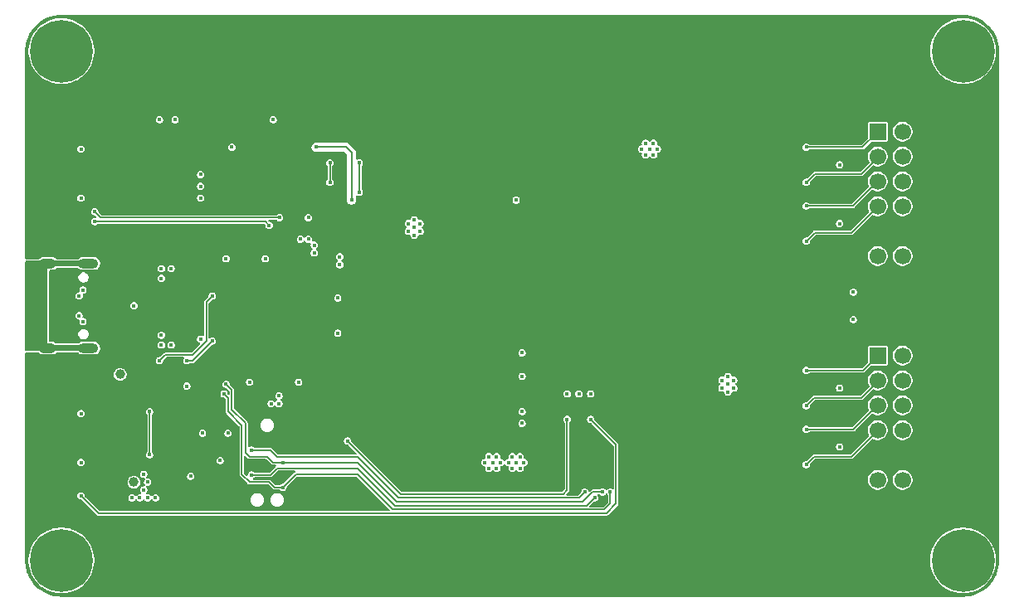
<source format=gbl>
G04 #@! TF.GenerationSoftware,KiCad,Pcbnew,9.0.2*
G04 #@! TF.CreationDate,2025-06-25T17:31:31+02:00*
G04 #@! TF.ProjectId,nuku-carrier-template-basic,6e756b75-2d63-4617-9272-6965722d7465,0*
G04 #@! TF.SameCoordinates,Original*
G04 #@! TF.FileFunction,Copper,L4,Bot*
G04 #@! TF.FilePolarity,Positive*
%FSLAX46Y46*%
G04 Gerber Fmt 4.6, Leading zero omitted, Abs format (unit mm)*
G04 Created by KiCad (PCBNEW 9.0.2) date 2025-06-25 17:31:31*
%MOMM*%
%LPD*%
G01*
G04 APERTURE LIST*
G04 #@! TA.AperFunction,ComponentPad*
%ADD10O,1.800000X1.000000*%
G04 #@! TD*
G04 #@! TA.AperFunction,ComponentPad*
%ADD11O,2.100000X1.000000*%
G04 #@! TD*
G04 #@! TA.AperFunction,ComponentPad*
%ADD12C,1.000000*%
G04 #@! TD*
G04 #@! TA.AperFunction,ComponentPad*
%ADD13C,3.600000*%
G04 #@! TD*
G04 #@! TA.AperFunction,ConnectorPad*
%ADD14C,6.400000*%
G04 #@! TD*
G04 #@! TA.AperFunction,ComponentPad*
%ADD15R,1.700000X1.700000*%
G04 #@! TD*
G04 #@! TA.AperFunction,ComponentPad*
%ADD16C,1.700000*%
G04 #@! TD*
G04 #@! TA.AperFunction,ViaPad*
%ADD17C,0.450000*%
G04 #@! TD*
G04 #@! TA.AperFunction,Conductor*
%ADD18C,0.150000*%
G04 #@! TD*
G04 APERTURE END LIST*
D10*
X95100000Y-109320000D03*
D11*
X99250000Y-109320000D03*
D10*
X95100000Y-100680000D03*
D11*
X99250000Y-100680000D03*
D12*
X103900000Y-123000000D03*
X102500000Y-112000000D03*
X103900000Y-98200000D03*
D13*
X96500000Y-131000000D03*
D14*
X96500000Y-131000000D03*
D13*
X188500000Y-79000000D03*
D14*
X188500000Y-79000000D03*
D13*
X96500000Y-79000000D03*
D14*
X96500000Y-79000000D03*
D15*
X179800000Y-110080000D03*
D16*
X179800000Y-112620000D03*
X179800000Y-115160000D03*
X179800000Y-117700000D03*
X179800000Y-120240000D03*
X179800000Y-122780000D03*
X182340000Y-110080000D03*
X182340000Y-112620000D03*
X182340000Y-115160000D03*
X182340000Y-117700000D03*
X182340000Y-120240000D03*
X182340000Y-122780000D03*
D15*
X179800000Y-87220000D03*
D16*
X179800000Y-89760000D03*
X179800000Y-92300000D03*
X179800000Y-94840000D03*
X179800000Y-97380000D03*
X179800000Y-99920000D03*
X182340000Y-87220000D03*
X182340000Y-89760000D03*
X182340000Y-92300000D03*
X182340000Y-94840000D03*
X182340000Y-97380000D03*
X182340000Y-99920000D03*
D13*
X188500000Y-131000000D03*
D14*
X188500000Y-131000000D03*
D17*
X119100000Y-123540000D03*
X119100000Y-119730000D03*
X115900000Y-121000000D03*
X119100000Y-122270000D03*
X115900000Y-123540000D03*
X152900000Y-126200000D03*
X108100000Y-86000000D03*
X110700000Y-111000000D03*
X110700000Y-108400000D03*
X113300000Y-100200000D03*
X106700000Y-109000000D03*
X106700000Y-101200000D03*
X108900000Y-109000000D03*
X143300000Y-121600000D03*
X143300000Y-120400000D03*
X140900000Y-120400000D03*
X140500000Y-121000000D03*
X139700000Y-121000000D03*
X143700000Y-121000000D03*
X142900000Y-121000000D03*
X141300000Y-121000000D03*
X142500000Y-121600000D03*
X142500000Y-120400000D03*
X142100000Y-121000000D03*
X140100000Y-120400000D03*
X140100000Y-121600000D03*
X140900000Y-121600000D03*
X141700000Y-120400000D03*
X144100000Y-120400000D03*
X139300000Y-120400000D03*
X141700000Y-121600000D03*
X139300000Y-121600000D03*
X144100000Y-121600000D03*
X117900000Y-115000000D03*
X118700000Y-115000000D03*
X118700000Y-114200000D03*
X117500000Y-97600000D03*
X122300000Y-99600000D03*
X124900000Y-100000000D03*
X124900000Y-100800000D03*
X124700000Y-107800000D03*
X120700000Y-107200000D03*
X120700000Y-104000000D03*
X120700000Y-105600000D03*
X119100000Y-102400000D03*
X120700000Y-102400000D03*
X115900000Y-102400000D03*
X117500000Y-102400000D03*
X114300000Y-102400000D03*
X114300000Y-104000000D03*
X114300000Y-105600000D03*
X114300000Y-107200000D03*
X115900000Y-108800000D03*
X114300000Y-108800000D03*
X120700000Y-108800000D03*
X119100000Y-108800000D03*
X117500000Y-108800000D03*
X101500000Y-105000000D03*
X105100000Y-107400000D03*
X105100000Y-102600000D03*
X100900000Y-109200000D03*
X101500000Y-108800000D03*
X100900000Y-108400000D03*
X100900000Y-101600000D03*
X101500000Y-101200000D03*
X100900000Y-100800000D03*
X98700000Y-106600000D03*
X98300000Y-104000000D03*
X98700000Y-103400000D03*
X98300000Y-106000000D03*
X97500000Y-102800000D03*
X97500000Y-107200000D03*
X97500000Y-108000000D03*
X96700000Y-107600000D03*
X97500000Y-102000000D03*
X96700000Y-102400000D03*
X96700000Y-103200000D03*
X96700000Y-106800000D03*
X106500000Y-110600000D03*
X104900000Y-122200000D03*
X104900000Y-123800000D03*
X105300000Y-123000000D03*
X151700000Y-124600000D03*
X149100000Y-124000000D03*
X98500000Y-123600000D03*
X99100000Y-96400000D03*
X100700000Y-95400000D03*
X123100000Y-89600000D03*
X127700000Y-90400000D03*
X127700000Y-93400000D03*
X126100000Y-95000000D03*
X163900000Y-110600000D03*
X133100000Y-95800000D03*
X124900000Y-101600000D03*
X96500000Y-112000000D03*
X163900000Y-98600000D03*
X150500000Y-88400000D03*
X163900000Y-96200000D03*
X155300000Y-89600000D03*
X154100000Y-88400000D03*
X155300000Y-88400000D03*
X154900000Y-120400000D03*
X131900000Y-103000000D03*
X131900000Y-100600000D03*
X151300000Y-121600000D03*
X171100000Y-111600000D03*
X106500000Y-97000000D03*
X165100000Y-108200000D03*
X97100000Y-113200000D03*
X165100000Y-105800000D03*
X107300000Y-95200000D03*
X144500000Y-88400000D03*
X124900000Y-93600000D03*
X133100000Y-99400000D03*
X146900000Y-88400000D03*
X131900000Y-106600000D03*
X123300000Y-124400000D03*
X165100000Y-110600000D03*
X165100000Y-96200000D03*
X150500000Y-89600000D03*
X133100000Y-100600000D03*
X140900000Y-88400000D03*
X131900000Y-99400000D03*
X115500000Y-88000000D03*
X119300000Y-98200000D03*
X171100000Y-115200000D03*
X111900000Y-89000000D03*
X133100000Y-98200000D03*
X171100000Y-96600000D03*
X121500000Y-112800000D03*
X149300000Y-88400000D03*
X154900000Y-121600000D03*
X124900000Y-94800000D03*
X133100000Y-107800000D03*
X97100000Y-112400000D03*
X163900000Y-105800000D03*
X171100000Y-94800000D03*
X106500000Y-113200000D03*
X146500000Y-120400000D03*
X131900000Y-95800000D03*
X108900000Y-101200000D03*
X109900000Y-90000000D03*
X152500000Y-121600000D03*
X151300000Y-120400000D03*
X133100000Y-110200000D03*
X131900000Y-105400000D03*
X146900000Y-89600000D03*
X152500000Y-120400000D03*
X131900000Y-109000000D03*
X111900000Y-109400000D03*
X112900000Y-112400000D03*
X131900000Y-107800000D03*
X163900000Y-101000000D03*
X97100000Y-111600000D03*
X142100000Y-88400000D03*
X165100000Y-107000000D03*
X100700000Y-97800000D03*
X165100000Y-98600000D03*
X131900000Y-111400000D03*
X143500000Y-114600000D03*
X133100000Y-104200000D03*
X157300000Y-120400000D03*
X143300000Y-89600000D03*
X142100000Y-89600000D03*
X165100000Y-97400000D03*
X151700000Y-88400000D03*
X144500000Y-89600000D03*
X117100000Y-90600000D03*
X163900000Y-102200000D03*
X143500000Y-111000000D03*
X173100000Y-101200000D03*
X156100000Y-121600000D03*
X97900000Y-97800000D03*
X163900000Y-108200000D03*
X110700000Y-101800000D03*
X163900000Y-109400000D03*
X116500000Y-112800000D03*
X157300000Y-121600000D03*
X143300000Y-88400000D03*
X113500000Y-97600000D03*
X152900000Y-89600000D03*
X150100000Y-121600000D03*
X171100000Y-92400000D03*
X145300000Y-120400000D03*
X131900000Y-110200000D03*
X150100000Y-120400000D03*
X153700000Y-120400000D03*
X163900000Y-99800000D03*
X133100000Y-101800000D03*
X163900000Y-97400000D03*
X171100000Y-119400000D03*
X171100000Y-121200000D03*
X124900000Y-102400000D03*
X163900000Y-104600000D03*
X153700000Y-121600000D03*
X148900000Y-120400000D03*
X97100000Y-110800000D03*
X139700000Y-88400000D03*
X131900000Y-101800000D03*
X117100000Y-89800000D03*
X120100000Y-98200000D03*
X133100000Y-109000000D03*
X163900000Y-114200000D03*
X165100000Y-111800000D03*
X109700000Y-109000000D03*
X111900000Y-88000000D03*
X171100000Y-117600000D03*
X133100000Y-103000000D03*
X152900000Y-88400000D03*
X171100000Y-88800000D03*
X165100000Y-109400000D03*
X146500000Y-121600000D03*
X110900000Y-90000000D03*
X118300000Y-95400000D03*
X145700000Y-89600000D03*
X108100000Y-95200000D03*
X124500000Y-124400000D03*
X149300000Y-89600000D03*
X133100000Y-106600000D03*
X112700000Y-113400000D03*
X96500000Y-112800000D03*
X151700000Y-89600000D03*
X165100000Y-114200000D03*
X173900000Y-101200000D03*
X133100000Y-105400000D03*
X133100000Y-111400000D03*
X148900000Y-121600000D03*
X148100000Y-88400000D03*
X116300000Y-88800000D03*
X131900000Y-98200000D03*
X171100000Y-98400000D03*
X165100000Y-102200000D03*
X157700000Y-88400000D03*
X156100000Y-120400000D03*
X157700000Y-89600000D03*
X96500000Y-111200000D03*
X163900000Y-103400000D03*
X133100000Y-112600000D03*
X109700000Y-101200000D03*
X145700000Y-88400000D03*
X118100000Y-88400000D03*
X165100000Y-104600000D03*
X165100000Y-101000000D03*
X165100000Y-99800000D03*
X131900000Y-113800000D03*
X163900000Y-111800000D03*
X123700000Y-95600000D03*
X124700000Y-108600000D03*
X171100000Y-90600000D03*
X145300000Y-121600000D03*
X165100000Y-103400000D03*
X106500000Y-88400000D03*
X133100000Y-113800000D03*
X124700000Y-103400000D03*
X163900000Y-107000000D03*
X131900000Y-112600000D03*
X131900000Y-104200000D03*
X98500000Y-119400000D03*
X140900000Y-89600000D03*
X148100000Y-89600000D03*
X139700000Y-89600000D03*
X143500000Y-113400000D03*
X171100000Y-113400000D03*
X154100000Y-89600000D03*
X149300000Y-114000000D03*
X117300000Y-100200000D03*
X131900000Y-97400000D03*
X133100000Y-96600000D03*
X143500000Y-109800000D03*
X143500000Y-117000000D03*
X155700000Y-89000000D03*
X143500000Y-112200000D03*
X177300000Y-103600000D03*
X156100000Y-89600000D03*
X113500000Y-118000000D03*
X177300000Y-106400000D03*
X175900000Y-96600000D03*
X157300000Y-89000000D03*
X112700000Y-120800000D03*
X124700000Y-104200000D03*
X106700000Y-102200000D03*
X164500000Y-112200000D03*
X132500000Y-97000000D03*
X163900000Y-113400000D03*
X121700000Y-96000000D03*
X115700000Y-112800000D03*
X156500000Y-89000000D03*
X110700000Y-92800000D03*
X132500000Y-96200000D03*
X120700000Y-112800000D03*
X164500000Y-113800000D03*
X113900000Y-88800000D03*
X175900000Y-113400000D03*
X156100000Y-88400000D03*
X118100000Y-86000000D03*
X110900000Y-118000000D03*
X165100000Y-112600000D03*
X150500000Y-114000000D03*
X175900000Y-119400000D03*
X131900000Y-96600000D03*
X156900000Y-88400000D03*
X98500000Y-94000000D03*
X132500000Y-97800000D03*
X107700000Y-101200000D03*
X164500000Y-113000000D03*
X175900000Y-90600000D03*
X106500000Y-86000000D03*
X156900000Y-89600000D03*
X98500000Y-89000000D03*
X133100000Y-97400000D03*
X163900000Y-112600000D03*
X110700000Y-91600000D03*
X121700000Y-98200000D03*
X98500000Y-121000000D03*
X120900000Y-98200000D03*
X98500000Y-116000000D03*
X148100000Y-114000000D03*
X142900000Y-94200000D03*
X109300000Y-113200000D03*
X107700000Y-109000000D03*
X122300000Y-98800000D03*
X110700000Y-94000000D03*
X165100000Y-113400000D03*
X143500000Y-115800000D03*
X106700000Y-108000000D03*
X103900000Y-105000000D03*
X125700000Y-118800000D03*
X148100000Y-116600000D03*
X150500000Y-116600000D03*
X98500000Y-124400000D03*
X152500000Y-124000000D03*
X113100000Y-114000000D03*
X149900000Y-124000000D03*
X115900000Y-119730000D03*
X119100000Y-121000000D03*
X151700000Y-124000000D03*
X113300000Y-113000000D03*
X115900000Y-122270000D03*
X150900000Y-124600000D03*
X122500000Y-88800000D03*
X126100000Y-94200000D03*
X111900000Y-104000000D03*
X111900000Y-108600000D03*
X118750000Y-96000000D03*
X99900000Y-95400000D03*
X117700000Y-96800000D03*
X99900000Y-96400000D03*
X126900000Y-93400000D03*
X126900000Y-90400000D03*
X123900000Y-92400000D03*
X123900000Y-90400000D03*
X172500000Y-121200000D03*
X172500000Y-115200000D03*
X172500000Y-111600000D03*
X172500000Y-117600000D03*
X172500000Y-92400000D03*
X172500000Y-88800000D03*
X172500000Y-98400000D03*
X172500000Y-94800000D03*
X104500000Y-117400000D03*
X104100000Y-116600000D03*
X103700000Y-124600000D03*
X108100000Y-121600000D03*
X105300000Y-124600000D03*
X103700000Y-115800000D03*
X108900000Y-124600000D03*
X105500000Y-120200000D03*
X110100000Y-123800000D03*
X108700000Y-120200000D03*
X109300000Y-123800000D03*
X104500000Y-124600000D03*
X110500000Y-124600000D03*
X109700000Y-124600000D03*
X104100000Y-118200000D03*
X108100000Y-124600000D03*
X109700000Y-122400000D03*
X106100000Y-124600000D03*
X104500000Y-115800000D03*
X110900000Y-122400000D03*
X103700000Y-117400000D03*
X104900000Y-118200000D03*
X105500000Y-115800000D03*
X104900000Y-116600000D03*
X107300000Y-121600000D03*
X109300000Y-110600000D03*
D18*
X113300000Y-113000000D02*
X113900000Y-113600000D01*
X118100000Y-121000000D02*
X119100000Y-121000000D01*
X113900000Y-113600000D02*
X113900000Y-115600000D01*
X113900000Y-115600000D02*
X115300000Y-117000000D01*
X115300000Y-120000000D02*
X115700000Y-120400000D01*
X115300000Y-117000000D02*
X115300000Y-120000000D01*
X115700000Y-120400000D02*
X117500000Y-120400000D01*
X117500000Y-120400000D02*
X118100000Y-121000000D01*
X106500000Y-110600000D02*
X107100000Y-110000000D01*
X107100000Y-110000000D02*
X109900000Y-110000000D01*
X109900000Y-110000000D02*
X111300000Y-108600000D01*
X111300000Y-108600000D02*
X111300000Y-104600000D01*
X111300000Y-104600000D02*
X111900000Y-104000000D01*
X111900000Y-108600000D02*
X109900000Y-110600000D01*
X109900000Y-110600000D02*
X109300000Y-110600000D01*
X150900000Y-124600000D02*
X150100000Y-125400000D01*
X150100000Y-125400000D02*
X130500000Y-125400000D01*
X130500000Y-125400000D02*
X126700000Y-121600000D01*
X126700000Y-121600000D02*
X118500000Y-121600000D01*
X118500000Y-121600000D02*
X117830000Y-122270000D01*
X117830000Y-122270000D02*
X115900000Y-122270000D01*
X151700000Y-124000000D02*
X150700000Y-124000000D01*
X130700000Y-125000000D02*
X126700000Y-121000000D01*
X150700000Y-124000000D02*
X149700000Y-125000000D01*
X149700000Y-125000000D02*
X130700000Y-125000000D01*
X126700000Y-121000000D02*
X119100000Y-121000000D01*
X149900000Y-124000000D02*
X149300000Y-124600000D01*
X149300000Y-124600000D02*
X130900000Y-124600000D01*
X130900000Y-124600000D02*
X126700000Y-120400000D01*
X126700000Y-120400000D02*
X118500000Y-120400000D01*
X118500000Y-120400000D02*
X117830000Y-119730000D01*
X117830000Y-119730000D02*
X115900000Y-119730000D01*
X125700000Y-118800000D02*
X131100000Y-124200000D01*
X131100000Y-124200000D02*
X147700000Y-124200000D01*
X148100000Y-123800000D02*
X148100000Y-116600000D01*
X147700000Y-124200000D02*
X148100000Y-123800000D01*
X153100000Y-125200000D02*
X153100000Y-119200000D01*
X100300000Y-126200000D02*
X152100000Y-126200000D01*
X98500000Y-124400000D02*
X100300000Y-126200000D01*
X153100000Y-119200000D02*
X150500000Y-116600000D01*
X152100000Y-126200000D02*
X153100000Y-125200000D01*
X125500000Y-88800000D02*
X122500000Y-88800000D01*
X126100000Y-89400000D02*
X125500000Y-88800000D01*
X126100000Y-94200000D02*
X126100000Y-89400000D01*
X99900000Y-95400000D02*
X100500000Y-96000000D01*
X100500000Y-96000000D02*
X118750000Y-96000000D01*
X99900000Y-96400000D02*
X117300000Y-96400000D01*
X117300000Y-96400000D02*
X117700000Y-96800000D01*
X126900000Y-90400000D02*
X126900000Y-93400000D01*
X123900000Y-90400000D02*
X123900000Y-92400000D01*
X179800000Y-117700000D02*
X177100000Y-120400000D01*
X177100000Y-120400000D02*
X173300000Y-120400000D01*
X173300000Y-120400000D02*
X172500000Y-121200000D01*
X178100000Y-114400000D02*
X179800000Y-112700000D01*
X172500000Y-115200000D02*
X173300000Y-114400000D01*
X179800000Y-112700000D02*
X179800000Y-112620000D01*
X173300000Y-114400000D02*
X178100000Y-114400000D01*
X172500000Y-111600000D02*
X178300000Y-111600000D01*
X179800000Y-110100000D02*
X179800000Y-110080000D01*
X178300000Y-111600000D02*
X179800000Y-110100000D01*
X177300000Y-117600000D02*
X172500000Y-117600000D01*
X179800000Y-115160000D02*
X179740000Y-115160000D01*
X179740000Y-115160000D02*
X177300000Y-117600000D01*
X172500000Y-92400000D02*
X173360000Y-91540000D01*
X179800000Y-89840000D02*
X179800000Y-89760000D01*
X173360000Y-91540000D02*
X178100000Y-91540000D01*
X178100000Y-91540000D02*
X179800000Y-89840000D01*
X172500000Y-88800000D02*
X178240000Y-88800000D01*
X178240000Y-88800000D02*
X179800000Y-87240000D01*
X179800000Y-87240000D02*
X179800000Y-87220000D01*
X172500000Y-98400000D02*
X173360000Y-97540000D01*
X173360000Y-97540000D02*
X177100000Y-97540000D01*
X177100000Y-97540000D02*
X179800000Y-94840000D01*
X172500000Y-94800000D02*
X177240000Y-94800000D01*
X179740000Y-92300000D02*
X179800000Y-92300000D01*
X177240000Y-94800000D02*
X179740000Y-92300000D01*
X105500000Y-120200000D02*
X105500000Y-115800000D01*
X120440000Y-122200000D02*
X119100000Y-123540000D01*
X126700000Y-122200000D02*
X120440000Y-122200000D01*
X113500000Y-114400000D02*
X113100000Y-114000000D01*
X113500000Y-115800000D02*
X113500000Y-114400000D01*
X152500000Y-125200000D02*
X151900000Y-125800000D01*
X114900000Y-117200000D02*
X113500000Y-115800000D01*
X119100000Y-123540000D02*
X118240000Y-123540000D01*
X114900000Y-122200000D02*
X114900000Y-117200000D01*
X115700000Y-123000000D02*
X114900000Y-122200000D01*
X117700000Y-123000000D02*
X115700000Y-123000000D01*
X118240000Y-123540000D02*
X117700000Y-123000000D01*
X130300000Y-125800000D02*
X126700000Y-122200000D01*
X151900000Y-125800000D02*
X130300000Y-125800000D01*
X152500000Y-124000000D02*
X152500000Y-125200000D01*
G04 #@! TA.AperFunction,Conductor*
G36*
X99859191Y-100418907D02*
G01*
X99895155Y-100468407D01*
X99900000Y-100499000D01*
X99900000Y-100901000D01*
X99881093Y-100959191D01*
X99831593Y-100995155D01*
X99801000Y-101000000D01*
X95100000Y-101000000D01*
X95100000Y-109000000D01*
X99801000Y-109000000D01*
X99859191Y-109018907D01*
X99895155Y-109068407D01*
X99900000Y-109099000D01*
X99900000Y-109501000D01*
X99881093Y-109559191D01*
X99831593Y-109595155D01*
X99801000Y-109600000D01*
X92899500Y-109600000D01*
X92841309Y-109581093D01*
X92805345Y-109531593D01*
X92800500Y-109501000D01*
X92800500Y-100499000D01*
X92819407Y-100440809D01*
X92868907Y-100404845D01*
X92899500Y-100400000D01*
X99801000Y-100400000D01*
X99859191Y-100418907D01*
G37*
G04 #@! TD.AperFunction*
G04 #@! TA.AperFunction,Conductor*
G36*
X152122243Y-124160300D02*
G01*
X152124153Y-124160171D01*
X152148576Y-124175504D01*
X152173571Y-124189935D01*
X152175255Y-124192253D01*
X152175973Y-124192704D01*
X152181457Y-124199268D01*
X152199525Y-124230562D01*
X152248633Y-124279670D01*
X152251473Y-124283069D01*
X152261302Y-124307547D01*
X152273281Y-124331057D01*
X152272563Y-124335589D01*
X152274273Y-124339847D01*
X152274500Y-124346544D01*
X152274500Y-125065587D01*
X152255593Y-125123778D01*
X152245504Y-125135591D01*
X151835591Y-125545504D01*
X151781074Y-125573281D01*
X151765587Y-125574500D01*
X150483412Y-125574500D01*
X150425221Y-125555593D01*
X150389257Y-125506093D01*
X150389257Y-125444907D01*
X150413408Y-125405496D01*
X150814408Y-125004496D01*
X150868925Y-124976719D01*
X150884412Y-124975500D01*
X150949433Y-124975500D01*
X150949435Y-124975500D01*
X151044938Y-124949910D01*
X151044940Y-124949908D01*
X151044942Y-124949908D01*
X151070377Y-124935222D01*
X151130562Y-124900475D01*
X151200475Y-124830562D01*
X151241594Y-124759342D01*
X151249908Y-124744942D01*
X151249908Y-124744940D01*
X151249910Y-124744938D01*
X151275500Y-124649435D01*
X151275500Y-124550565D01*
X151249910Y-124455062D01*
X151203108Y-124373999D01*
X151200909Y-124363653D01*
X151194690Y-124355093D01*
X151194690Y-124334394D01*
X151190387Y-124314152D01*
X151194690Y-124304487D01*
X151194690Y-124293907D01*
X151206855Y-124277162D01*
X151215273Y-124258257D01*
X151224434Y-124252967D01*
X151230654Y-124244407D01*
X151250340Y-124238010D01*
X151268261Y-124227664D01*
X151288845Y-124225500D01*
X151353456Y-124225500D01*
X151411647Y-124244407D01*
X151423453Y-124254490D01*
X151469438Y-124300475D01*
X151469440Y-124300476D01*
X151555058Y-124349908D01*
X151555056Y-124349908D01*
X151555060Y-124349909D01*
X151555062Y-124349910D01*
X151650565Y-124375500D01*
X151650567Y-124375500D01*
X151749433Y-124375500D01*
X151749435Y-124375500D01*
X151844938Y-124349910D01*
X151844940Y-124349908D01*
X151844942Y-124349908D01*
X151870377Y-124335222D01*
X151930562Y-124300475D01*
X152000475Y-124230562D01*
X152014264Y-124206679D01*
X152015686Y-124205398D01*
X152016154Y-124203539D01*
X152038301Y-124185035D01*
X152059733Y-124165738D01*
X152061638Y-124165537D01*
X152063108Y-124164310D01*
X152091874Y-124162359D01*
X152120583Y-124159342D01*
X152122243Y-124160300D01*
G37*
G04 #@! TD.AperFunction*
G04 #@! TA.AperFunction,Conductor*
G36*
X120318468Y-121844407D02*
G01*
X120354432Y-121893907D01*
X120354432Y-121955093D01*
X120318468Y-122004593D01*
X120315281Y-122006814D01*
X120312263Y-122008830D01*
X120248829Y-122072263D01*
X120248830Y-122072264D01*
X119185590Y-123135504D01*
X119131073Y-123163281D01*
X119115586Y-123164500D01*
X119050565Y-123164500D01*
X118992114Y-123180161D01*
X118955057Y-123190091D01*
X118869440Y-123239523D01*
X118869438Y-123239524D01*
X118869438Y-123239525D01*
X118823457Y-123285505D01*
X118768943Y-123313281D01*
X118753456Y-123314500D01*
X118374413Y-123314500D01*
X118316222Y-123295593D01*
X118304410Y-123285504D01*
X117905095Y-122886190D01*
X117891170Y-122872265D01*
X117891170Y-122872264D01*
X117827736Y-122808830D01*
X117803460Y-122798774D01*
X117803458Y-122798773D01*
X117803458Y-122798772D01*
X117769128Y-122784553D01*
X117744855Y-122774499D01*
X117655145Y-122774499D01*
X117643618Y-122774499D01*
X117643618Y-122774498D01*
X117643614Y-122774500D01*
X116146653Y-122774500D01*
X116088462Y-122755593D01*
X116052498Y-122706093D01*
X116052498Y-122644907D01*
X116088462Y-122595407D01*
X116097153Y-122589764D01*
X116121858Y-122575500D01*
X116130562Y-122570475D01*
X116176542Y-122524494D01*
X116231057Y-122496719D01*
X116246544Y-122495500D01*
X117773614Y-122495500D01*
X117773622Y-122495501D01*
X117785145Y-122495501D01*
X117874854Y-122495501D01*
X117874855Y-122495501D01*
X117936751Y-122469862D01*
X117957736Y-122461170D01*
X118021170Y-122397736D01*
X118021170Y-122397734D01*
X118468997Y-121949908D01*
X118564410Y-121854496D01*
X118618926Y-121826719D01*
X118634413Y-121825500D01*
X120260277Y-121825500D01*
X120318468Y-121844407D01*
G37*
G04 #@! TD.AperFunction*
G04 #@! TA.AperFunction,Conductor*
G36*
X115294504Y-120313409D02*
G01*
X115508828Y-120527735D01*
X115508829Y-120527735D01*
X115508830Y-120527736D01*
X115508829Y-120527736D01*
X115572264Y-120591170D01*
X115655143Y-120625500D01*
X115655145Y-120625500D01*
X117365587Y-120625500D01*
X117423778Y-120644407D01*
X117435591Y-120654496D01*
X117908829Y-121127734D01*
X117908830Y-121127736D01*
X117972264Y-121191170D01*
X117972265Y-121191170D01*
X117972266Y-121191171D01*
X118055143Y-121225500D01*
X118055145Y-121225500D01*
X118144855Y-121225500D01*
X118320278Y-121225500D01*
X118378469Y-121244407D01*
X118414433Y-121293907D01*
X118414433Y-121355093D01*
X118378469Y-121404593D01*
X118375279Y-121406816D01*
X118372262Y-121408831D01*
X118308829Y-121472263D01*
X118308830Y-121472264D01*
X118308829Y-121472265D01*
X118036153Y-121744942D01*
X117765591Y-122015504D01*
X117711074Y-122043281D01*
X117695587Y-122044500D01*
X116246544Y-122044500D01*
X116188353Y-122025593D01*
X116176546Y-122015509D01*
X116130562Y-121969525D01*
X116130415Y-121969440D01*
X116044941Y-121920091D01*
X116044943Y-121920091D01*
X116007885Y-121910161D01*
X115949435Y-121894500D01*
X115850565Y-121894500D01*
X115792114Y-121910161D01*
X115755057Y-121920091D01*
X115669440Y-121969523D01*
X115599523Y-122039440D01*
X115550091Y-122125057D01*
X115524500Y-122220566D01*
X115524500Y-122266587D01*
X115505593Y-122324778D01*
X115456093Y-122360742D01*
X115394907Y-122360742D01*
X115355496Y-122336591D01*
X115154496Y-122135591D01*
X115126719Y-122081074D01*
X115125500Y-122065587D01*
X115125500Y-120383412D01*
X115144407Y-120325221D01*
X115193907Y-120289257D01*
X115255093Y-120289257D01*
X115294504Y-120313409D01*
G37*
G04 #@! TD.AperFunction*
G04 #@! TA.AperFunction,Conductor*
G36*
X188502421Y-75300619D02*
G01*
X188532909Y-75302116D01*
X188857776Y-75318076D01*
X188867418Y-75319026D01*
X189216933Y-75370872D01*
X189226439Y-75372762D01*
X189569201Y-75458620D01*
X189578472Y-75461432D01*
X189911161Y-75580470D01*
X189920130Y-75584185D01*
X190239551Y-75735259D01*
X190248093Y-75739826D01*
X190417806Y-75841548D01*
X190551156Y-75921475D01*
X190559234Y-75926873D01*
X190843035Y-76137355D01*
X190850545Y-76143518D01*
X191008529Y-76286705D01*
X191112343Y-76380796D01*
X191119208Y-76387661D01*
X191356481Y-76649454D01*
X191362644Y-76656964D01*
X191573126Y-76940765D01*
X191578524Y-76948843D01*
X191760166Y-77251893D01*
X191764743Y-77260456D01*
X191771821Y-77275421D01*
X191915812Y-77579866D01*
X191919530Y-77588842D01*
X192038563Y-77921514D01*
X192041383Y-77930811D01*
X192127234Y-78273549D01*
X192129129Y-78283078D01*
X192180971Y-78632567D01*
X192181924Y-78642235D01*
X192199381Y-78997577D01*
X192199500Y-79002435D01*
X192199500Y-130997564D01*
X192199381Y-131002422D01*
X192181924Y-131357764D01*
X192180971Y-131367432D01*
X192129129Y-131716921D01*
X192127234Y-131726450D01*
X192041383Y-132069188D01*
X192038563Y-132078485D01*
X191919530Y-132411157D01*
X191915812Y-132420133D01*
X191764746Y-132739538D01*
X191760166Y-132748106D01*
X191578524Y-133051156D01*
X191573126Y-133059234D01*
X191362644Y-133343035D01*
X191356481Y-133350545D01*
X191119208Y-133612338D01*
X191112338Y-133619208D01*
X190850545Y-133856481D01*
X190843035Y-133862644D01*
X190559234Y-134073126D01*
X190551156Y-134078524D01*
X190248106Y-134260166D01*
X190239538Y-134264746D01*
X189920133Y-134415812D01*
X189911157Y-134419530D01*
X189578485Y-134538563D01*
X189569188Y-134541383D01*
X189226450Y-134627234D01*
X189216921Y-134629129D01*
X188867432Y-134680971D01*
X188857764Y-134681924D01*
X188502422Y-134699381D01*
X188497564Y-134699500D01*
X96502436Y-134699500D01*
X96497578Y-134699381D01*
X96142235Y-134681924D01*
X96132567Y-134680971D01*
X95783078Y-134629129D01*
X95773549Y-134627234D01*
X95430811Y-134541383D01*
X95421514Y-134538563D01*
X95088842Y-134419530D01*
X95079866Y-134415812D01*
X94860488Y-134312055D01*
X94760456Y-134264743D01*
X94751899Y-134260169D01*
X94600368Y-134169345D01*
X94448843Y-134078524D01*
X94440765Y-134073126D01*
X94156964Y-133862644D01*
X94149454Y-133856481D01*
X93887661Y-133619208D01*
X93880796Y-133612343D01*
X93718218Y-133432965D01*
X93643518Y-133350545D01*
X93637355Y-133343035D01*
X93426873Y-133059234D01*
X93421475Y-133051156D01*
X93389793Y-132998298D01*
X93239826Y-132748093D01*
X93235259Y-132739551D01*
X93084185Y-132420130D01*
X93080469Y-132411157D01*
X93065071Y-132368122D01*
X92961432Y-132078472D01*
X92958620Y-132069201D01*
X92872762Y-131726439D01*
X92870872Y-131716933D01*
X92819026Y-131367418D01*
X92818076Y-131357776D01*
X92800619Y-131002421D01*
X92800500Y-130997564D01*
X92800500Y-130835392D01*
X93149500Y-130835392D01*
X93149500Y-131164607D01*
X93181766Y-131492209D01*
X93245990Y-131815087D01*
X93245993Y-131815100D01*
X93341548Y-132130102D01*
X93467527Y-132434242D01*
X93467540Y-132434269D01*
X93622711Y-132724576D01*
X93759883Y-132929868D01*
X93805607Y-132998298D01*
X94014449Y-133252772D01*
X94247228Y-133485551D01*
X94501702Y-133694393D01*
X94585367Y-133750296D01*
X94775423Y-133877288D01*
X95065730Y-134032459D01*
X95065749Y-134032469D01*
X95369889Y-134158448D01*
X95369891Y-134158448D01*
X95369897Y-134158451D01*
X95684899Y-134254006D01*
X95684902Y-134254006D01*
X95684913Y-134254010D01*
X96007787Y-134318233D01*
X96044188Y-134321818D01*
X96335392Y-134350500D01*
X96335400Y-134350500D01*
X96664608Y-134350500D01*
X96883008Y-134328988D01*
X96992213Y-134318233D01*
X97315087Y-134254010D01*
X97369610Y-134237470D01*
X97630102Y-134158451D01*
X97630104Y-134158449D01*
X97630111Y-134158448D01*
X97934251Y-134032469D01*
X98076120Y-133956638D01*
X98224576Y-133877288D01*
X98246492Y-133862644D01*
X98498298Y-133694393D01*
X98752772Y-133485551D01*
X98985551Y-133252772D01*
X99194393Y-132998298D01*
X99377286Y-132724579D01*
X99532469Y-132434251D01*
X99658448Y-132130111D01*
X99754010Y-131815087D01*
X99818233Y-131492213D01*
X99831475Y-131357763D01*
X99850500Y-131164607D01*
X99850500Y-130835392D01*
X185149500Y-130835392D01*
X185149500Y-131164607D01*
X185181766Y-131492209D01*
X185245990Y-131815087D01*
X185245993Y-131815100D01*
X185341548Y-132130102D01*
X185467527Y-132434242D01*
X185467540Y-132434269D01*
X185622711Y-132724576D01*
X185759883Y-132929868D01*
X185805607Y-132998298D01*
X186014449Y-133252772D01*
X186247228Y-133485551D01*
X186501702Y-133694393D01*
X186585367Y-133750296D01*
X186775423Y-133877288D01*
X187065730Y-134032459D01*
X187065749Y-134032469D01*
X187369889Y-134158448D01*
X187369891Y-134158448D01*
X187369897Y-134158451D01*
X187684899Y-134254006D01*
X187684902Y-134254006D01*
X187684913Y-134254010D01*
X188007787Y-134318233D01*
X188044188Y-134321818D01*
X188335392Y-134350500D01*
X188335400Y-134350500D01*
X188664608Y-134350500D01*
X188883008Y-134328988D01*
X188992213Y-134318233D01*
X189315087Y-134254010D01*
X189369610Y-134237470D01*
X189630102Y-134158451D01*
X189630104Y-134158449D01*
X189630111Y-134158448D01*
X189934251Y-134032469D01*
X190076120Y-133956638D01*
X190224576Y-133877288D01*
X190246492Y-133862644D01*
X190498298Y-133694393D01*
X190752772Y-133485551D01*
X190985551Y-133252772D01*
X191194393Y-132998298D01*
X191377286Y-132724579D01*
X191532469Y-132434251D01*
X191658448Y-132130111D01*
X191754010Y-131815087D01*
X191818233Y-131492213D01*
X191831475Y-131357763D01*
X191850500Y-131164607D01*
X191850500Y-130835392D01*
X191818233Y-130507790D01*
X191818233Y-130507787D01*
X191754010Y-130184913D01*
X191754006Y-130184899D01*
X191658451Y-129869897D01*
X191532472Y-129565757D01*
X191532469Y-129565749D01*
X191532459Y-129565730D01*
X191377288Y-129275423D01*
X191285839Y-129138561D01*
X191194393Y-129001702D01*
X190985551Y-128747228D01*
X190752772Y-128514449D01*
X190498298Y-128305607D01*
X190429868Y-128259883D01*
X190224576Y-128122711D01*
X189934269Y-127967540D01*
X189934257Y-127967534D01*
X189934251Y-127967531D01*
X189934246Y-127967528D01*
X189934242Y-127967527D01*
X189630102Y-127841548D01*
X189315100Y-127745993D01*
X189315087Y-127745990D01*
X188992213Y-127681767D01*
X188992211Y-127681766D01*
X188664608Y-127649500D01*
X188664600Y-127649500D01*
X188335400Y-127649500D01*
X188335392Y-127649500D01*
X188007790Y-127681766D01*
X187684912Y-127745990D01*
X187684899Y-127745993D01*
X187369897Y-127841548D01*
X187065757Y-127967527D01*
X187065730Y-127967540D01*
X186775423Y-128122711D01*
X186501700Y-128305608D01*
X186247233Y-128514444D01*
X186014444Y-128747233D01*
X185805608Y-129001700D01*
X185622711Y-129275423D01*
X185467540Y-129565730D01*
X185467527Y-129565757D01*
X185341548Y-129869897D01*
X185245993Y-130184899D01*
X185245990Y-130184912D01*
X185181766Y-130507790D01*
X185149500Y-130835392D01*
X99850500Y-130835392D01*
X99818233Y-130507790D01*
X99818233Y-130507787D01*
X99754010Y-130184913D01*
X99754006Y-130184899D01*
X99658451Y-129869897D01*
X99532472Y-129565757D01*
X99532469Y-129565749D01*
X99532459Y-129565730D01*
X99377288Y-129275423D01*
X99285839Y-129138561D01*
X99194393Y-129001702D01*
X98985551Y-128747228D01*
X98752772Y-128514449D01*
X98498298Y-128305607D01*
X98429868Y-128259883D01*
X98224576Y-128122711D01*
X97934269Y-127967540D01*
X97934257Y-127967534D01*
X97934251Y-127967531D01*
X97934246Y-127967528D01*
X97934242Y-127967527D01*
X97630102Y-127841548D01*
X97315100Y-127745993D01*
X97315087Y-127745990D01*
X96992213Y-127681767D01*
X96992211Y-127681766D01*
X96664608Y-127649500D01*
X96664600Y-127649500D01*
X96335400Y-127649500D01*
X96335392Y-127649500D01*
X96007790Y-127681766D01*
X95684912Y-127745990D01*
X95684899Y-127745993D01*
X95369897Y-127841548D01*
X95065757Y-127967527D01*
X95065730Y-127967540D01*
X94775423Y-128122711D01*
X94501700Y-128305608D01*
X94247233Y-128514444D01*
X94014444Y-128747233D01*
X93805608Y-129001700D01*
X93622711Y-129275423D01*
X93467540Y-129565730D01*
X93467527Y-129565757D01*
X93341548Y-129869897D01*
X93245993Y-130184899D01*
X93245990Y-130184912D01*
X93181766Y-130507790D01*
X93149500Y-130835392D01*
X92800500Y-130835392D01*
X92800500Y-124350565D01*
X98124500Y-124350565D01*
X98124500Y-124449435D01*
X98132801Y-124480415D01*
X98150091Y-124544942D01*
X98185945Y-124607041D01*
X98199525Y-124630562D01*
X98269438Y-124700475D01*
X98287642Y-124710985D01*
X98355058Y-124749908D01*
X98355056Y-124749908D01*
X98355060Y-124749909D01*
X98355062Y-124749910D01*
X98450565Y-124775500D01*
X98450567Y-124775500D01*
X98515587Y-124775500D01*
X98573778Y-124794407D01*
X98585590Y-124804495D01*
X100172264Y-126391170D01*
X100172265Y-126391170D01*
X100172266Y-126391171D01*
X100255143Y-126425500D01*
X100255145Y-126425500D01*
X100344854Y-126425500D01*
X152043614Y-126425500D01*
X152043622Y-126425501D01*
X152055145Y-126425501D01*
X152144854Y-126425501D01*
X152144855Y-126425501D01*
X152203460Y-126401225D01*
X152227736Y-126391170D01*
X152291170Y-126327736D01*
X152291170Y-126327734D01*
X153227734Y-125391170D01*
X153227736Y-125391170D01*
X153291170Y-125327736D01*
X153321900Y-125253547D01*
X153325501Y-125244854D01*
X153325501Y-125155145D01*
X153325500Y-125155142D01*
X153325500Y-122681456D01*
X178799500Y-122681456D01*
X178799500Y-122878543D01*
X178837949Y-123071834D01*
X178837949Y-123071836D01*
X178913367Y-123253913D01*
X178913368Y-123253914D01*
X179022861Y-123417782D01*
X179162218Y-123557139D01*
X179326086Y-123666632D01*
X179508165Y-123742051D01*
X179701459Y-123780500D01*
X179701460Y-123780500D01*
X179898540Y-123780500D01*
X179898541Y-123780500D01*
X180091835Y-123742051D01*
X180273914Y-123666632D01*
X180437782Y-123557139D01*
X180577139Y-123417782D01*
X180686632Y-123253914D01*
X180762051Y-123071835D01*
X180800500Y-122878541D01*
X180800500Y-122681459D01*
X180800499Y-122681456D01*
X181339500Y-122681456D01*
X181339500Y-122878543D01*
X181377949Y-123071834D01*
X181377949Y-123071836D01*
X181453367Y-123253913D01*
X181453368Y-123253914D01*
X181562861Y-123417782D01*
X181702218Y-123557139D01*
X181866086Y-123666632D01*
X182048165Y-123742051D01*
X182241459Y-123780500D01*
X182241460Y-123780500D01*
X182438540Y-123780500D01*
X182438541Y-123780500D01*
X182631835Y-123742051D01*
X182813914Y-123666632D01*
X182977782Y-123557139D01*
X183117139Y-123417782D01*
X183226632Y-123253914D01*
X183302051Y-123071835D01*
X183340500Y-122878541D01*
X183340500Y-122681459D01*
X183302051Y-122488165D01*
X183226632Y-122306086D01*
X183117139Y-122142218D01*
X182977782Y-122002861D01*
X182824552Y-121900476D01*
X182813913Y-121893367D01*
X182631835Y-121817949D01*
X182438543Y-121779500D01*
X182438541Y-121779500D01*
X182241459Y-121779500D01*
X182241456Y-121779500D01*
X182048165Y-121817949D01*
X182048163Y-121817949D01*
X181866086Y-121893367D01*
X181702218Y-122002861D01*
X181702214Y-122002864D01*
X181562864Y-122142214D01*
X181562861Y-122142218D01*
X181453367Y-122306086D01*
X181377949Y-122488163D01*
X181377949Y-122488165D01*
X181339500Y-122681456D01*
X180800499Y-122681456D01*
X180762051Y-122488165D01*
X180686632Y-122306086D01*
X180577139Y-122142218D01*
X180437782Y-122002861D01*
X180284552Y-121900476D01*
X180273913Y-121893367D01*
X180091835Y-121817949D01*
X179898543Y-121779500D01*
X179898541Y-121779500D01*
X179701459Y-121779500D01*
X179701456Y-121779500D01*
X179508165Y-121817949D01*
X179508163Y-121817949D01*
X179326086Y-121893367D01*
X179162218Y-122002861D01*
X179162214Y-122002864D01*
X179022864Y-122142214D01*
X179022861Y-122142218D01*
X178913367Y-122306086D01*
X178837949Y-122488163D01*
X178837949Y-122488165D01*
X178799500Y-122681456D01*
X153325500Y-122681456D01*
X153325500Y-121150565D01*
X172124500Y-121150565D01*
X172124500Y-121249435D01*
X172147067Y-121333657D01*
X172150091Y-121344942D01*
X172199523Y-121430559D01*
X172199525Y-121430562D01*
X172269438Y-121500475D01*
X172269440Y-121500476D01*
X172355058Y-121549908D01*
X172355056Y-121549908D01*
X172355060Y-121549909D01*
X172355062Y-121549910D01*
X172450565Y-121575500D01*
X172450567Y-121575500D01*
X172549433Y-121575500D01*
X172549435Y-121575500D01*
X172644938Y-121549910D01*
X172644940Y-121549908D01*
X172644942Y-121549908D01*
X172670377Y-121535222D01*
X172730562Y-121500475D01*
X172800475Y-121430562D01*
X172844047Y-121355093D01*
X172849908Y-121344942D01*
X172849908Y-121344940D01*
X172849910Y-121344938D01*
X172875500Y-121249435D01*
X172875500Y-121184412D01*
X172894407Y-121126221D01*
X172904497Y-121114408D01*
X173364410Y-120654496D01*
X173418926Y-120626719D01*
X173434413Y-120625500D01*
X177043614Y-120625500D01*
X177043622Y-120625501D01*
X177055145Y-120625501D01*
X177144854Y-120625501D01*
X177144855Y-120625501D01*
X177206751Y-120599862D01*
X177227736Y-120591170D01*
X177291170Y-120527736D01*
X177291170Y-120527734D01*
X179213033Y-118605870D01*
X179267548Y-118578095D01*
X179320859Y-118586538D01*
X179321592Y-118584771D01*
X179403772Y-118618810D01*
X179508165Y-118662051D01*
X179701459Y-118700500D01*
X179701460Y-118700500D01*
X179898540Y-118700500D01*
X179898541Y-118700500D01*
X180091835Y-118662051D01*
X180273914Y-118586632D01*
X180437782Y-118477139D01*
X180577139Y-118337782D01*
X180686632Y-118173914D01*
X180762051Y-117991835D01*
X180800500Y-117798541D01*
X180800500Y-117601459D01*
X180800499Y-117601456D01*
X181339500Y-117601456D01*
X181339500Y-117798543D01*
X181377949Y-117991834D01*
X181377949Y-117991836D01*
X181453367Y-118173913D01*
X181456978Y-118179317D01*
X181562861Y-118337782D01*
X181702218Y-118477139D01*
X181866086Y-118586632D01*
X182048165Y-118662051D01*
X182241459Y-118700500D01*
X182241460Y-118700500D01*
X182438540Y-118700500D01*
X182438541Y-118700500D01*
X182631835Y-118662051D01*
X182813914Y-118586632D01*
X182977782Y-118477139D01*
X183117139Y-118337782D01*
X183226632Y-118173914D01*
X183302051Y-117991835D01*
X183340500Y-117798541D01*
X183340500Y-117601459D01*
X183302051Y-117408165D01*
X183226632Y-117226086D01*
X183117139Y-117062218D01*
X182977782Y-116922861D01*
X182813914Y-116813368D01*
X182813915Y-116813368D01*
X182813913Y-116813367D01*
X182631835Y-116737949D01*
X182438543Y-116699500D01*
X182438541Y-116699500D01*
X182241459Y-116699500D01*
X182241456Y-116699500D01*
X182048165Y-116737949D01*
X182048163Y-116737949D01*
X181866086Y-116813367D01*
X181702218Y-116922861D01*
X181702214Y-116922864D01*
X181562864Y-117062214D01*
X181562861Y-117062218D01*
X181453367Y-117226086D01*
X181377949Y-117408163D01*
X181377949Y-117408165D01*
X181339500Y-117601456D01*
X180800499Y-117601456D01*
X180762051Y-117408165D01*
X180686632Y-117226086D01*
X180577139Y-117062218D01*
X180437782Y-116922861D01*
X180273914Y-116813368D01*
X180273915Y-116813368D01*
X180273913Y-116813367D01*
X180091835Y-116737949D01*
X179898543Y-116699500D01*
X179898541Y-116699500D01*
X179701459Y-116699500D01*
X179701456Y-116699500D01*
X179508165Y-116737949D01*
X179508163Y-116737949D01*
X179326086Y-116813367D01*
X179162218Y-116922861D01*
X179162214Y-116922864D01*
X179022864Y-117062214D01*
X179022861Y-117062218D01*
X178913367Y-117226086D01*
X178837949Y-117408163D01*
X178837949Y-117408165D01*
X178799500Y-117601456D01*
X178799500Y-117798543D01*
X178837949Y-117991834D01*
X178837949Y-117991836D01*
X178915229Y-118178408D01*
X178913034Y-118179317D01*
X178922196Y-118230479D01*
X178895520Y-118285543D01*
X178894127Y-118286966D01*
X177035591Y-120145504D01*
X176981074Y-120173281D01*
X176965587Y-120174500D01*
X173356386Y-120174500D01*
X173356378Y-120174499D01*
X173344855Y-120174499D01*
X173255145Y-120174499D01*
X173255143Y-120174499D01*
X173196542Y-120198771D01*
X173196543Y-120198772D01*
X173172264Y-120208830D01*
X173172262Y-120208831D01*
X173108829Y-120272263D01*
X173108830Y-120272264D01*
X172585590Y-120795504D01*
X172531073Y-120823281D01*
X172515586Y-120824500D01*
X172450565Y-120824500D01*
X172392114Y-120840161D01*
X172355057Y-120850091D01*
X172269440Y-120899523D01*
X172199523Y-120969440D01*
X172150091Y-121055057D01*
X172150090Y-121055062D01*
X172124500Y-121150565D01*
X153325500Y-121150565D01*
X153325500Y-119350565D01*
X175524500Y-119350565D01*
X175524500Y-119449435D01*
X175539255Y-119504500D01*
X175550091Y-119544942D01*
X175599523Y-119630559D01*
X175599525Y-119630562D01*
X175669438Y-119700475D01*
X175669440Y-119700476D01*
X175755058Y-119749908D01*
X175755056Y-119749908D01*
X175755060Y-119749909D01*
X175755062Y-119749910D01*
X175850565Y-119775500D01*
X175850567Y-119775500D01*
X175949433Y-119775500D01*
X175949435Y-119775500D01*
X176044938Y-119749910D01*
X176044940Y-119749908D01*
X176044942Y-119749908D01*
X176070377Y-119735222D01*
X176130562Y-119700475D01*
X176200475Y-119630562D01*
X176249910Y-119544938D01*
X176275500Y-119449435D01*
X176275500Y-119350565D01*
X176249910Y-119255062D01*
X176249908Y-119255059D01*
X176249908Y-119255057D01*
X176200476Y-119169440D01*
X176200475Y-119169438D01*
X176130562Y-119099525D01*
X176130559Y-119099523D01*
X176044941Y-119050091D01*
X176044943Y-119050091D01*
X176007885Y-119040161D01*
X175949435Y-119024500D01*
X175850565Y-119024500D01*
X175792114Y-119040161D01*
X175755057Y-119050091D01*
X175669440Y-119099523D01*
X175599523Y-119169440D01*
X175550091Y-119255057D01*
X175550090Y-119255062D01*
X175524500Y-119350565D01*
X153325500Y-119350565D01*
X153325500Y-119155145D01*
X153325500Y-119155143D01*
X153291171Y-119072266D01*
X153291170Y-119072265D01*
X153291170Y-119072264D01*
X153227736Y-119008830D01*
X153227734Y-119008829D01*
X151769470Y-117550565D01*
X172124500Y-117550565D01*
X172124500Y-117649435D01*
X172124676Y-117650090D01*
X172150091Y-117744942D01*
X172185696Y-117806610D01*
X172199525Y-117830562D01*
X172269438Y-117900475D01*
X172269440Y-117900476D01*
X172355058Y-117949908D01*
X172355056Y-117949908D01*
X172355060Y-117949909D01*
X172355062Y-117949910D01*
X172450565Y-117975500D01*
X172450567Y-117975500D01*
X172549433Y-117975500D01*
X172549435Y-117975500D01*
X172644938Y-117949910D01*
X172644940Y-117949908D01*
X172644942Y-117949908D01*
X172670377Y-117935222D01*
X172730562Y-117900475D01*
X172776542Y-117854494D01*
X172831057Y-117826719D01*
X172846544Y-117825500D01*
X177243614Y-117825500D01*
X177243622Y-117825501D01*
X177255145Y-117825501D01*
X177344854Y-117825501D01*
X177344855Y-117825501D01*
X177406751Y-117799862D01*
X177427736Y-117791170D01*
X177491170Y-117727736D01*
X177491170Y-117727734D01*
X179176432Y-116042471D01*
X179230947Y-116014696D01*
X179291379Y-116024267D01*
X179301435Y-116030161D01*
X179326086Y-116046632D01*
X179508165Y-116122051D01*
X179701459Y-116160500D01*
X179701460Y-116160500D01*
X179898540Y-116160500D01*
X179898541Y-116160500D01*
X180091835Y-116122051D01*
X180273914Y-116046632D01*
X180437782Y-115937139D01*
X180577139Y-115797782D01*
X180686632Y-115633914D01*
X180762051Y-115451835D01*
X180800500Y-115258541D01*
X180800500Y-115061459D01*
X180800499Y-115061456D01*
X181339500Y-115061456D01*
X181339500Y-115258543D01*
X181356686Y-115344942D01*
X181373717Y-115430562D01*
X181377949Y-115451834D01*
X181377949Y-115451836D01*
X181453367Y-115633913D01*
X181489699Y-115688288D01*
X181562861Y-115797782D01*
X181702218Y-115937139D01*
X181866086Y-116046632D01*
X182048165Y-116122051D01*
X182241459Y-116160500D01*
X182241460Y-116160500D01*
X182438540Y-116160500D01*
X182438541Y-116160500D01*
X182631835Y-116122051D01*
X182813914Y-116046632D01*
X182977782Y-115937139D01*
X183117139Y-115797782D01*
X183226632Y-115633914D01*
X183302051Y-115451835D01*
X183340500Y-115258541D01*
X183340500Y-115061459D01*
X183302051Y-114868165D01*
X183226632Y-114686086D01*
X183117139Y-114522218D01*
X182977782Y-114382861D01*
X182813914Y-114273368D01*
X182813915Y-114273368D01*
X182813913Y-114273367D01*
X182631836Y-114197949D01*
X182631835Y-114197949D01*
X182518978Y-114175500D01*
X182438543Y-114159500D01*
X182438541Y-114159500D01*
X182241459Y-114159500D01*
X182241456Y-114159500D01*
X182048165Y-114197949D01*
X182048163Y-114197949D01*
X181866086Y-114273367D01*
X181702218Y-114382861D01*
X181702214Y-114382864D01*
X181562864Y-114522214D01*
X181562861Y-114522218D01*
X181453367Y-114686086D01*
X181377949Y-114868163D01*
X181377949Y-114868165D01*
X181339500Y-115061456D01*
X180800499Y-115061456D01*
X180762051Y-114868165D01*
X180686632Y-114686086D01*
X180577139Y-114522218D01*
X180437782Y-114382861D01*
X180273914Y-114273368D01*
X180273915Y-114273368D01*
X180273913Y-114273367D01*
X180091836Y-114197949D01*
X180091835Y-114197949D01*
X179978978Y-114175500D01*
X179898543Y-114159500D01*
X179898541Y-114159500D01*
X179701459Y-114159500D01*
X179701456Y-114159500D01*
X179508165Y-114197949D01*
X179508163Y-114197949D01*
X179326086Y-114273367D01*
X179162218Y-114382861D01*
X179162214Y-114382864D01*
X179022864Y-114522214D01*
X179022861Y-114522218D01*
X178913367Y-114686086D01*
X178837949Y-114868163D01*
X178837949Y-114868165D01*
X178799500Y-115061456D01*
X178799500Y-115258543D01*
X178816686Y-115344942D01*
X178833717Y-115430562D01*
X178837949Y-115451834D01*
X178837949Y-115451836D01*
X178897956Y-115596708D01*
X178902756Y-115657705D01*
X178876496Y-115704597D01*
X177235591Y-117345504D01*
X177181074Y-117373281D01*
X177165587Y-117374500D01*
X172846544Y-117374500D01*
X172788353Y-117355593D01*
X172776546Y-117345509D01*
X172730562Y-117299525D01*
X172719962Y-117293405D01*
X172644941Y-117250091D01*
X172644943Y-117250091D01*
X172607885Y-117240161D01*
X172549435Y-117224500D01*
X172450565Y-117224500D01*
X172392114Y-117240161D01*
X172355057Y-117250091D01*
X172269440Y-117299523D01*
X172199523Y-117369440D01*
X172150091Y-117455057D01*
X172150090Y-117455062D01*
X172124500Y-117550565D01*
X151769470Y-117550565D01*
X150904496Y-116685591D01*
X150876719Y-116631074D01*
X150875500Y-116615587D01*
X150875500Y-116550566D01*
X150875500Y-116550565D01*
X150849910Y-116455062D01*
X150849908Y-116455059D01*
X150849908Y-116455057D01*
X150800476Y-116369440D01*
X150800475Y-116369438D01*
X150730562Y-116299525D01*
X150730559Y-116299523D01*
X150644941Y-116250091D01*
X150644943Y-116250091D01*
X150607885Y-116240161D01*
X150549435Y-116224500D01*
X150450565Y-116224500D01*
X150392114Y-116240161D01*
X150355057Y-116250091D01*
X150269440Y-116299523D01*
X150199523Y-116369440D01*
X150150091Y-116455057D01*
X150150090Y-116455062D01*
X150124500Y-116550565D01*
X150124500Y-116649435D01*
X150124676Y-116650090D01*
X150150091Y-116744942D01*
X150186977Y-116808829D01*
X150199525Y-116830562D01*
X150269438Y-116900475D01*
X150269440Y-116900476D01*
X150355058Y-116949908D01*
X150355056Y-116949908D01*
X150355060Y-116949909D01*
X150355062Y-116949910D01*
X150450565Y-116975500D01*
X150450567Y-116975500D01*
X150515587Y-116975500D01*
X150573778Y-116994407D01*
X150585591Y-117004496D01*
X152845504Y-119264409D01*
X152873281Y-119318926D01*
X152874500Y-119334413D01*
X152874500Y-123611154D01*
X152855593Y-123669345D01*
X152806093Y-123705309D01*
X152744907Y-123705309D01*
X152726000Y-123696891D01*
X152644939Y-123650090D01*
X152613103Y-123641560D01*
X152549435Y-123624500D01*
X152450565Y-123624500D01*
X152392114Y-123640161D01*
X152355057Y-123650091D01*
X152269440Y-123699523D01*
X152199524Y-123769439D01*
X152185736Y-123793321D01*
X152140266Y-123834262D01*
X152079415Y-123840656D01*
X152026428Y-123810063D01*
X152014264Y-123793321D01*
X152009117Y-123784407D01*
X152000475Y-123769438D01*
X151930562Y-123699525D01*
X151926000Y-123696891D01*
X151844941Y-123650091D01*
X151844943Y-123650091D01*
X151807885Y-123640161D01*
X151749435Y-123624500D01*
X151650565Y-123624500D01*
X151592114Y-123640161D01*
X151555057Y-123650091D01*
X151469440Y-123699523D01*
X151469438Y-123699524D01*
X151469438Y-123699525D01*
X151423457Y-123745505D01*
X151368943Y-123773281D01*
X151353456Y-123774500D01*
X150756386Y-123774500D01*
X150756378Y-123774499D01*
X150744855Y-123774499D01*
X150655146Y-123774499D01*
X150655144Y-123774499D01*
X150606594Y-123794609D01*
X150572265Y-123808828D01*
X150572263Y-123808830D01*
X150508829Y-123872263D01*
X150508830Y-123872264D01*
X150508829Y-123872265D01*
X150508828Y-123872265D01*
X150429510Y-123951582D01*
X150374993Y-123979359D01*
X150314561Y-123969787D01*
X150271297Y-123926523D01*
X150263882Y-123907206D01*
X150249910Y-123855062D01*
X150249908Y-123855059D01*
X150249908Y-123855057D01*
X150206861Y-123780499D01*
X150200475Y-123769438D01*
X150130562Y-123699525D01*
X150126000Y-123696891D01*
X150044941Y-123650091D01*
X150044943Y-123650091D01*
X150007885Y-123640161D01*
X149949435Y-123624500D01*
X149850565Y-123624500D01*
X149792114Y-123640161D01*
X149755057Y-123650091D01*
X149669440Y-123699523D01*
X149599523Y-123769440D01*
X149550091Y-123855057D01*
X149545480Y-123872265D01*
X149525501Y-123946832D01*
X149524500Y-123950566D01*
X149524500Y-124015587D01*
X149505593Y-124073778D01*
X149495504Y-124085590D01*
X149235592Y-124345503D01*
X149181075Y-124373281D01*
X149165588Y-124374500D01*
X148083412Y-124374500D01*
X148025221Y-124355593D01*
X147989257Y-124306093D01*
X147989257Y-124244907D01*
X148013409Y-124205496D01*
X148188346Y-124030559D01*
X148291170Y-123927736D01*
X148291171Y-123927734D01*
X148325500Y-123844856D01*
X148325500Y-116946544D01*
X148344407Y-116888353D01*
X148354490Y-116876546D01*
X148400475Y-116830562D01*
X148435765Y-116769438D01*
X148449908Y-116744942D01*
X148449908Y-116744940D01*
X148449910Y-116744938D01*
X148475500Y-116649435D01*
X148475500Y-116550565D01*
X148449910Y-116455062D01*
X148449908Y-116455059D01*
X148449908Y-116455057D01*
X148400476Y-116369440D01*
X148400475Y-116369438D01*
X148330562Y-116299525D01*
X148330559Y-116299523D01*
X148244941Y-116250091D01*
X148244943Y-116250091D01*
X148207885Y-116240161D01*
X148149435Y-116224500D01*
X148050565Y-116224500D01*
X147992114Y-116240161D01*
X147955057Y-116250091D01*
X147869440Y-116299523D01*
X147799523Y-116369440D01*
X147750091Y-116455057D01*
X147750090Y-116455062D01*
X147724500Y-116550565D01*
X147724500Y-116649435D01*
X147724676Y-116650090D01*
X147750091Y-116744942D01*
X147786977Y-116808829D01*
X147799525Y-116830562D01*
X147845505Y-116876542D01*
X147873281Y-116931057D01*
X147874500Y-116946544D01*
X147874500Y-123665587D01*
X147855593Y-123723778D01*
X147845504Y-123735590D01*
X147635592Y-123945503D01*
X147581075Y-123973281D01*
X147565588Y-123974500D01*
X131234413Y-123974500D01*
X131176222Y-123955593D01*
X131164409Y-123945504D01*
X128169470Y-120950565D01*
X139324500Y-120950565D01*
X139324500Y-121049435D01*
X139345075Y-121126221D01*
X139350091Y-121144942D01*
X139385736Y-121206679D01*
X139399525Y-121230562D01*
X139469438Y-121300475D01*
X139469440Y-121300476D01*
X139555058Y-121349908D01*
X139555056Y-121349908D01*
X139555060Y-121349909D01*
X139555062Y-121349910D01*
X139650565Y-121375500D01*
X139650569Y-121375500D01*
X139655366Y-121376132D01*
X139710592Y-121402471D01*
X139739788Y-121456242D01*
X139738073Y-121499907D01*
X139724500Y-121550564D01*
X139724500Y-121550565D01*
X139724500Y-121649435D01*
X139747067Y-121733657D01*
X139750091Y-121744942D01*
X139796025Y-121824500D01*
X139799525Y-121830562D01*
X139869438Y-121900475D01*
X139869440Y-121900476D01*
X139955058Y-121949908D01*
X139955056Y-121949908D01*
X139955060Y-121949909D01*
X139955062Y-121949910D01*
X140050565Y-121975500D01*
X140050567Y-121975500D01*
X140149433Y-121975500D01*
X140149435Y-121975500D01*
X140244938Y-121949910D01*
X140244940Y-121949908D01*
X140244942Y-121949908D01*
X140296586Y-121920091D01*
X140330562Y-121900475D01*
X140400475Y-121830562D01*
X140414264Y-121806679D01*
X140459733Y-121765738D01*
X140520583Y-121759342D01*
X140573571Y-121789935D01*
X140585736Y-121806679D01*
X140599525Y-121830562D01*
X140669438Y-121900475D01*
X140669440Y-121900476D01*
X140755058Y-121949908D01*
X140755056Y-121949908D01*
X140755060Y-121949909D01*
X140755062Y-121949910D01*
X140850565Y-121975500D01*
X140850567Y-121975500D01*
X140949433Y-121975500D01*
X140949435Y-121975500D01*
X141044938Y-121949910D01*
X141044940Y-121949908D01*
X141044942Y-121949908D01*
X141096586Y-121920091D01*
X141130562Y-121900475D01*
X141200475Y-121830562D01*
X141249910Y-121744938D01*
X141275500Y-121649435D01*
X141275500Y-121550565D01*
X141261926Y-121499906D01*
X141265129Y-121438807D01*
X141303634Y-121391257D01*
X141344634Y-121376132D01*
X141349430Y-121375500D01*
X141349435Y-121375500D01*
X141444938Y-121349910D01*
X141444941Y-121349908D01*
X141444942Y-121349908D01*
X141470377Y-121335222D01*
X141530562Y-121300475D01*
X141600475Y-121230562D01*
X141614264Y-121206679D01*
X141659733Y-121165738D01*
X141720583Y-121159342D01*
X141773571Y-121189935D01*
X141785736Y-121206679D01*
X141799525Y-121230562D01*
X141869438Y-121300475D01*
X141869440Y-121300476D01*
X141955058Y-121349908D01*
X141955056Y-121349908D01*
X141955060Y-121349909D01*
X141955062Y-121349910D01*
X142050565Y-121375500D01*
X142050569Y-121375500D01*
X142055366Y-121376132D01*
X142110592Y-121402471D01*
X142139788Y-121456242D01*
X142138073Y-121499907D01*
X142124500Y-121550564D01*
X142124500Y-121550565D01*
X142124500Y-121649435D01*
X142147067Y-121733657D01*
X142150091Y-121744942D01*
X142196025Y-121824500D01*
X142199525Y-121830562D01*
X142269438Y-121900475D01*
X142269440Y-121900476D01*
X142355058Y-121949908D01*
X142355056Y-121949908D01*
X142355060Y-121949909D01*
X142355062Y-121949910D01*
X142450565Y-121975500D01*
X142450567Y-121975500D01*
X142549433Y-121975500D01*
X142549435Y-121975500D01*
X142644938Y-121949910D01*
X142644940Y-121949908D01*
X142644942Y-121949908D01*
X142696586Y-121920091D01*
X142730562Y-121900475D01*
X142800475Y-121830562D01*
X142814264Y-121806679D01*
X142859733Y-121765738D01*
X142920583Y-121759342D01*
X142973571Y-121789935D01*
X142985736Y-121806679D01*
X142999525Y-121830562D01*
X143069438Y-121900475D01*
X143069440Y-121900476D01*
X143155058Y-121949908D01*
X143155056Y-121949908D01*
X143155060Y-121949909D01*
X143155062Y-121949910D01*
X143250565Y-121975500D01*
X143250567Y-121975500D01*
X143349433Y-121975500D01*
X143349435Y-121975500D01*
X143444938Y-121949910D01*
X143444940Y-121949908D01*
X143444942Y-121949908D01*
X143496586Y-121920091D01*
X143530562Y-121900475D01*
X143600475Y-121830562D01*
X143649910Y-121744938D01*
X143675500Y-121649435D01*
X143675500Y-121550565D01*
X143661926Y-121499906D01*
X143665129Y-121438807D01*
X143703634Y-121391257D01*
X143744634Y-121376132D01*
X143749430Y-121375500D01*
X143749435Y-121375500D01*
X143844938Y-121349910D01*
X143844941Y-121349908D01*
X143844942Y-121349908D01*
X143870377Y-121335222D01*
X143930562Y-121300475D01*
X144000475Y-121230562D01*
X144046661Y-121150565D01*
X144049908Y-121144942D01*
X144049908Y-121144940D01*
X144049910Y-121144938D01*
X144075500Y-121049435D01*
X144075500Y-120950565D01*
X144049910Y-120855062D01*
X144049908Y-120855059D01*
X144049908Y-120855057D01*
X144003975Y-120775500D01*
X144000475Y-120769438D01*
X143930562Y-120699525D01*
X143896687Y-120679967D01*
X143844941Y-120650091D01*
X143844943Y-120650091D01*
X143801748Y-120638517D01*
X143749435Y-120624500D01*
X143749433Y-120624500D01*
X143749426Y-120624498D01*
X143744626Y-120623866D01*
X143689402Y-120597522D01*
X143660210Y-120543750D01*
X143661926Y-120500092D01*
X143675500Y-120449435D01*
X143675500Y-120350565D01*
X143649910Y-120255062D01*
X143649908Y-120255059D01*
X143649908Y-120255057D01*
X143607781Y-120182092D01*
X143600475Y-120169438D01*
X143530562Y-120099525D01*
X143501779Y-120082907D01*
X143444941Y-120050091D01*
X143444943Y-120050091D01*
X143407885Y-120040161D01*
X143349435Y-120024500D01*
X143250565Y-120024500D01*
X143192114Y-120040161D01*
X143155057Y-120050091D01*
X143069440Y-120099523D01*
X142999524Y-120169439D01*
X142985736Y-120193321D01*
X142940266Y-120234262D01*
X142879415Y-120240656D01*
X142826428Y-120210063D01*
X142814264Y-120193321D01*
X142807781Y-120182092D01*
X142800475Y-120169438D01*
X142730562Y-120099525D01*
X142701779Y-120082907D01*
X142644941Y-120050091D01*
X142644943Y-120050091D01*
X142607885Y-120040161D01*
X142549435Y-120024500D01*
X142450565Y-120024500D01*
X142392114Y-120040161D01*
X142355057Y-120050091D01*
X142269440Y-120099523D01*
X142199523Y-120169440D01*
X142150091Y-120255057D01*
X142124500Y-120350566D01*
X142124500Y-120449434D01*
X142138073Y-120500092D01*
X142134870Y-120561194D01*
X142096364Y-120608743D01*
X142055375Y-120623866D01*
X142050571Y-120624498D01*
X141955057Y-120650091D01*
X141869440Y-120699523D01*
X141799524Y-120769439D01*
X141785736Y-120793321D01*
X141740266Y-120834262D01*
X141679415Y-120840656D01*
X141626428Y-120810063D01*
X141614264Y-120793321D01*
X141603975Y-120775500D01*
X141600475Y-120769438D01*
X141530562Y-120699525D01*
X141496687Y-120679967D01*
X141444941Y-120650091D01*
X141444943Y-120650091D01*
X141401748Y-120638517D01*
X141349435Y-120624500D01*
X141349433Y-120624500D01*
X141349426Y-120624498D01*
X141344626Y-120623866D01*
X141289402Y-120597522D01*
X141260210Y-120543750D01*
X141261926Y-120500092D01*
X141275500Y-120449435D01*
X141275500Y-120350565D01*
X141249910Y-120255062D01*
X141249908Y-120255059D01*
X141249908Y-120255057D01*
X141207781Y-120182092D01*
X141200475Y-120169438D01*
X141130562Y-120099525D01*
X141101779Y-120082907D01*
X141044941Y-120050091D01*
X141044943Y-120050091D01*
X141007885Y-120040161D01*
X140949435Y-120024500D01*
X140850565Y-120024500D01*
X140792114Y-120040161D01*
X140755057Y-120050091D01*
X140669440Y-120099523D01*
X140599524Y-120169439D01*
X140585736Y-120193321D01*
X140540266Y-120234262D01*
X140479415Y-120240656D01*
X140426428Y-120210063D01*
X140414264Y-120193321D01*
X140407781Y-120182092D01*
X140400475Y-120169438D01*
X140330562Y-120099525D01*
X140301779Y-120082907D01*
X140244941Y-120050091D01*
X140244943Y-120050091D01*
X140207885Y-120040161D01*
X140149435Y-120024500D01*
X140050565Y-120024500D01*
X139992114Y-120040161D01*
X139955057Y-120050091D01*
X139869440Y-120099523D01*
X139799523Y-120169440D01*
X139750091Y-120255057D01*
X139724500Y-120350566D01*
X139724500Y-120449434D01*
X139738073Y-120500092D01*
X139734870Y-120561194D01*
X139696364Y-120608743D01*
X139655375Y-120623866D01*
X139650571Y-120624498D01*
X139555057Y-120650091D01*
X139469440Y-120699523D01*
X139399523Y-120769440D01*
X139350091Y-120855057D01*
X139350090Y-120855062D01*
X139324500Y-120950565D01*
X128169470Y-120950565D01*
X126104496Y-118885591D01*
X126076719Y-118831074D01*
X126075500Y-118815587D01*
X126075500Y-118750566D01*
X126062085Y-118700500D01*
X126049910Y-118655062D01*
X126049908Y-118655059D01*
X126049908Y-118655057D01*
X126000476Y-118569440D01*
X126000475Y-118569438D01*
X125930562Y-118499525D01*
X125930559Y-118499523D01*
X125844941Y-118450091D01*
X125844943Y-118450091D01*
X125807885Y-118440161D01*
X125749435Y-118424500D01*
X125650565Y-118424500D01*
X125592114Y-118440161D01*
X125555057Y-118450091D01*
X125469440Y-118499523D01*
X125399523Y-118569440D01*
X125350091Y-118655057D01*
X125348217Y-118662051D01*
X125324500Y-118750565D01*
X125324500Y-118849435D01*
X125326013Y-118855081D01*
X125350091Y-118944942D01*
X125386977Y-119008829D01*
X125399525Y-119030562D01*
X125469438Y-119100475D01*
X125469440Y-119100476D01*
X125555058Y-119149908D01*
X125555056Y-119149908D01*
X125555060Y-119149909D01*
X125555062Y-119149910D01*
X125650565Y-119175500D01*
X125650567Y-119175500D01*
X125715587Y-119175500D01*
X125773778Y-119194407D01*
X125785591Y-119204496D01*
X126586591Y-120005496D01*
X126614368Y-120060013D01*
X126604797Y-120120445D01*
X126561532Y-120163710D01*
X126516587Y-120174500D01*
X118634413Y-120174500D01*
X118576222Y-120155593D01*
X118564409Y-120145504D01*
X118021170Y-119602265D01*
X118021170Y-119602264D01*
X117957736Y-119538830D01*
X117933460Y-119528774D01*
X117933458Y-119528773D01*
X117933458Y-119528772D01*
X117899128Y-119514553D01*
X117874855Y-119504499D01*
X117785145Y-119504499D01*
X117773622Y-119504499D01*
X117773614Y-119504500D01*
X116246544Y-119504500D01*
X116188353Y-119485593D01*
X116176546Y-119475509D01*
X116130562Y-119429525D01*
X116104928Y-119414725D01*
X116044941Y-119380091D01*
X116044943Y-119380091D01*
X116007885Y-119370161D01*
X115949435Y-119354500D01*
X115850565Y-119354500D01*
X115802813Y-119367295D01*
X115755060Y-119380090D01*
X115674000Y-119426891D01*
X115614151Y-119439612D01*
X115558256Y-119414725D01*
X115527663Y-119361737D01*
X115525500Y-119341154D01*
X115525500Y-117121467D01*
X116804200Y-117121467D01*
X116804200Y-117258532D01*
X116830939Y-117392956D01*
X116830939Y-117392958D01*
X116883387Y-117519580D01*
X116883393Y-117519591D01*
X116929202Y-117588148D01*
X116959537Y-117633547D01*
X117056453Y-117730463D01*
X117114783Y-117769438D01*
X117170408Y-117806606D01*
X117170419Y-117806612D01*
X117216020Y-117825500D01*
X117297043Y-117859061D01*
X117431470Y-117885800D01*
X117431471Y-117885800D01*
X117568529Y-117885800D01*
X117568530Y-117885800D01*
X117702957Y-117859061D01*
X117829585Y-117806610D01*
X117943547Y-117730463D01*
X118040463Y-117633547D01*
X118116610Y-117519585D01*
X118169061Y-117392957D01*
X118195800Y-117258530D01*
X118195800Y-117121470D01*
X118169061Y-116987043D01*
X118163653Y-116973986D01*
X118153952Y-116950565D01*
X143124500Y-116950565D01*
X143124500Y-117049435D01*
X143143801Y-117121467D01*
X143150091Y-117144942D01*
X143199523Y-117230559D01*
X143199525Y-117230562D01*
X143269438Y-117300475D01*
X143269440Y-117300476D01*
X143355058Y-117349908D01*
X143355056Y-117349908D01*
X143355060Y-117349909D01*
X143355062Y-117349910D01*
X143450565Y-117375500D01*
X143450567Y-117375500D01*
X143549433Y-117375500D01*
X143549435Y-117375500D01*
X143644938Y-117349910D01*
X143644940Y-117349908D01*
X143644942Y-117349908D01*
X143671780Y-117334413D01*
X143730562Y-117300475D01*
X143800475Y-117230562D01*
X143849910Y-117144938D01*
X143875500Y-117049435D01*
X143875500Y-116950565D01*
X143849910Y-116855062D01*
X143849908Y-116855059D01*
X143849908Y-116855057D01*
X143800476Y-116769440D01*
X143800475Y-116769438D01*
X143730562Y-116699525D01*
X143706428Y-116685591D01*
X143644941Y-116650091D01*
X143644943Y-116650091D01*
X143607885Y-116640161D01*
X143549435Y-116624500D01*
X143450565Y-116624500D01*
X143392114Y-116640161D01*
X143355057Y-116650091D01*
X143269440Y-116699523D01*
X143199523Y-116769440D01*
X143150091Y-116855057D01*
X143145480Y-116872265D01*
X143124500Y-116950565D01*
X118153952Y-116950565D01*
X118116612Y-116860419D01*
X118116606Y-116860408D01*
X118055822Y-116769440D01*
X118040463Y-116746453D01*
X117943547Y-116649537D01*
X117892737Y-116615587D01*
X117829591Y-116573393D01*
X117829580Y-116573387D01*
X117702957Y-116520939D01*
X117568532Y-116494200D01*
X117568530Y-116494200D01*
X117431470Y-116494200D01*
X117431467Y-116494200D01*
X117297043Y-116520939D01*
X117297041Y-116520939D01*
X117170419Y-116573387D01*
X117170408Y-116573393D01*
X117056453Y-116649537D01*
X117056449Y-116649540D01*
X116959540Y-116746449D01*
X116959537Y-116746453D01*
X116883393Y-116860408D01*
X116883387Y-116860419D01*
X116830939Y-116987041D01*
X116830939Y-116987043D01*
X116804200Y-117121467D01*
X115525500Y-117121467D01*
X115525500Y-117056386D01*
X115525501Y-117056377D01*
X115525501Y-116955145D01*
X115491170Y-116872265D01*
X115491170Y-116872264D01*
X115427736Y-116808830D01*
X115427734Y-116808829D01*
X114369470Y-115750565D01*
X143124500Y-115750565D01*
X143124500Y-115849435D01*
X143126007Y-115855059D01*
X143150091Y-115944942D01*
X143199293Y-116030161D01*
X143199525Y-116030562D01*
X143269438Y-116100475D01*
X143269440Y-116100476D01*
X143355058Y-116149908D01*
X143355056Y-116149908D01*
X143355060Y-116149909D01*
X143355062Y-116149910D01*
X143450565Y-116175500D01*
X143450567Y-116175500D01*
X143549433Y-116175500D01*
X143549435Y-116175500D01*
X143644938Y-116149910D01*
X143644940Y-116149908D01*
X143644942Y-116149908D01*
X143693191Y-116122051D01*
X143730562Y-116100475D01*
X143800475Y-116030562D01*
X143849910Y-115944938D01*
X143875500Y-115849435D01*
X143875500Y-115750565D01*
X143849910Y-115655062D01*
X143849908Y-115655059D01*
X143849908Y-115655057D01*
X143800476Y-115569440D01*
X143800475Y-115569438D01*
X143730562Y-115499525D01*
X143730559Y-115499523D01*
X143644941Y-115450091D01*
X143644943Y-115450091D01*
X143607885Y-115440161D01*
X143549435Y-115424500D01*
X143450565Y-115424500D01*
X143392114Y-115440161D01*
X143355057Y-115450091D01*
X143269440Y-115499523D01*
X143199523Y-115569440D01*
X143150091Y-115655057D01*
X143138177Y-115699523D01*
X143124500Y-115750565D01*
X114369470Y-115750565D01*
X114154496Y-115535591D01*
X114126719Y-115481074D01*
X114125500Y-115465587D01*
X114125500Y-114950565D01*
X117524500Y-114950565D01*
X117524500Y-115049435D01*
X117542993Y-115118453D01*
X117550091Y-115144942D01*
X117585736Y-115206679D01*
X117599525Y-115230562D01*
X117669438Y-115300475D01*
X117669440Y-115300476D01*
X117755058Y-115349908D01*
X117755056Y-115349908D01*
X117755060Y-115349909D01*
X117755062Y-115349910D01*
X117850565Y-115375500D01*
X117850567Y-115375500D01*
X117949433Y-115375500D01*
X117949435Y-115375500D01*
X118044938Y-115349910D01*
X118044940Y-115349908D01*
X118044942Y-115349908D01*
X118070377Y-115335222D01*
X118130562Y-115300475D01*
X118200475Y-115230562D01*
X118214264Y-115206679D01*
X118259733Y-115165738D01*
X118320583Y-115159342D01*
X118373571Y-115189935D01*
X118385736Y-115206679D01*
X118399525Y-115230562D01*
X118469438Y-115300475D01*
X118469440Y-115300476D01*
X118555058Y-115349908D01*
X118555056Y-115349908D01*
X118555060Y-115349909D01*
X118555062Y-115349910D01*
X118650565Y-115375500D01*
X118650567Y-115375500D01*
X118749433Y-115375500D01*
X118749435Y-115375500D01*
X118844938Y-115349910D01*
X118844940Y-115349908D01*
X118844942Y-115349908D01*
X118870377Y-115335222D01*
X118930562Y-115300475D01*
X119000475Y-115230562D01*
X119046661Y-115150565D01*
X172124500Y-115150565D01*
X172124500Y-115249435D01*
X172147067Y-115333657D01*
X172150091Y-115344942D01*
X172196025Y-115424500D01*
X172199525Y-115430562D01*
X172269438Y-115500475D01*
X172269440Y-115500476D01*
X172355058Y-115549908D01*
X172355056Y-115549908D01*
X172355060Y-115549909D01*
X172355062Y-115549910D01*
X172450565Y-115575500D01*
X172450567Y-115575500D01*
X172549433Y-115575500D01*
X172549435Y-115575500D01*
X172644938Y-115549910D01*
X172644940Y-115549908D01*
X172644942Y-115549908D01*
X172670377Y-115535222D01*
X172730562Y-115500475D01*
X172800475Y-115430562D01*
X172835222Y-115370377D01*
X172849908Y-115344942D01*
X172849908Y-115344940D01*
X172849910Y-115344938D01*
X172875500Y-115249435D01*
X172875500Y-115184412D01*
X172894407Y-115126221D01*
X172904497Y-115114408D01*
X173364410Y-114654496D01*
X173418926Y-114626719D01*
X173434413Y-114625500D01*
X178043614Y-114625500D01*
X178043622Y-114625501D01*
X178055145Y-114625501D01*
X178144854Y-114625501D01*
X178144855Y-114625501D01*
X178203460Y-114601225D01*
X178227736Y-114591170D01*
X178291170Y-114527736D01*
X178291170Y-114527734D01*
X179269545Y-113549358D01*
X179324060Y-113521583D01*
X179377431Y-113527899D01*
X179508165Y-113582051D01*
X179701459Y-113620500D01*
X179701460Y-113620500D01*
X179898540Y-113620500D01*
X179898541Y-113620500D01*
X180091835Y-113582051D01*
X180273914Y-113506632D01*
X180437782Y-113397139D01*
X180577139Y-113257782D01*
X180686632Y-113093914D01*
X180762051Y-112911835D01*
X180800500Y-112718541D01*
X180800500Y-112521459D01*
X180800499Y-112521456D01*
X181339500Y-112521456D01*
X181339500Y-112718543D01*
X181354426Y-112793577D01*
X181375500Y-112899525D01*
X181377949Y-112911834D01*
X181377949Y-112911836D01*
X181453367Y-113093913D01*
X181463834Y-113109578D01*
X181562861Y-113257782D01*
X181702218Y-113397139D01*
X181866086Y-113506632D01*
X182048165Y-113582051D01*
X182241459Y-113620500D01*
X182241460Y-113620500D01*
X182438540Y-113620500D01*
X182438541Y-113620500D01*
X182631835Y-113582051D01*
X182813914Y-113506632D01*
X182977782Y-113397139D01*
X183117139Y-113257782D01*
X183226632Y-113093914D01*
X183302051Y-112911835D01*
X183340500Y-112718541D01*
X183340500Y-112521459D01*
X183302051Y-112328165D01*
X183226632Y-112146086D01*
X183117139Y-111982218D01*
X182977782Y-111842861D01*
X182813914Y-111733368D01*
X182813915Y-111733368D01*
X182813913Y-111733367D01*
X182631835Y-111657949D01*
X182438543Y-111619500D01*
X182438541Y-111619500D01*
X182241459Y-111619500D01*
X182241456Y-111619500D01*
X182048165Y-111657949D01*
X182048163Y-111657949D01*
X181866086Y-111733367D01*
X181702218Y-111842861D01*
X181702214Y-111842864D01*
X181562864Y-111982214D01*
X181562861Y-111982218D01*
X181453367Y-112146086D01*
X181377949Y-112328163D01*
X181377949Y-112328165D01*
X181339500Y-112521456D01*
X180800499Y-112521456D01*
X180762051Y-112328165D01*
X180686632Y-112146086D01*
X180577139Y-111982218D01*
X180437782Y-111842861D01*
X180273914Y-111733368D01*
X180273915Y-111733368D01*
X180273913Y-111733367D01*
X180091835Y-111657949D01*
X179898543Y-111619500D01*
X179898541Y-111619500D01*
X179701459Y-111619500D01*
X179701456Y-111619500D01*
X179508165Y-111657949D01*
X179508163Y-111657949D01*
X179326086Y-111733367D01*
X179162218Y-111842861D01*
X179162214Y-111842864D01*
X179022864Y-111982214D01*
X179022861Y-111982218D01*
X178913367Y-112146086D01*
X178837949Y-112328163D01*
X178837949Y-112328165D01*
X178799500Y-112521456D01*
X178799500Y-112718543D01*
X178814426Y-112793577D01*
X178835500Y-112899525D01*
X178837949Y-112911834D01*
X178837949Y-112911836D01*
X178913367Y-113093914D01*
X178913368Y-113093915D01*
X178937848Y-113130553D01*
X178954456Y-113189441D01*
X178933277Y-113246844D01*
X178925536Y-113255556D01*
X178035591Y-114145503D01*
X177981074Y-114173281D01*
X177965587Y-114174500D01*
X173344857Y-114174500D01*
X173344855Y-114174499D01*
X173255145Y-114174499D01*
X173198533Y-114197949D01*
X173187706Y-114202433D01*
X173187703Y-114202434D01*
X173172264Y-114208829D01*
X173108829Y-114272263D01*
X173108830Y-114272264D01*
X172585590Y-114795504D01*
X172531073Y-114823281D01*
X172515586Y-114824500D01*
X172450565Y-114824500D01*
X172392114Y-114840161D01*
X172355057Y-114850091D01*
X172269440Y-114899523D01*
X172199523Y-114969440D01*
X172150091Y-115055057D01*
X172135783Y-115108453D01*
X172124500Y-115150565D01*
X119046661Y-115150565D01*
X119049910Y-115144938D01*
X119075500Y-115049435D01*
X119075500Y-114950565D01*
X119049910Y-114855062D01*
X119049908Y-114855059D01*
X119049908Y-114855057D01*
X119000476Y-114769440D01*
X119000475Y-114769438D01*
X118930562Y-114699525D01*
X118906679Y-114685736D01*
X118865738Y-114640267D01*
X118859342Y-114579417D01*
X118889935Y-114526429D01*
X118906679Y-114514264D01*
X118910841Y-114511860D01*
X118930562Y-114500475D01*
X119000475Y-114430562D01*
X119035222Y-114370377D01*
X119049908Y-114344942D01*
X119049908Y-114344940D01*
X119049910Y-114344938D01*
X119075500Y-114249435D01*
X119075500Y-114150565D01*
X119049910Y-114055062D01*
X119000475Y-113969438D01*
X118981602Y-113950565D01*
X147724500Y-113950565D01*
X147724500Y-114049435D01*
X147739334Y-114104796D01*
X147750091Y-114144942D01*
X147783285Y-114202434D01*
X147799525Y-114230562D01*
X147869438Y-114300475D01*
X147869440Y-114300476D01*
X147955058Y-114349908D01*
X147955056Y-114349908D01*
X147955060Y-114349909D01*
X147955062Y-114349910D01*
X148050565Y-114375500D01*
X148050567Y-114375500D01*
X148149433Y-114375500D01*
X148149435Y-114375500D01*
X148244938Y-114349910D01*
X148244940Y-114349908D01*
X148244942Y-114349908D01*
X148270377Y-114335222D01*
X148330562Y-114300475D01*
X148400475Y-114230562D01*
X148446661Y-114150565D01*
X148449908Y-114144942D01*
X148449908Y-114144940D01*
X148449910Y-114144938D01*
X148475500Y-114049435D01*
X148475500Y-113950565D01*
X148924500Y-113950565D01*
X148924500Y-114049435D01*
X148939334Y-114104796D01*
X148950091Y-114144942D01*
X148983285Y-114202434D01*
X148999525Y-114230562D01*
X149069438Y-114300475D01*
X149069440Y-114300476D01*
X149155058Y-114349908D01*
X149155056Y-114349908D01*
X149155060Y-114349909D01*
X149155062Y-114349910D01*
X149250565Y-114375500D01*
X149250567Y-114375500D01*
X149349433Y-114375500D01*
X149349435Y-114375500D01*
X149444938Y-114349910D01*
X149444940Y-114349908D01*
X149444942Y-114349908D01*
X149470377Y-114335222D01*
X149530562Y-114300475D01*
X149600475Y-114230562D01*
X149646661Y-114150565D01*
X149649908Y-114144942D01*
X149649908Y-114144940D01*
X149649910Y-114144938D01*
X149675500Y-114049435D01*
X149675500Y-113950565D01*
X150124500Y-113950565D01*
X150124500Y-114049435D01*
X150139334Y-114104796D01*
X150150091Y-114144942D01*
X150183285Y-114202434D01*
X150199525Y-114230562D01*
X150269438Y-114300475D01*
X150269440Y-114300476D01*
X150355058Y-114349908D01*
X150355056Y-114349908D01*
X150355060Y-114349909D01*
X150355062Y-114349910D01*
X150450565Y-114375500D01*
X150450567Y-114375500D01*
X150549433Y-114375500D01*
X150549435Y-114375500D01*
X150644938Y-114349910D01*
X150644940Y-114349908D01*
X150644942Y-114349908D01*
X150670377Y-114335222D01*
X150730562Y-114300475D01*
X150800475Y-114230562D01*
X150846661Y-114150565D01*
X150849908Y-114144942D01*
X150849908Y-114144940D01*
X150849910Y-114144938D01*
X150875500Y-114049435D01*
X150875500Y-113950565D01*
X150849910Y-113855062D01*
X150849908Y-113855059D01*
X150849908Y-113855057D01*
X150800476Y-113769440D01*
X150800475Y-113769438D01*
X150730562Y-113699525D01*
X150719962Y-113693405D01*
X150644941Y-113650091D01*
X150644943Y-113650091D01*
X150607885Y-113640161D01*
X150549435Y-113624500D01*
X150450565Y-113624500D01*
X150392114Y-113640161D01*
X150355057Y-113650091D01*
X150269440Y-113699523D01*
X150199523Y-113769440D01*
X150150091Y-113855057D01*
X150150090Y-113855062D01*
X150124500Y-113950565D01*
X149675500Y-113950565D01*
X149649910Y-113855062D01*
X149649908Y-113855059D01*
X149649908Y-113855057D01*
X149600476Y-113769440D01*
X149600475Y-113769438D01*
X149530562Y-113699525D01*
X149519962Y-113693405D01*
X149444941Y-113650091D01*
X149444943Y-113650091D01*
X149407885Y-113640161D01*
X149349435Y-113624500D01*
X149250565Y-113624500D01*
X149192114Y-113640161D01*
X149155057Y-113650091D01*
X149069440Y-113699523D01*
X148999523Y-113769440D01*
X148950091Y-113855057D01*
X148950090Y-113855062D01*
X148924500Y-113950565D01*
X148475500Y-113950565D01*
X148449910Y-113855062D01*
X148449908Y-113855059D01*
X148449908Y-113855057D01*
X148400476Y-113769440D01*
X148400475Y-113769438D01*
X148330562Y-113699525D01*
X148319962Y-113693405D01*
X148244941Y-113650091D01*
X148244943Y-113650091D01*
X148207885Y-113640161D01*
X148149435Y-113624500D01*
X148050565Y-113624500D01*
X147992114Y-113640161D01*
X147955057Y-113650091D01*
X147869440Y-113699523D01*
X147799523Y-113769440D01*
X147750091Y-113855057D01*
X147750090Y-113855062D01*
X147724500Y-113950565D01*
X118981602Y-113950565D01*
X118930562Y-113899525D01*
X118930559Y-113899523D01*
X118844941Y-113850091D01*
X118844943Y-113850091D01*
X118807885Y-113840161D01*
X118749435Y-113824500D01*
X118650565Y-113824500D01*
X118592114Y-113840161D01*
X118555057Y-113850091D01*
X118469440Y-113899523D01*
X118399523Y-113969440D01*
X118350091Y-114055057D01*
X118346843Y-114067179D01*
X118324500Y-114150565D01*
X118324500Y-114249435D01*
X118347067Y-114333657D01*
X118350091Y-114344942D01*
X118399523Y-114430559D01*
X118399525Y-114430562D01*
X118469438Y-114500475D01*
X118486339Y-114510233D01*
X118493321Y-114514264D01*
X118534262Y-114559734D01*
X118540656Y-114620585D01*
X118510063Y-114673572D01*
X118493321Y-114685736D01*
X118469439Y-114699524D01*
X118399524Y-114769439D01*
X118385736Y-114793321D01*
X118340266Y-114834262D01*
X118279415Y-114840656D01*
X118226428Y-114810063D01*
X118214264Y-114793321D01*
X118200476Y-114769440D01*
X118200475Y-114769438D01*
X118130562Y-114699525D01*
X118130559Y-114699523D01*
X118044941Y-114650091D01*
X118044943Y-114650091D01*
X118007885Y-114640161D01*
X117949435Y-114624500D01*
X117850565Y-114624500D01*
X117792114Y-114640161D01*
X117755057Y-114650091D01*
X117669440Y-114699523D01*
X117599523Y-114769440D01*
X117550091Y-114855057D01*
X117546579Y-114868165D01*
X117524500Y-114950565D01*
X114125500Y-114950565D01*
X114125500Y-113555143D01*
X114091171Y-113472266D01*
X114091170Y-113472265D01*
X114091170Y-113472264D01*
X114027736Y-113408830D01*
X114027734Y-113408829D01*
X113704496Y-113085591D01*
X113676719Y-113031074D01*
X113675500Y-113015587D01*
X113675500Y-112950566D01*
X113673992Y-112944938D01*
X113649910Y-112855062D01*
X113600475Y-112769438D01*
X113581602Y-112750565D01*
X115324500Y-112750565D01*
X115324500Y-112849435D01*
X115341220Y-112911834D01*
X115350091Y-112944942D01*
X115396025Y-113024500D01*
X115399525Y-113030562D01*
X115469438Y-113100475D01*
X115469440Y-113100476D01*
X115555058Y-113149908D01*
X115555056Y-113149908D01*
X115555060Y-113149909D01*
X115555062Y-113149910D01*
X115650565Y-113175500D01*
X115650567Y-113175500D01*
X115749433Y-113175500D01*
X115749435Y-113175500D01*
X115844938Y-113149910D01*
X115844940Y-113149908D01*
X115844942Y-113149908D01*
X115878465Y-113130553D01*
X115930562Y-113100475D01*
X116000475Y-113030562D01*
X116046661Y-112950565D01*
X116049908Y-112944942D01*
X116049908Y-112944940D01*
X116049910Y-112944938D01*
X116075500Y-112849435D01*
X116075500Y-112750565D01*
X120324500Y-112750565D01*
X120324500Y-112849435D01*
X120341220Y-112911834D01*
X120350091Y-112944942D01*
X120396025Y-113024500D01*
X120399525Y-113030562D01*
X120469438Y-113100475D01*
X120469440Y-113100476D01*
X120555058Y-113149908D01*
X120555056Y-113149908D01*
X120555060Y-113149909D01*
X120555062Y-113149910D01*
X120650565Y-113175500D01*
X120650567Y-113175500D01*
X120749433Y-113175500D01*
X120749435Y-113175500D01*
X120844938Y-113149910D01*
X120844940Y-113149908D01*
X120844942Y-113149908D01*
X120878465Y-113130553D01*
X120930562Y-113100475D01*
X121000475Y-113030562D01*
X121046661Y-112950565D01*
X121049908Y-112944942D01*
X121049908Y-112944940D01*
X121049910Y-112944938D01*
X121075500Y-112849435D01*
X121075500Y-112750565D01*
X121049910Y-112655062D01*
X121049908Y-112655059D01*
X121049908Y-112655057D01*
X121000476Y-112569440D01*
X121000475Y-112569438D01*
X120930562Y-112499525D01*
X120930559Y-112499523D01*
X120844941Y-112450091D01*
X120844943Y-112450091D01*
X120807885Y-112440161D01*
X120749435Y-112424500D01*
X120650565Y-112424500D01*
X120592114Y-112440161D01*
X120555057Y-112450091D01*
X120469440Y-112499523D01*
X120399523Y-112569440D01*
X120350091Y-112655057D01*
X120350090Y-112655062D01*
X120324500Y-112750565D01*
X116075500Y-112750565D01*
X116049910Y-112655062D01*
X116049908Y-112655059D01*
X116049908Y-112655057D01*
X116000476Y-112569440D01*
X116000475Y-112569438D01*
X115930562Y-112499525D01*
X115930559Y-112499523D01*
X115844941Y-112450091D01*
X115844943Y-112450091D01*
X115807885Y-112440161D01*
X115749435Y-112424500D01*
X115650565Y-112424500D01*
X115592114Y-112440161D01*
X115555057Y-112450091D01*
X115469440Y-112499523D01*
X115399523Y-112569440D01*
X115350091Y-112655057D01*
X115350090Y-112655062D01*
X115324500Y-112750565D01*
X113581602Y-112750565D01*
X113530562Y-112699525D01*
X113530559Y-112699523D01*
X113444941Y-112650091D01*
X113444943Y-112650091D01*
X113407885Y-112640161D01*
X113349435Y-112624500D01*
X113250565Y-112624500D01*
X113192114Y-112640161D01*
X113155057Y-112650091D01*
X113069440Y-112699523D01*
X112999523Y-112769440D01*
X112950091Y-112855057D01*
X112938177Y-112899523D01*
X112924500Y-112950565D01*
X112924500Y-113049435D01*
X112940615Y-113109578D01*
X112950091Y-113144942D01*
X112999523Y-113230559D01*
X112999525Y-113230562D01*
X113069438Y-113300475D01*
X113069440Y-113300476D01*
X113155058Y-113349908D01*
X113155056Y-113349908D01*
X113155060Y-113349909D01*
X113155062Y-113349910D01*
X113250565Y-113375500D01*
X113250567Y-113375500D01*
X113315587Y-113375500D01*
X113373778Y-113394407D01*
X113385591Y-113404496D01*
X113645504Y-113664409D01*
X113673281Y-113718926D01*
X113674500Y-113734413D01*
X113674500Y-114016586D01*
X113667336Y-114038633D01*
X113663710Y-114061531D01*
X113658061Y-114067179D01*
X113655593Y-114074777D01*
X113636836Y-114088404D01*
X113620445Y-114104796D01*
X113612555Y-114106045D01*
X113606093Y-114110741D01*
X113582908Y-114110741D01*
X113560013Y-114114367D01*
X113552896Y-114110741D01*
X113544907Y-114110741D01*
X113505496Y-114086590D01*
X113504496Y-114085590D01*
X113476719Y-114031073D01*
X113475500Y-114015586D01*
X113475500Y-113950566D01*
X113473992Y-113944938D01*
X113449910Y-113855062D01*
X113449908Y-113855059D01*
X113449908Y-113855057D01*
X113400476Y-113769440D01*
X113400475Y-113769438D01*
X113330562Y-113699525D01*
X113319962Y-113693405D01*
X113244941Y-113650091D01*
X113244943Y-113650091D01*
X113207885Y-113640161D01*
X113149435Y-113624500D01*
X113050565Y-113624500D01*
X112992114Y-113640161D01*
X112955057Y-113650091D01*
X112869440Y-113699523D01*
X112799523Y-113769440D01*
X112750091Y-113855057D01*
X112750090Y-113855062D01*
X112724500Y-113950565D01*
X112724500Y-114049435D01*
X112739334Y-114104796D01*
X112750091Y-114144942D01*
X112783285Y-114202434D01*
X112799525Y-114230562D01*
X112869438Y-114300475D01*
X112869440Y-114300476D01*
X112955058Y-114349908D01*
X112955056Y-114349908D01*
X112955060Y-114349909D01*
X112955062Y-114349910D01*
X113050565Y-114375500D01*
X113050567Y-114375500D01*
X113115587Y-114375500D01*
X113123184Y-114377968D01*
X113131073Y-114376719D01*
X113151726Y-114387242D01*
X113173778Y-114394407D01*
X113185590Y-114404496D01*
X113245503Y-114464408D01*
X113273281Y-114518924D01*
X113274500Y-114534412D01*
X113274500Y-115747157D01*
X113274499Y-115747171D01*
X113274499Y-115844856D01*
X113280980Y-115860500D01*
X113280981Y-115860503D01*
X113308828Y-115927733D01*
X113308829Y-115927734D01*
X113308830Y-115927736D01*
X113372264Y-115991170D01*
X113372265Y-115991170D01*
X114645504Y-117264409D01*
X114673281Y-117318926D01*
X114674500Y-117334413D01*
X114674500Y-122155142D01*
X114674499Y-122155145D01*
X114674499Y-122244855D01*
X114686722Y-122274362D01*
X114691936Y-122286951D01*
X114691937Y-122286954D01*
X114708828Y-122327733D01*
X114708829Y-122327734D01*
X114708830Y-122327736D01*
X114772264Y-122391170D01*
X114772265Y-122391170D01*
X115508829Y-123127734D01*
X115508830Y-123127736D01*
X115572264Y-123191170D01*
X115593249Y-123199862D01*
X115655145Y-123225501D01*
X115655146Y-123225501D01*
X115756378Y-123225501D01*
X115756386Y-123225500D01*
X117565587Y-123225500D01*
X117623778Y-123244407D01*
X117635590Y-123254495D01*
X118112264Y-123731170D01*
X118112265Y-123731170D01*
X118112266Y-123731171D01*
X118195143Y-123765500D01*
X118195145Y-123765500D01*
X118284854Y-123765500D01*
X118753456Y-123765500D01*
X118811647Y-123784407D01*
X118823453Y-123794490D01*
X118869438Y-123840475D01*
X118877026Y-123844856D01*
X118955058Y-123889908D01*
X118955056Y-123889908D01*
X118955060Y-123889909D01*
X118955062Y-123889910D01*
X119050565Y-123915500D01*
X119050567Y-123915500D01*
X119149433Y-123915500D01*
X119149435Y-123915500D01*
X119244938Y-123889910D01*
X119244940Y-123889908D01*
X119244942Y-123889908D01*
X119275502Y-123872264D01*
X119330562Y-123840475D01*
X119400475Y-123770562D01*
X119449910Y-123684938D01*
X119475500Y-123589435D01*
X119475500Y-123524412D01*
X119494407Y-123466221D01*
X119504496Y-123454408D01*
X120504409Y-122454496D01*
X120558926Y-122426719D01*
X120574413Y-122425500D01*
X126565587Y-122425500D01*
X126623778Y-122444407D01*
X126635591Y-122454496D01*
X129986591Y-125805496D01*
X130014368Y-125860013D01*
X130004797Y-125920445D01*
X129961532Y-125963710D01*
X129916587Y-125974500D01*
X100434414Y-125974500D01*
X100376223Y-125955593D01*
X100364410Y-125945504D01*
X98969471Y-124550565D01*
X103324500Y-124550565D01*
X103324500Y-124649435D01*
X103340992Y-124710983D01*
X103350091Y-124744942D01*
X103385736Y-124806679D01*
X103399525Y-124830562D01*
X103469438Y-124900475D01*
X103469440Y-124900476D01*
X103555058Y-124949908D01*
X103555056Y-124949908D01*
X103555060Y-124949909D01*
X103555062Y-124949910D01*
X103650565Y-124975500D01*
X103650567Y-124975500D01*
X103749433Y-124975500D01*
X103749435Y-124975500D01*
X103844938Y-124949910D01*
X103844940Y-124949908D01*
X103844942Y-124949908D01*
X103870377Y-124935222D01*
X103930562Y-124900475D01*
X104000475Y-124830562D01*
X104014264Y-124806679D01*
X104059733Y-124765738D01*
X104120583Y-124759342D01*
X104173571Y-124789935D01*
X104185736Y-124806679D01*
X104199525Y-124830562D01*
X104269438Y-124900475D01*
X104269440Y-124900476D01*
X104355058Y-124949908D01*
X104355056Y-124949908D01*
X104355060Y-124949909D01*
X104355062Y-124949910D01*
X104450565Y-124975500D01*
X104450567Y-124975500D01*
X104549433Y-124975500D01*
X104549435Y-124975500D01*
X104644938Y-124949910D01*
X104644940Y-124949908D01*
X104644942Y-124949908D01*
X104670377Y-124935222D01*
X104730562Y-124900475D01*
X104800475Y-124830562D01*
X104814264Y-124806679D01*
X104859733Y-124765738D01*
X104920583Y-124759342D01*
X104973571Y-124789935D01*
X104985736Y-124806679D01*
X104999525Y-124830562D01*
X105069438Y-124900475D01*
X105069440Y-124900476D01*
X105155058Y-124949908D01*
X105155056Y-124949908D01*
X105155060Y-124949909D01*
X105155062Y-124949910D01*
X105250565Y-124975500D01*
X105250567Y-124975500D01*
X105349433Y-124975500D01*
X105349435Y-124975500D01*
X105444938Y-124949910D01*
X105444940Y-124949908D01*
X105444942Y-124949908D01*
X105470377Y-124935222D01*
X105530562Y-124900475D01*
X105600475Y-124830562D01*
X105614264Y-124806679D01*
X105659733Y-124765738D01*
X105720583Y-124759342D01*
X105773571Y-124789935D01*
X105785736Y-124806679D01*
X105799525Y-124830562D01*
X105869438Y-124900475D01*
X105869440Y-124900476D01*
X105955058Y-124949908D01*
X105955056Y-124949908D01*
X105955060Y-124949909D01*
X105955062Y-124949910D01*
X106050565Y-124975500D01*
X106050567Y-124975500D01*
X106149433Y-124975500D01*
X106149435Y-124975500D01*
X106244938Y-124949910D01*
X106244940Y-124949908D01*
X106244942Y-124949908D01*
X106270377Y-124935222D01*
X106330562Y-124900475D01*
X106400475Y-124830562D01*
X106449910Y-124744938D01*
X106450840Y-124741467D01*
X115788200Y-124741467D01*
X115788200Y-124878532D01*
X115814939Y-125012956D01*
X115814939Y-125012958D01*
X115867387Y-125139580D01*
X115867393Y-125139591D01*
X115890719Y-125174500D01*
X115943537Y-125253547D01*
X116040453Y-125350463D01*
X116101375Y-125391170D01*
X116154408Y-125426606D01*
X116154419Y-125426612D01*
X116198588Y-125444907D01*
X116281043Y-125479061D01*
X116415470Y-125505800D01*
X116415471Y-125505800D01*
X116552529Y-125505800D01*
X116552530Y-125505800D01*
X116686957Y-125479061D01*
X116813585Y-125426610D01*
X116927547Y-125350463D01*
X117024463Y-125253547D01*
X117100610Y-125139585D01*
X117153061Y-125012957D01*
X117179800Y-124878530D01*
X117179800Y-124741470D01*
X117179799Y-124741467D01*
X117820200Y-124741467D01*
X117820200Y-124878532D01*
X117846939Y-125012956D01*
X117846939Y-125012958D01*
X117899387Y-125139580D01*
X117899393Y-125139591D01*
X117922719Y-125174500D01*
X117975537Y-125253547D01*
X118072453Y-125350463D01*
X118133375Y-125391170D01*
X118186408Y-125426606D01*
X118186419Y-125426612D01*
X118230588Y-125444907D01*
X118313043Y-125479061D01*
X118447470Y-125505800D01*
X118447471Y-125505800D01*
X118584529Y-125505800D01*
X118584530Y-125505800D01*
X118718957Y-125479061D01*
X118845585Y-125426610D01*
X118959547Y-125350463D01*
X119056463Y-125253547D01*
X119132610Y-125139585D01*
X119185061Y-125012957D01*
X119211800Y-124878530D01*
X119211800Y-124741470D01*
X119185061Y-124607043D01*
X119167577Y-124564833D01*
X119132612Y-124480419D01*
X119132606Y-124480408D01*
X119099641Y-124431073D01*
X119056463Y-124366453D01*
X118959547Y-124269537D01*
X118901217Y-124230562D01*
X118845591Y-124193393D01*
X118845580Y-124193387D01*
X118718957Y-124140939D01*
X118584532Y-124114200D01*
X118584530Y-124114200D01*
X118447470Y-124114200D01*
X118447467Y-124114200D01*
X118313043Y-124140939D01*
X118313041Y-124140939D01*
X118186419Y-124193387D01*
X118186408Y-124193393D01*
X118072453Y-124269537D01*
X118072449Y-124269540D01*
X117975540Y-124366449D01*
X117975537Y-124366453D01*
X117899393Y-124480408D01*
X117899387Y-124480419D01*
X117846939Y-124607041D01*
X117846939Y-124607043D01*
X117820200Y-124741467D01*
X117179799Y-124741467D01*
X117153061Y-124607043D01*
X117135577Y-124564833D01*
X117100612Y-124480419D01*
X117100606Y-124480408D01*
X117067641Y-124431073D01*
X117024463Y-124366453D01*
X116927547Y-124269537D01*
X116869217Y-124230562D01*
X116813591Y-124193393D01*
X116813580Y-124193387D01*
X116686957Y-124140939D01*
X116552532Y-124114200D01*
X116552530Y-124114200D01*
X116415470Y-124114200D01*
X116415467Y-124114200D01*
X116281043Y-124140939D01*
X116281041Y-124140939D01*
X116154419Y-124193387D01*
X116154408Y-124193393D01*
X116040453Y-124269537D01*
X116040449Y-124269540D01*
X115943540Y-124366449D01*
X115943537Y-124366453D01*
X115867393Y-124480408D01*
X115867387Y-124480419D01*
X115814939Y-124607041D01*
X115814939Y-124607043D01*
X115788200Y-124741467D01*
X106450840Y-124741467D01*
X106475500Y-124649435D01*
X106475500Y-124550565D01*
X106449910Y-124455062D01*
X106449908Y-124455059D01*
X106449908Y-124455057D01*
X106403975Y-124375500D01*
X106400475Y-124369438D01*
X106330562Y-124299525D01*
X106330559Y-124299523D01*
X106244941Y-124250091D01*
X106244943Y-124250091D01*
X106199855Y-124238010D01*
X106149435Y-124224500D01*
X106050565Y-124224500D01*
X106000145Y-124238010D01*
X105955057Y-124250091D01*
X105869440Y-124299523D01*
X105799524Y-124369439D01*
X105785736Y-124393321D01*
X105740266Y-124434262D01*
X105679415Y-124440656D01*
X105626428Y-124410063D01*
X105614264Y-124393321D01*
X105603975Y-124375500D01*
X105600475Y-124369438D01*
X105530562Y-124299525D01*
X105530559Y-124299523D01*
X105444941Y-124250091D01*
X105444943Y-124250091D01*
X105399855Y-124238010D01*
X105349435Y-124224500D01*
X105250565Y-124224500D01*
X105245544Y-124224500D01*
X105187353Y-124205593D01*
X105151389Y-124156093D01*
X105151389Y-124094907D01*
X105175538Y-124055498D01*
X105200475Y-124030562D01*
X105235563Y-123969787D01*
X105249908Y-123944942D01*
X105249908Y-123944940D01*
X105249910Y-123944938D01*
X105275500Y-123849435D01*
X105275500Y-123750565D01*
X105249910Y-123655062D01*
X105249908Y-123655059D01*
X105249908Y-123655057D01*
X105200476Y-123569440D01*
X105200475Y-123569438D01*
X105175538Y-123544501D01*
X105147763Y-123489987D01*
X105157334Y-123429555D01*
X105200599Y-123386290D01*
X105245544Y-123375500D01*
X105349433Y-123375500D01*
X105349435Y-123375500D01*
X105444938Y-123349910D01*
X105444940Y-123349908D01*
X105444942Y-123349908D01*
X105470377Y-123335222D01*
X105530562Y-123300475D01*
X105600475Y-123230562D01*
X105649910Y-123144938D01*
X105675500Y-123049435D01*
X105675500Y-122950565D01*
X105649910Y-122855062D01*
X105649908Y-122855059D01*
X105649908Y-122855057D01*
X105603975Y-122775500D01*
X105600475Y-122769438D01*
X105530562Y-122699525D01*
X105530559Y-122699523D01*
X105444941Y-122650091D01*
X105444943Y-122650091D01*
X105407885Y-122640161D01*
X105349435Y-122624500D01*
X105250565Y-122624500D01*
X105245544Y-122624500D01*
X105187353Y-122605593D01*
X105151389Y-122556093D01*
X105151389Y-122494907D01*
X105175538Y-122455498D01*
X105200475Y-122430562D01*
X105246661Y-122350565D01*
X109324500Y-122350565D01*
X109324500Y-122449435D01*
X109344613Y-122524496D01*
X109350091Y-122544942D01*
X109379228Y-122595407D01*
X109399525Y-122630562D01*
X109469438Y-122700475D01*
X109469440Y-122700476D01*
X109555058Y-122749908D01*
X109555056Y-122749908D01*
X109555060Y-122749909D01*
X109555062Y-122749910D01*
X109650565Y-122775500D01*
X109650567Y-122775500D01*
X109749433Y-122775500D01*
X109749435Y-122775500D01*
X109844938Y-122749910D01*
X109844940Y-122749908D01*
X109844942Y-122749908D01*
X109870377Y-122735222D01*
X109930562Y-122700475D01*
X110000475Y-122630562D01*
X110043470Y-122556093D01*
X110049908Y-122544942D01*
X110049908Y-122544940D01*
X110049910Y-122544938D01*
X110075500Y-122449435D01*
X110075500Y-122350565D01*
X110049910Y-122255062D01*
X110049908Y-122255059D01*
X110049908Y-122255057D01*
X110000476Y-122169440D01*
X110000475Y-122169438D01*
X109930562Y-122099525D01*
X109930559Y-122099523D01*
X109844941Y-122050091D01*
X109844943Y-122050091D01*
X109805184Y-122039438D01*
X109749435Y-122024500D01*
X109650565Y-122024500D01*
X109594816Y-122039438D01*
X109555057Y-122050091D01*
X109469440Y-122099523D01*
X109399523Y-122169440D01*
X109350091Y-122255057D01*
X109336418Y-122306086D01*
X109324500Y-122350565D01*
X105246661Y-122350565D01*
X105249910Y-122344938D01*
X105275500Y-122249435D01*
X105275500Y-122150565D01*
X105249910Y-122055062D01*
X105249908Y-122055059D01*
X105249908Y-122055057D01*
X105203975Y-121975500D01*
X105200475Y-121969438D01*
X105130562Y-121899525D01*
X105130559Y-121899523D01*
X105044941Y-121850091D01*
X105044943Y-121850091D01*
X105007885Y-121840161D01*
X104949435Y-121824500D01*
X104850565Y-121824500D01*
X104792114Y-121840161D01*
X104755057Y-121850091D01*
X104669440Y-121899523D01*
X104599523Y-121969440D01*
X104550091Y-122055057D01*
X104545480Y-122072265D01*
X104524500Y-122150565D01*
X104524500Y-122249435D01*
X104544688Y-122324778D01*
X104550091Y-122344942D01*
X104596602Y-122425500D01*
X104599525Y-122430562D01*
X104669438Y-122500475D01*
X104669440Y-122500476D01*
X104755058Y-122549908D01*
X104755056Y-122549908D01*
X104755060Y-122549909D01*
X104755062Y-122549910D01*
X104850565Y-122575500D01*
X104850567Y-122575500D01*
X104954456Y-122575500D01*
X105012647Y-122594407D01*
X105048611Y-122643907D01*
X105048611Y-122705093D01*
X105024461Y-122744501D01*
X104999525Y-122769438D01*
X104999523Y-122769440D01*
X104950091Y-122855057D01*
X104945480Y-122872265D01*
X104924500Y-122950565D01*
X104924500Y-123049435D01*
X104944460Y-123123928D01*
X104950091Y-123144942D01*
X104981800Y-123199862D01*
X104999525Y-123230562D01*
X105024461Y-123255498D01*
X105052237Y-123310013D01*
X105042666Y-123370445D01*
X104999401Y-123413710D01*
X104954456Y-123424500D01*
X104949435Y-123424500D01*
X104850565Y-123424500D01*
X104792114Y-123440161D01*
X104755057Y-123450091D01*
X104669440Y-123499523D01*
X104599523Y-123569440D01*
X104550091Y-123655057D01*
X104550090Y-123655062D01*
X104524500Y-123750565D01*
X104524500Y-123849435D01*
X104542202Y-123915500D01*
X104550091Y-123944942D01*
X104590879Y-124015587D01*
X104599525Y-124030562D01*
X104624461Y-124055498D01*
X104652237Y-124110013D01*
X104642666Y-124170445D01*
X104599401Y-124213710D01*
X104554456Y-124224500D01*
X104549435Y-124224500D01*
X104450565Y-124224500D01*
X104400145Y-124238010D01*
X104355057Y-124250091D01*
X104269440Y-124299523D01*
X104199524Y-124369439D01*
X104185736Y-124393321D01*
X104140266Y-124434262D01*
X104079415Y-124440656D01*
X104026428Y-124410063D01*
X104014264Y-124393321D01*
X104003975Y-124375500D01*
X104000475Y-124369438D01*
X103930562Y-124299525D01*
X103930559Y-124299523D01*
X103844941Y-124250091D01*
X103844943Y-124250091D01*
X103799855Y-124238010D01*
X103749435Y-124224500D01*
X103650565Y-124224500D01*
X103600145Y-124238010D01*
X103555057Y-124250091D01*
X103469440Y-124299523D01*
X103399523Y-124369440D01*
X103350091Y-124455057D01*
X103341910Y-124485590D01*
X103324500Y-124550565D01*
X98969471Y-124550565D01*
X98904496Y-124485590D01*
X98876719Y-124431073D01*
X98875500Y-124415586D01*
X98875500Y-124350566D01*
X98875324Y-124349908D01*
X98849910Y-124255062D01*
X98849908Y-124255059D01*
X98849908Y-124255057D01*
X98800476Y-124169440D01*
X98800475Y-124169438D01*
X98730562Y-124099525D01*
X98730559Y-124099523D01*
X98644941Y-124050091D01*
X98644943Y-124050091D01*
X98607885Y-124040161D01*
X98549435Y-124024500D01*
X98450565Y-124024500D01*
X98392114Y-124040161D01*
X98355057Y-124050091D01*
X98269440Y-124099523D01*
X98199523Y-124169440D01*
X98150091Y-124255057D01*
X98139681Y-124293907D01*
X98124500Y-124350565D01*
X92800500Y-124350565D01*
X92800500Y-122935931D01*
X103249500Y-122935931D01*
X103249500Y-123064069D01*
X103269778Y-123166013D01*
X103274499Y-123189742D01*
X103274500Y-123189747D01*
X103323534Y-123308125D01*
X103323538Y-123308133D01*
X103366365Y-123372226D01*
X103394724Y-123414669D01*
X103485331Y-123505276D01*
X103544040Y-123544504D01*
X103591866Y-123576461D01*
X103591870Y-123576463D01*
X103591873Y-123576465D01*
X103710256Y-123625501D01*
X103835931Y-123650500D01*
X103835932Y-123650500D01*
X103964068Y-123650500D01*
X103964069Y-123650500D01*
X104089744Y-123625501D01*
X104208127Y-123576465D01*
X104314669Y-123505276D01*
X104405276Y-123414669D01*
X104476465Y-123308127D01*
X104525501Y-123189744D01*
X104550500Y-123064069D01*
X104550500Y-122935931D01*
X104525501Y-122810256D01*
X104476465Y-122691873D01*
X104476463Y-122691870D01*
X104476461Y-122691866D01*
X104435496Y-122630559D01*
X104405276Y-122585331D01*
X104314669Y-122494724D01*
X104255960Y-122455496D01*
X104208133Y-122423538D01*
X104208125Y-122423534D01*
X104089747Y-122374500D01*
X104089745Y-122374499D01*
X104089744Y-122374499D01*
X103964069Y-122349500D01*
X103835931Y-122349500D01*
X103835930Y-122349500D01*
X103779415Y-122360742D01*
X103710256Y-122374499D01*
X103710255Y-122374499D01*
X103710252Y-122374500D01*
X103591874Y-122423534D01*
X103591866Y-122423538D01*
X103485331Y-122494724D01*
X103485327Y-122494727D01*
X103394727Y-122585327D01*
X103394724Y-122585331D01*
X103323538Y-122691866D01*
X103323534Y-122691874D01*
X103274500Y-122810252D01*
X103274499Y-122810255D01*
X103274499Y-122810256D01*
X103249500Y-122935931D01*
X92800500Y-122935931D01*
X92800500Y-120950565D01*
X98124500Y-120950565D01*
X98124500Y-121049435D01*
X98145075Y-121126221D01*
X98150091Y-121144942D01*
X98185736Y-121206679D01*
X98199525Y-121230562D01*
X98269438Y-121300475D01*
X98269440Y-121300476D01*
X98355058Y-121349908D01*
X98355056Y-121349908D01*
X98355060Y-121349909D01*
X98355062Y-121349910D01*
X98450565Y-121375500D01*
X98450567Y-121375500D01*
X98549433Y-121375500D01*
X98549435Y-121375500D01*
X98644938Y-121349910D01*
X98644940Y-121349908D01*
X98644942Y-121349908D01*
X98670377Y-121335222D01*
X98730562Y-121300475D01*
X98800475Y-121230562D01*
X98846661Y-121150565D01*
X98849908Y-121144942D01*
X98849908Y-121144940D01*
X98849910Y-121144938D01*
X98875500Y-121049435D01*
X98875500Y-120950565D01*
X98849910Y-120855062D01*
X98800475Y-120769438D01*
X98781602Y-120750565D01*
X112324500Y-120750565D01*
X112324500Y-120849435D01*
X112326007Y-120855059D01*
X112350091Y-120944942D01*
X112399523Y-121030559D01*
X112399525Y-121030562D01*
X112469438Y-121100475D01*
X112469440Y-121100476D01*
X112555058Y-121149908D01*
X112555056Y-121149908D01*
X112555060Y-121149909D01*
X112555062Y-121149910D01*
X112650565Y-121175500D01*
X112650567Y-121175500D01*
X112749433Y-121175500D01*
X112749435Y-121175500D01*
X112844938Y-121149910D01*
X112844940Y-121149908D01*
X112844942Y-121149908D01*
X112870377Y-121135222D01*
X112930562Y-121100475D01*
X113000475Y-121030562D01*
X113049910Y-120944938D01*
X113075500Y-120849435D01*
X113075500Y-120750565D01*
X113049910Y-120655062D01*
X113049908Y-120655059D01*
X113049908Y-120655057D01*
X113000476Y-120569440D01*
X113000475Y-120569438D01*
X112930562Y-120499525D01*
X112930559Y-120499523D01*
X112844941Y-120450091D01*
X112844943Y-120450091D01*
X112807885Y-120440161D01*
X112749435Y-120424500D01*
X112650565Y-120424500D01*
X112592114Y-120440161D01*
X112555057Y-120450091D01*
X112469440Y-120499523D01*
X112399523Y-120569440D01*
X112350091Y-120655057D01*
X112350090Y-120655062D01*
X112324500Y-120750565D01*
X98781602Y-120750565D01*
X98730562Y-120699525D01*
X98696687Y-120679967D01*
X98644941Y-120650091D01*
X98644943Y-120650091D01*
X98607885Y-120640161D01*
X98549435Y-120624500D01*
X98450565Y-120624500D01*
X98392114Y-120640161D01*
X98355057Y-120650091D01*
X98269440Y-120699523D01*
X98199523Y-120769440D01*
X98150091Y-120855057D01*
X98150090Y-120855062D01*
X98124500Y-120950565D01*
X92800500Y-120950565D01*
X92800500Y-115950565D01*
X98124500Y-115950565D01*
X98124500Y-116049435D01*
X98146371Y-116131057D01*
X98150091Y-116144942D01*
X98196025Y-116224500D01*
X98199525Y-116230562D01*
X98269438Y-116300475D01*
X98269440Y-116300476D01*
X98355058Y-116349908D01*
X98355056Y-116349908D01*
X98355060Y-116349909D01*
X98355062Y-116349910D01*
X98450565Y-116375500D01*
X98450567Y-116375500D01*
X98549433Y-116375500D01*
X98549435Y-116375500D01*
X98644938Y-116349910D01*
X98644940Y-116349908D01*
X98644942Y-116349908D01*
X98670377Y-116335222D01*
X98730562Y-116300475D01*
X98800475Y-116230562D01*
X98840926Y-116160499D01*
X98849908Y-116144942D01*
X98849908Y-116144940D01*
X98849910Y-116144938D01*
X98875500Y-116049435D01*
X98875500Y-115950565D01*
X98849910Y-115855062D01*
X98800475Y-115769438D01*
X98781602Y-115750565D01*
X105124500Y-115750565D01*
X105124500Y-115849435D01*
X105126007Y-115855059D01*
X105150091Y-115944942D01*
X105199293Y-116030161D01*
X105199525Y-116030562D01*
X105245505Y-116076542D01*
X105273281Y-116131057D01*
X105274500Y-116146544D01*
X105274500Y-119853456D01*
X105255593Y-119911647D01*
X105245509Y-119923453D01*
X105213463Y-119955500D01*
X105199523Y-119969440D01*
X105150091Y-120055057D01*
X105150090Y-120055062D01*
X105124500Y-120150565D01*
X105124500Y-120249435D01*
X105141642Y-120313409D01*
X105150091Y-120344942D01*
X105196025Y-120424500D01*
X105199525Y-120430562D01*
X105269438Y-120500475D01*
X105269440Y-120500476D01*
X105355058Y-120549908D01*
X105355056Y-120549908D01*
X105355060Y-120549909D01*
X105355062Y-120549910D01*
X105450565Y-120575500D01*
X105450567Y-120575500D01*
X105549433Y-120575500D01*
X105549435Y-120575500D01*
X105644938Y-120549910D01*
X105644940Y-120549908D01*
X105644942Y-120549908D01*
X105670377Y-120535222D01*
X105730562Y-120500475D01*
X105800475Y-120430562D01*
X105849910Y-120344938D01*
X105875500Y-120249435D01*
X105875500Y-120150565D01*
X105849910Y-120055062D01*
X105849908Y-120055059D01*
X105849908Y-120055057D01*
X105800476Y-119969440D01*
X105800475Y-119969438D01*
X105754494Y-119923457D01*
X105726719Y-119868943D01*
X105725500Y-119853456D01*
X105725500Y-117950565D01*
X110524500Y-117950565D01*
X110524500Y-118049435D01*
X110547067Y-118133657D01*
X110550091Y-118144942D01*
X110599287Y-118230150D01*
X110599525Y-118230562D01*
X110669438Y-118300475D01*
X110669440Y-118300476D01*
X110755058Y-118349908D01*
X110755056Y-118349908D01*
X110755060Y-118349909D01*
X110755062Y-118349910D01*
X110850565Y-118375500D01*
X110850567Y-118375500D01*
X110949433Y-118375500D01*
X110949435Y-118375500D01*
X111044938Y-118349910D01*
X111044940Y-118349908D01*
X111044942Y-118349908D01*
X111070377Y-118335222D01*
X111130562Y-118300475D01*
X111200475Y-118230562D01*
X111249910Y-118144938D01*
X111275500Y-118049435D01*
X111275500Y-117950565D01*
X113124500Y-117950565D01*
X113124500Y-118049435D01*
X113147067Y-118133657D01*
X113150091Y-118144942D01*
X113199287Y-118230150D01*
X113199525Y-118230562D01*
X113269438Y-118300475D01*
X113269440Y-118300476D01*
X113355058Y-118349908D01*
X113355056Y-118349908D01*
X113355060Y-118349909D01*
X113355062Y-118349910D01*
X113450565Y-118375500D01*
X113450567Y-118375500D01*
X113549433Y-118375500D01*
X113549435Y-118375500D01*
X113644938Y-118349910D01*
X113644940Y-118349908D01*
X113644942Y-118349908D01*
X113670377Y-118335222D01*
X113730562Y-118300475D01*
X113800475Y-118230562D01*
X113849910Y-118144938D01*
X113875500Y-118049435D01*
X113875500Y-117950565D01*
X113849910Y-117855062D01*
X113849908Y-117855059D01*
X113849908Y-117855057D01*
X113800476Y-117769440D01*
X113800475Y-117769438D01*
X113730562Y-117699525D01*
X113730559Y-117699523D01*
X113644941Y-117650091D01*
X113644943Y-117650091D01*
X113607885Y-117640161D01*
X113549435Y-117624500D01*
X113450565Y-117624500D01*
X113392114Y-117640161D01*
X113355057Y-117650091D01*
X113269440Y-117699523D01*
X113199523Y-117769440D01*
X113150091Y-117855057D01*
X113149018Y-117859061D01*
X113124500Y-117950565D01*
X111275500Y-117950565D01*
X111249910Y-117855062D01*
X111249908Y-117855059D01*
X111249908Y-117855057D01*
X111200476Y-117769440D01*
X111200475Y-117769438D01*
X111130562Y-117699525D01*
X111130559Y-117699523D01*
X111044941Y-117650091D01*
X111044943Y-117650091D01*
X111007885Y-117640161D01*
X110949435Y-117624500D01*
X110850565Y-117624500D01*
X110792114Y-117640161D01*
X110755057Y-117650091D01*
X110669440Y-117699523D01*
X110599523Y-117769440D01*
X110550091Y-117855057D01*
X110549018Y-117859061D01*
X110524500Y-117950565D01*
X105725500Y-117950565D01*
X105725500Y-116146544D01*
X105744407Y-116088353D01*
X105754490Y-116076546D01*
X105800475Y-116030562D01*
X105849910Y-115944938D01*
X105875500Y-115849435D01*
X105875500Y-115750565D01*
X105849910Y-115655062D01*
X105849908Y-115655059D01*
X105849908Y-115655057D01*
X105800476Y-115569440D01*
X105800475Y-115569438D01*
X105730562Y-115499525D01*
X105730559Y-115499523D01*
X105644941Y-115450091D01*
X105644943Y-115450091D01*
X105607885Y-115440161D01*
X105549435Y-115424500D01*
X105450565Y-115424500D01*
X105392114Y-115440161D01*
X105355057Y-115450091D01*
X105269440Y-115499523D01*
X105199523Y-115569440D01*
X105150091Y-115655057D01*
X105138177Y-115699523D01*
X105124500Y-115750565D01*
X98781602Y-115750565D01*
X98730562Y-115699525D01*
X98730559Y-115699523D01*
X98644941Y-115650091D01*
X98644943Y-115650091D01*
X98584568Y-115633914D01*
X98549435Y-115624500D01*
X98450565Y-115624500D01*
X98415432Y-115633914D01*
X98355057Y-115650091D01*
X98269440Y-115699523D01*
X98199523Y-115769440D01*
X98150091Y-115855057D01*
X98150090Y-115855062D01*
X98124500Y-115950565D01*
X92800500Y-115950565D01*
X92800500Y-113150565D01*
X108924500Y-113150565D01*
X108924500Y-113249435D01*
X108947067Y-113333657D01*
X108950091Y-113344942D01*
X108986977Y-113408829D01*
X108999525Y-113430562D01*
X109069438Y-113500475D01*
X109069440Y-113500476D01*
X109155058Y-113549908D01*
X109155056Y-113549908D01*
X109155060Y-113549909D01*
X109155062Y-113549910D01*
X109250565Y-113575500D01*
X109250567Y-113575500D01*
X109349433Y-113575500D01*
X109349435Y-113575500D01*
X109444938Y-113549910D01*
X109444940Y-113549908D01*
X109444942Y-113549908D01*
X109483060Y-113527900D01*
X109530562Y-113500475D01*
X109600475Y-113430562D01*
X109646661Y-113350565D01*
X109649908Y-113344942D01*
X109649908Y-113344940D01*
X109649910Y-113344938D01*
X109675500Y-113249435D01*
X109675500Y-113150565D01*
X109649910Y-113055062D01*
X109649908Y-113055059D01*
X109649908Y-113055057D01*
X109600476Y-112969440D01*
X109600475Y-112969438D01*
X109530562Y-112899525D01*
X109530559Y-112899523D01*
X109444941Y-112850091D01*
X109444943Y-112850091D01*
X109407885Y-112840161D01*
X109349435Y-112824500D01*
X109250565Y-112824500D01*
X109192114Y-112840161D01*
X109155057Y-112850091D01*
X109069440Y-112899523D01*
X108999523Y-112969440D01*
X108950091Y-113055057D01*
X108950090Y-113055062D01*
X108924500Y-113150565D01*
X92800500Y-113150565D01*
X92800500Y-111935931D01*
X101849500Y-111935931D01*
X101849500Y-112064069D01*
X101867662Y-112155375D01*
X101874499Y-112189742D01*
X101874500Y-112189747D01*
X101923534Y-112308125D01*
X101923538Y-112308133D01*
X101948131Y-112344938D01*
X101994724Y-112414669D01*
X102085331Y-112505276D01*
X102148848Y-112547717D01*
X102191866Y-112576461D01*
X102191870Y-112576463D01*
X102191873Y-112576465D01*
X102310256Y-112625501D01*
X102435931Y-112650500D01*
X102435932Y-112650500D01*
X102564068Y-112650500D01*
X102564069Y-112650500D01*
X102689744Y-112625501D01*
X102808127Y-112576465D01*
X102914669Y-112505276D01*
X103005276Y-112414669D01*
X103076465Y-112308127D01*
X103125501Y-112189744D01*
X103133294Y-112150565D01*
X143124500Y-112150565D01*
X143124500Y-112249435D01*
X143124676Y-112250090D01*
X143150091Y-112344942D01*
X143196025Y-112424500D01*
X143199525Y-112430562D01*
X143269438Y-112500475D01*
X143269440Y-112500476D01*
X143355058Y-112549908D01*
X143355056Y-112549908D01*
X143355060Y-112549909D01*
X143355062Y-112549910D01*
X143450565Y-112575500D01*
X143450567Y-112575500D01*
X143549433Y-112575500D01*
X143549435Y-112575500D01*
X143642494Y-112550565D01*
X163524500Y-112550565D01*
X163524500Y-112649435D01*
X163547067Y-112733657D01*
X163550091Y-112744942D01*
X163596025Y-112824500D01*
X163599525Y-112830562D01*
X163669438Y-112900475D01*
X163688278Y-112911352D01*
X163693321Y-112914264D01*
X163734262Y-112959734D01*
X163740656Y-113020585D01*
X163710063Y-113073572D01*
X163693321Y-113085736D01*
X163669439Y-113099524D01*
X163599523Y-113169440D01*
X163550091Y-113255057D01*
X163537922Y-113300475D01*
X163524500Y-113350565D01*
X163524500Y-113449435D01*
X163539826Y-113506632D01*
X163550091Y-113544942D01*
X163596025Y-113624500D01*
X163599525Y-113630562D01*
X163669438Y-113700475D01*
X163669440Y-113700476D01*
X163755058Y-113749908D01*
X163755056Y-113749908D01*
X163755060Y-113749909D01*
X163755062Y-113749910D01*
X163850565Y-113775500D01*
X163850567Y-113775500D01*
X163949433Y-113775500D01*
X163949435Y-113775500D01*
X164000093Y-113761926D01*
X164061192Y-113765128D01*
X164108742Y-113803633D01*
X164123866Y-113844626D01*
X164124498Y-113849426D01*
X164124500Y-113849433D01*
X164124500Y-113849435D01*
X164126008Y-113855062D01*
X164150091Y-113944942D01*
X164191456Y-114016586D01*
X164199525Y-114030562D01*
X164269438Y-114100475D01*
X164269440Y-114100476D01*
X164355058Y-114149908D01*
X164355056Y-114149908D01*
X164355060Y-114149909D01*
X164355062Y-114149910D01*
X164450565Y-114175500D01*
X164450567Y-114175500D01*
X164549433Y-114175500D01*
X164549435Y-114175500D01*
X164644938Y-114149910D01*
X164644940Y-114149908D01*
X164644942Y-114149908D01*
X164706500Y-114114367D01*
X164730562Y-114100475D01*
X164800475Y-114030562D01*
X164849910Y-113944938D01*
X164875500Y-113849435D01*
X164875500Y-113849430D01*
X164876132Y-113844634D01*
X164902471Y-113789408D01*
X164956240Y-113760211D01*
X164999905Y-113761925D01*
X165050565Y-113775500D01*
X165050567Y-113775500D01*
X165149433Y-113775500D01*
X165149435Y-113775500D01*
X165244938Y-113749910D01*
X165244940Y-113749908D01*
X165244942Y-113749908D01*
X165271780Y-113734413D01*
X165330562Y-113700475D01*
X165400475Y-113630562D01*
X165444018Y-113555143D01*
X165449908Y-113544942D01*
X165449908Y-113544940D01*
X165449910Y-113544938D01*
X165475500Y-113449435D01*
X165475500Y-113350565D01*
X175524500Y-113350565D01*
X175524500Y-113449435D01*
X175539826Y-113506632D01*
X175550091Y-113544942D01*
X175596025Y-113624500D01*
X175599525Y-113630562D01*
X175669438Y-113700475D01*
X175669440Y-113700476D01*
X175755058Y-113749908D01*
X175755056Y-113749908D01*
X175755060Y-113749909D01*
X175755062Y-113749910D01*
X175850565Y-113775500D01*
X175850567Y-113775500D01*
X175949433Y-113775500D01*
X175949435Y-113775500D01*
X176044938Y-113749910D01*
X176044940Y-113749908D01*
X176044942Y-113749908D01*
X176071780Y-113734413D01*
X176130562Y-113700475D01*
X176200475Y-113630562D01*
X176244018Y-113555143D01*
X176249908Y-113544942D01*
X176249908Y-113544940D01*
X176249910Y-113544938D01*
X176275500Y-113449435D01*
X176275500Y-113350565D01*
X176249910Y-113255062D01*
X176249908Y-113255059D01*
X176249908Y-113255057D01*
X176200476Y-113169440D01*
X176200475Y-113169438D01*
X176130562Y-113099525D01*
X176130559Y-113099523D01*
X176044941Y-113050091D01*
X176044943Y-113050091D01*
X176007885Y-113040161D01*
X175949435Y-113024500D01*
X175850565Y-113024500D01*
X175792114Y-113040161D01*
X175755057Y-113050091D01*
X175669440Y-113099523D01*
X175599523Y-113169440D01*
X175550091Y-113255057D01*
X175537922Y-113300475D01*
X175524500Y-113350565D01*
X165475500Y-113350565D01*
X165449910Y-113255062D01*
X165449908Y-113255059D01*
X165449908Y-113255057D01*
X165400476Y-113169440D01*
X165400475Y-113169438D01*
X165330562Y-113099525D01*
X165320845Y-113093915D01*
X165306679Y-113085736D01*
X165265738Y-113040267D01*
X165259342Y-112979417D01*
X165289935Y-112926429D01*
X165306679Y-112914264D01*
X165310888Y-112911834D01*
X165330562Y-112900475D01*
X165400475Y-112830562D01*
X165449910Y-112744938D01*
X165475500Y-112649435D01*
X165475500Y-112550565D01*
X165449910Y-112455062D01*
X165449908Y-112455059D01*
X165449908Y-112455057D01*
X165400476Y-112369440D01*
X165400475Y-112369438D01*
X165330562Y-112299525D01*
X165330559Y-112299523D01*
X165244941Y-112250091D01*
X165244943Y-112250091D01*
X165188136Y-112234870D01*
X165149435Y-112224500D01*
X165050565Y-112224500D01*
X165050564Y-112224500D01*
X164999907Y-112238073D01*
X164938805Y-112234870D01*
X164891256Y-112196364D01*
X164876132Y-112155366D01*
X164875500Y-112150569D01*
X164875500Y-112150565D01*
X164849910Y-112055062D01*
X164849908Y-112055059D01*
X164849908Y-112055057D01*
X164800476Y-111969440D01*
X164800475Y-111969438D01*
X164730562Y-111899525D01*
X164730559Y-111899523D01*
X164644941Y-111850091D01*
X164644943Y-111850091D01*
X164607885Y-111840161D01*
X164549435Y-111824500D01*
X164450565Y-111824500D01*
X164392114Y-111840161D01*
X164355057Y-111850091D01*
X164269440Y-111899523D01*
X164199523Y-111969440D01*
X164150091Y-112055057D01*
X164124498Y-112150571D01*
X164123866Y-112155375D01*
X164097522Y-112210598D01*
X164043749Y-112239789D01*
X164000092Y-112238073D01*
X163966490Y-112229070D01*
X163949435Y-112224500D01*
X163850565Y-112224500D01*
X163811864Y-112234870D01*
X163755057Y-112250091D01*
X163669440Y-112299523D01*
X163599523Y-112369440D01*
X163550091Y-112455057D01*
X163538177Y-112499523D01*
X163524500Y-112550565D01*
X143642494Y-112550565D01*
X143644938Y-112549910D01*
X143644940Y-112549908D01*
X143644942Y-112549908D01*
X143670377Y-112535222D01*
X143730562Y-112500475D01*
X143800475Y-112430562D01*
X143849910Y-112344938D01*
X143875500Y-112249435D01*
X143875500Y-112150565D01*
X143849910Y-112055062D01*
X143849908Y-112055059D01*
X143849908Y-112055057D01*
X143800476Y-111969440D01*
X143800475Y-111969438D01*
X143730562Y-111899525D01*
X143730559Y-111899523D01*
X143644941Y-111850091D01*
X143644943Y-111850091D01*
X143607885Y-111840161D01*
X143549435Y-111824500D01*
X143450565Y-111824500D01*
X143392114Y-111840161D01*
X143355057Y-111850091D01*
X143269440Y-111899523D01*
X143199523Y-111969440D01*
X143150091Y-112055057D01*
X143135783Y-112108453D01*
X143124500Y-112150565D01*
X103133294Y-112150565D01*
X103150500Y-112064069D01*
X103150500Y-111935931D01*
X103125501Y-111810256D01*
X103076465Y-111691873D01*
X103076463Y-111691870D01*
X103076461Y-111691866D01*
X103014461Y-111599078D01*
X103005276Y-111585331D01*
X102970510Y-111550565D01*
X172124500Y-111550565D01*
X172124500Y-111649435D01*
X172135872Y-111691874D01*
X172150091Y-111744942D01*
X172196025Y-111824500D01*
X172199525Y-111830562D01*
X172269438Y-111900475D01*
X172269440Y-111900476D01*
X172355058Y-111949908D01*
X172355056Y-111949908D01*
X172355060Y-111949909D01*
X172355062Y-111949910D01*
X172450565Y-111975500D01*
X172450567Y-111975500D01*
X172549433Y-111975500D01*
X172549435Y-111975500D01*
X172644938Y-111949910D01*
X172644940Y-111949908D01*
X172644942Y-111949908D01*
X172670377Y-111935222D01*
X172730562Y-111900475D01*
X172776542Y-111854494D01*
X172831057Y-111826719D01*
X172846544Y-111825500D01*
X178243614Y-111825500D01*
X178243622Y-111825501D01*
X178255145Y-111825501D01*
X178344854Y-111825501D01*
X178344855Y-111825501D01*
X178406751Y-111799862D01*
X178427736Y-111791170D01*
X178491170Y-111727736D01*
X178491170Y-111727734D01*
X178994405Y-111224500D01*
X179109410Y-111109496D01*
X179163926Y-111081719D01*
X179179413Y-111080500D01*
X180664819Y-111080500D01*
X180664820Y-111080500D01*
X180664821Y-111080499D01*
X180664827Y-111080499D01*
X180686623Y-111076162D01*
X180708722Y-111071767D01*
X180758504Y-111038504D01*
X180791767Y-110988722D01*
X180796162Y-110966623D01*
X180800499Y-110944827D01*
X180800500Y-110944818D01*
X180800500Y-109981456D01*
X181339500Y-109981456D01*
X181339500Y-110178543D01*
X181377949Y-110371834D01*
X181377949Y-110371836D01*
X181453367Y-110553913D01*
X181453368Y-110553914D01*
X181562861Y-110717782D01*
X181702218Y-110857139D01*
X181866086Y-110966632D01*
X182048165Y-111042051D01*
X182241459Y-111080500D01*
X182241460Y-111080500D01*
X182438540Y-111080500D01*
X182438541Y-111080500D01*
X182631835Y-111042051D01*
X182813914Y-110966632D01*
X182977782Y-110857139D01*
X183117139Y-110717782D01*
X183226632Y-110553914D01*
X183302051Y-110371835D01*
X183340500Y-110178541D01*
X183340500Y-109981459D01*
X183302051Y-109788165D01*
X183226632Y-109606086D01*
X183117139Y-109442218D01*
X182977782Y-109302861D01*
X182868288Y-109229699D01*
X182813913Y-109193367D01*
X182631835Y-109117949D01*
X182438543Y-109079500D01*
X182438541Y-109079500D01*
X182241459Y-109079500D01*
X182241456Y-109079500D01*
X182048165Y-109117949D01*
X182048163Y-109117949D01*
X181866086Y-109193367D01*
X181702218Y-109302861D01*
X181702214Y-109302864D01*
X181562864Y-109442214D01*
X181562861Y-109442218D01*
X181453367Y-109606086D01*
X181377949Y-109788163D01*
X181377949Y-109788165D01*
X181339500Y-109981456D01*
X180800500Y-109981456D01*
X180800500Y-109215181D01*
X180800499Y-109215172D01*
X180791767Y-109171279D01*
X180791765Y-109171275D01*
X180764357Y-109130256D01*
X180758504Y-109121496D01*
X180757840Y-109121052D01*
X180708724Y-109088234D01*
X180708720Y-109088232D01*
X180664827Y-109079500D01*
X180664820Y-109079500D01*
X178935180Y-109079500D01*
X178935172Y-109079500D01*
X178891279Y-109088232D01*
X178891275Y-109088234D01*
X178841498Y-109121494D01*
X178841494Y-109121498D01*
X178808234Y-109171275D01*
X178808232Y-109171279D01*
X178799500Y-109215172D01*
X178799500Y-110740586D01*
X178780593Y-110798777D01*
X178770504Y-110810590D01*
X178235591Y-111345504D01*
X178181074Y-111373281D01*
X178165587Y-111374500D01*
X172846544Y-111374500D01*
X172788353Y-111355593D01*
X172776546Y-111345509D01*
X172730562Y-111299525D01*
X172730559Y-111299523D01*
X172644941Y-111250091D01*
X172644943Y-111250091D01*
X172607885Y-111240161D01*
X172549435Y-111224500D01*
X172450565Y-111224500D01*
X172392114Y-111240161D01*
X172355057Y-111250091D01*
X172269440Y-111299523D01*
X172199523Y-111369440D01*
X172150091Y-111455057D01*
X172139462Y-111494727D01*
X172124500Y-111550565D01*
X102970510Y-111550565D01*
X102914669Y-111494724D01*
X102855303Y-111455057D01*
X102808133Y-111423538D01*
X102808125Y-111423534D01*
X102689747Y-111374500D01*
X102689745Y-111374499D01*
X102689744Y-111374499D01*
X102564069Y-111349500D01*
X102435931Y-111349500D01*
X102435930Y-111349500D01*
X102405300Y-111355593D01*
X102310256Y-111374499D01*
X102310255Y-111374499D01*
X102310252Y-111374500D01*
X102191874Y-111423534D01*
X102191866Y-111423538D01*
X102085331Y-111494724D01*
X102085327Y-111494727D01*
X101994727Y-111585327D01*
X101994724Y-111585331D01*
X101923538Y-111691866D01*
X101923534Y-111691874D01*
X101874500Y-111810252D01*
X101874499Y-111810255D01*
X101874499Y-111810256D01*
X101849500Y-111935931D01*
X92800500Y-111935931D01*
X92800500Y-110550565D01*
X106124500Y-110550565D01*
X106124500Y-110649435D01*
X106140847Y-110710444D01*
X106150091Y-110744942D01*
X106187994Y-110810590D01*
X106199525Y-110830562D01*
X106269438Y-110900475D01*
X106269440Y-110900476D01*
X106355058Y-110949908D01*
X106355056Y-110949908D01*
X106355060Y-110949909D01*
X106355062Y-110949910D01*
X106450565Y-110975500D01*
X106450567Y-110975500D01*
X106549433Y-110975500D01*
X106549435Y-110975500D01*
X106644938Y-110949910D01*
X106644940Y-110949908D01*
X106644942Y-110949908D01*
X106670377Y-110935222D01*
X106730562Y-110900475D01*
X106800475Y-110830562D01*
X106849910Y-110744938D01*
X106875500Y-110649435D01*
X106875500Y-110584411D01*
X106894407Y-110526220D01*
X106904497Y-110514407D01*
X107164409Y-110254496D01*
X107218925Y-110226719D01*
X107234412Y-110225500D01*
X108911155Y-110225500D01*
X108969346Y-110244407D01*
X109005310Y-110293907D01*
X109005310Y-110355093D01*
X108996892Y-110373997D01*
X108979143Y-110404739D01*
X108950091Y-110455059D01*
X108950090Y-110455061D01*
X108950090Y-110455062D01*
X108924500Y-110550565D01*
X108924500Y-110649435D01*
X108940847Y-110710444D01*
X108950091Y-110744942D01*
X108987994Y-110810590D01*
X108999525Y-110830562D01*
X109069438Y-110900475D01*
X109069440Y-110900476D01*
X109155058Y-110949908D01*
X109155056Y-110949908D01*
X109155060Y-110949909D01*
X109155062Y-110949910D01*
X109250565Y-110975500D01*
X109250567Y-110975500D01*
X109349433Y-110975500D01*
X109349435Y-110975500D01*
X109444938Y-110949910D01*
X109444940Y-110949908D01*
X109444942Y-110949908D01*
X109470377Y-110935222D01*
X109530562Y-110900475D01*
X109576542Y-110854494D01*
X109583657Y-110850869D01*
X109588353Y-110844407D01*
X109610401Y-110837243D01*
X109631057Y-110826719D01*
X109646544Y-110825500D01*
X109843614Y-110825500D01*
X109843622Y-110825501D01*
X109855145Y-110825501D01*
X109944854Y-110825501D01*
X109944855Y-110825501D01*
X110006751Y-110799862D01*
X110027736Y-110791170D01*
X110091170Y-110727736D01*
X110091170Y-110727734D01*
X111068339Y-109750565D01*
X143124500Y-109750565D01*
X143124500Y-109849435D01*
X143137101Y-109896461D01*
X143150091Y-109944942D01*
X143199523Y-110030559D01*
X143199525Y-110030562D01*
X143269438Y-110100475D01*
X143269440Y-110100476D01*
X143355058Y-110149908D01*
X143355056Y-110149908D01*
X143355060Y-110149909D01*
X143355062Y-110149910D01*
X143450565Y-110175500D01*
X143450567Y-110175500D01*
X143549433Y-110175500D01*
X143549435Y-110175500D01*
X143644938Y-110149910D01*
X143644940Y-110149908D01*
X143644942Y-110149908D01*
X143670377Y-110135222D01*
X143730562Y-110100475D01*
X143800475Y-110030562D01*
X143849910Y-109944938D01*
X143875500Y-109849435D01*
X143875500Y-109750565D01*
X143849910Y-109655062D01*
X143849908Y-109655059D01*
X143849908Y-109655057D01*
X143800476Y-109569440D01*
X143800475Y-109569438D01*
X143730562Y-109499525D01*
X143730559Y-109499523D01*
X143644941Y-109450091D01*
X143644943Y-109450091D01*
X143607885Y-109440161D01*
X143549435Y-109424500D01*
X143450565Y-109424500D01*
X143392114Y-109440161D01*
X143355057Y-109450091D01*
X143269440Y-109499523D01*
X143199523Y-109569440D01*
X143150091Y-109655057D01*
X143150090Y-109655062D01*
X143124500Y-109750565D01*
X111068339Y-109750565D01*
X111814408Y-109004496D01*
X111868925Y-108976719D01*
X111884412Y-108975500D01*
X111949433Y-108975500D01*
X111949435Y-108975500D01*
X112044938Y-108949910D01*
X112044940Y-108949908D01*
X112044942Y-108949908D01*
X112080272Y-108929510D01*
X112130562Y-108900475D01*
X112200475Y-108830562D01*
X112244134Y-108754943D01*
X112249908Y-108744942D01*
X112249908Y-108744940D01*
X112249910Y-108744938D01*
X112275500Y-108649435D01*
X112275500Y-108550565D01*
X112249910Y-108455062D01*
X112249908Y-108455059D01*
X112249908Y-108455057D01*
X112200476Y-108369440D01*
X112200475Y-108369438D01*
X112130562Y-108299525D01*
X112104928Y-108284725D01*
X112044941Y-108250091D01*
X112044943Y-108250091D01*
X112007885Y-108240161D01*
X111949435Y-108224500D01*
X111850565Y-108224500D01*
X111802813Y-108237295D01*
X111755060Y-108250090D01*
X111674000Y-108296891D01*
X111614151Y-108309612D01*
X111558256Y-108284725D01*
X111527663Y-108231737D01*
X111525500Y-108211154D01*
X111525500Y-107750565D01*
X124324500Y-107750565D01*
X124324500Y-107849435D01*
X124326008Y-107855062D01*
X124350091Y-107944942D01*
X124396025Y-108024500D01*
X124399525Y-108030562D01*
X124469438Y-108100475D01*
X124469440Y-108100476D01*
X124555058Y-108149908D01*
X124555056Y-108149908D01*
X124555060Y-108149909D01*
X124555062Y-108149910D01*
X124650565Y-108175500D01*
X124650567Y-108175500D01*
X124749433Y-108175500D01*
X124749435Y-108175500D01*
X124844938Y-108149910D01*
X124844940Y-108149908D01*
X124844942Y-108149908D01*
X124870377Y-108135222D01*
X124930562Y-108100475D01*
X125000475Y-108030562D01*
X125049910Y-107944938D01*
X125075500Y-107849435D01*
X125075500Y-107750565D01*
X125049910Y-107655062D01*
X125049908Y-107655059D01*
X125049908Y-107655057D01*
X125000476Y-107569440D01*
X125000475Y-107569438D01*
X124930562Y-107499525D01*
X124930559Y-107499523D01*
X124844941Y-107450091D01*
X124844943Y-107450091D01*
X124807885Y-107440161D01*
X124749435Y-107424500D01*
X124650565Y-107424500D01*
X124592114Y-107440161D01*
X124555057Y-107450091D01*
X124469440Y-107499523D01*
X124399523Y-107569440D01*
X124350091Y-107655057D01*
X124350090Y-107655062D01*
X124324500Y-107750565D01*
X111525500Y-107750565D01*
X111525500Y-106350565D01*
X176924500Y-106350565D01*
X176924500Y-106449435D01*
X176926008Y-106455062D01*
X176950091Y-106544942D01*
X176999523Y-106630559D01*
X176999525Y-106630562D01*
X177069438Y-106700475D01*
X177069440Y-106700476D01*
X177155058Y-106749908D01*
X177155056Y-106749908D01*
X177155060Y-106749909D01*
X177155062Y-106749910D01*
X177250565Y-106775500D01*
X177250567Y-106775500D01*
X177349433Y-106775500D01*
X177349435Y-106775500D01*
X177444938Y-106749910D01*
X177444940Y-106749908D01*
X177444942Y-106749908D01*
X177470377Y-106735222D01*
X177530562Y-106700475D01*
X177600475Y-106630562D01*
X177649910Y-106544938D01*
X177675500Y-106449435D01*
X177675500Y-106350565D01*
X177649910Y-106255062D01*
X177649908Y-106255059D01*
X177649908Y-106255057D01*
X177600476Y-106169440D01*
X177600475Y-106169438D01*
X177530562Y-106099525D01*
X177530559Y-106099523D01*
X177444941Y-106050091D01*
X177444943Y-106050091D01*
X177407885Y-106040161D01*
X177349435Y-106024500D01*
X177250565Y-106024500D01*
X177192114Y-106040161D01*
X177155057Y-106050091D01*
X177069440Y-106099523D01*
X176999523Y-106169440D01*
X176950091Y-106255057D01*
X176950090Y-106255062D01*
X176924500Y-106350565D01*
X111525500Y-106350565D01*
X111525500Y-104734411D01*
X111544407Y-104676220D01*
X111554484Y-104664420D01*
X111814409Y-104404494D01*
X111868924Y-104376719D01*
X111884411Y-104375500D01*
X111949433Y-104375500D01*
X111949435Y-104375500D01*
X112044938Y-104349910D01*
X112044940Y-104349908D01*
X112044942Y-104349908D01*
X112070377Y-104335222D01*
X112130562Y-104300475D01*
X112200475Y-104230562D01*
X112246661Y-104150565D01*
X124324500Y-104150565D01*
X124324500Y-104249435D01*
X124347067Y-104333657D01*
X124350091Y-104344942D01*
X124386977Y-104408829D01*
X124399525Y-104430562D01*
X124469438Y-104500475D01*
X124469440Y-104500476D01*
X124555058Y-104549908D01*
X124555056Y-104549908D01*
X124555060Y-104549909D01*
X124555062Y-104549910D01*
X124650565Y-104575500D01*
X124650567Y-104575500D01*
X124749433Y-104575500D01*
X124749435Y-104575500D01*
X124844938Y-104549910D01*
X124844940Y-104549908D01*
X124844942Y-104549908D01*
X124870377Y-104535222D01*
X124930562Y-104500475D01*
X125000475Y-104430562D01*
X125035222Y-104370377D01*
X125049908Y-104344942D01*
X125049908Y-104344940D01*
X125049910Y-104344938D01*
X125075500Y-104249435D01*
X125075500Y-104150565D01*
X125049910Y-104055062D01*
X125049908Y-104055059D01*
X125049908Y-104055057D01*
X125000476Y-103969440D01*
X125000475Y-103969438D01*
X124930562Y-103899525D01*
X124930559Y-103899523D01*
X124844941Y-103850091D01*
X124844943Y-103850091D01*
X124802829Y-103838807D01*
X124749435Y-103824500D01*
X124650565Y-103824500D01*
X124597171Y-103838807D01*
X124555057Y-103850091D01*
X124469440Y-103899523D01*
X124399523Y-103969440D01*
X124350091Y-104055057D01*
X124350090Y-104055062D01*
X124324500Y-104150565D01*
X112246661Y-104150565D01*
X112249910Y-104144938D01*
X112275500Y-104049435D01*
X112275500Y-103950565D01*
X112249910Y-103855062D01*
X112249908Y-103855059D01*
X112249908Y-103855057D01*
X112200476Y-103769440D01*
X112200475Y-103769438D01*
X112130562Y-103699525D01*
X112130559Y-103699523D01*
X112044941Y-103650091D01*
X112044943Y-103650091D01*
X112031013Y-103646358D01*
X111949435Y-103624500D01*
X111850565Y-103624500D01*
X111793827Y-103639703D01*
X111755057Y-103650091D01*
X111669440Y-103699523D01*
X111599523Y-103769440D01*
X111550091Y-103855057D01*
X111524500Y-103950566D01*
X111524500Y-104015586D01*
X111505593Y-104073777D01*
X111495504Y-104085590D01*
X111172265Y-104408829D01*
X111172264Y-104408830D01*
X111172263Y-104408829D01*
X111108830Y-104472262D01*
X111108830Y-104472265D01*
X111074499Y-104555145D01*
X111074499Y-104656377D01*
X111074500Y-104656386D01*
X111074500Y-108011154D01*
X111055593Y-108069345D01*
X111006093Y-108105309D01*
X110944907Y-108105309D01*
X110926000Y-108096891D01*
X110844939Y-108050090D01*
X110813103Y-108041560D01*
X110749435Y-108024500D01*
X110650565Y-108024500D01*
X110592114Y-108040161D01*
X110555057Y-108050091D01*
X110469440Y-108099523D01*
X110399523Y-108169440D01*
X110350091Y-108255057D01*
X110350090Y-108255062D01*
X110324500Y-108350565D01*
X110324500Y-108449435D01*
X110326008Y-108455062D01*
X110350091Y-108544942D01*
X110396025Y-108624500D01*
X110399525Y-108630562D01*
X110469438Y-108700475D01*
X110469440Y-108700476D01*
X110555058Y-108749908D01*
X110555056Y-108749908D01*
X110555060Y-108749909D01*
X110555062Y-108749910D01*
X110607202Y-108763881D01*
X110658515Y-108797204D01*
X110680442Y-108854326D01*
X110664606Y-108913426D01*
X110651582Y-108929510D01*
X109835591Y-109745503D01*
X109781074Y-109773281D01*
X109765587Y-109774500D01*
X107055143Y-109774500D01*
X106972264Y-109808829D01*
X106908829Y-109872263D01*
X106908830Y-109872264D01*
X106585590Y-110195504D01*
X106531073Y-110223281D01*
X106515586Y-110224500D01*
X106450565Y-110224500D01*
X106392114Y-110240161D01*
X106355057Y-110250091D01*
X106269440Y-110299523D01*
X106199523Y-110369440D01*
X106150091Y-110455057D01*
X106150090Y-110455062D01*
X106124500Y-110550565D01*
X92800500Y-110550565D01*
X92800500Y-109854500D01*
X92819407Y-109796309D01*
X92868907Y-109760345D01*
X92899500Y-109755500D01*
X94174547Y-109755500D01*
X94232738Y-109774407D01*
X94244551Y-109784496D01*
X94285331Y-109825276D01*
X94321485Y-109849433D01*
X94391866Y-109896461D01*
X94391870Y-109896463D01*
X94391873Y-109896465D01*
X94510256Y-109945501D01*
X94635931Y-109970500D01*
X94635932Y-109970500D01*
X95564068Y-109970500D01*
X95564069Y-109970500D01*
X95689744Y-109945501D01*
X95808127Y-109896465D01*
X95914669Y-109825276D01*
X95955449Y-109784496D01*
X96009966Y-109756719D01*
X96025453Y-109755500D01*
X98174547Y-109755500D01*
X98232738Y-109774407D01*
X98244551Y-109784496D01*
X98285331Y-109825276D01*
X98321485Y-109849433D01*
X98391866Y-109896461D01*
X98391870Y-109896463D01*
X98391873Y-109896465D01*
X98510256Y-109945501D01*
X98635931Y-109970500D01*
X98635932Y-109970500D01*
X99864068Y-109970500D01*
X99864069Y-109970500D01*
X99989744Y-109945501D01*
X100108127Y-109896465D01*
X100214669Y-109825276D01*
X100305276Y-109734669D01*
X100376465Y-109628127D01*
X100425501Y-109509744D01*
X100450500Y-109384069D01*
X100450500Y-109255931D01*
X100425501Y-109130256D01*
X100376465Y-109011873D01*
X100376463Y-109011870D01*
X100376460Y-109011864D01*
X100367917Y-108999079D01*
X100367916Y-108999078D01*
X100335500Y-108950565D01*
X106324500Y-108950565D01*
X106324500Y-109049435D01*
X106332556Y-109079500D01*
X106350091Y-109144942D01*
X106399523Y-109230559D01*
X106399525Y-109230562D01*
X106469438Y-109300475D01*
X106469440Y-109300476D01*
X106555058Y-109349908D01*
X106555056Y-109349908D01*
X106555060Y-109349909D01*
X106555062Y-109349910D01*
X106650565Y-109375500D01*
X106650567Y-109375500D01*
X106749433Y-109375500D01*
X106749435Y-109375500D01*
X106844938Y-109349910D01*
X106844940Y-109349908D01*
X106844942Y-109349908D01*
X106870377Y-109335222D01*
X106930562Y-109300475D01*
X107000475Y-109230562D01*
X107049910Y-109144938D01*
X107075500Y-109049435D01*
X107075500Y-108950565D01*
X107324500Y-108950565D01*
X107324500Y-109049435D01*
X107332556Y-109079500D01*
X107350091Y-109144942D01*
X107399523Y-109230559D01*
X107399525Y-109230562D01*
X107469438Y-109300475D01*
X107469440Y-109300476D01*
X107555058Y-109349908D01*
X107555056Y-109349908D01*
X107555060Y-109349909D01*
X107555062Y-109349910D01*
X107650565Y-109375500D01*
X107650567Y-109375500D01*
X107749433Y-109375500D01*
X107749435Y-109375500D01*
X107844938Y-109349910D01*
X107844940Y-109349908D01*
X107844942Y-109349908D01*
X107870377Y-109335222D01*
X107930562Y-109300475D01*
X108000475Y-109230562D01*
X108049910Y-109144938D01*
X108075500Y-109049435D01*
X108075500Y-108950565D01*
X108049910Y-108855062D01*
X108049908Y-108855059D01*
X108049908Y-108855057D01*
X108000476Y-108769440D01*
X108000475Y-108769438D01*
X107930562Y-108699525D01*
X107930559Y-108699523D01*
X107844941Y-108650091D01*
X107844943Y-108650091D01*
X107807885Y-108640161D01*
X107749435Y-108624500D01*
X107650565Y-108624500D01*
X107592114Y-108640161D01*
X107555057Y-108650091D01*
X107469440Y-108699523D01*
X107399523Y-108769440D01*
X107350091Y-108855057D01*
X107336620Y-108905331D01*
X107324500Y-108950565D01*
X107075500Y-108950565D01*
X107049910Y-108855062D01*
X107049908Y-108855059D01*
X107049908Y-108855057D01*
X107000476Y-108769440D01*
X107000475Y-108769438D01*
X106930562Y-108699525D01*
X106930559Y-108699523D01*
X106844941Y-108650091D01*
X106844943Y-108650091D01*
X106807885Y-108640161D01*
X106749435Y-108624500D01*
X106650565Y-108624500D01*
X106592114Y-108640161D01*
X106555057Y-108650091D01*
X106469440Y-108699523D01*
X106399523Y-108769440D01*
X106350091Y-108855057D01*
X106336620Y-108905331D01*
X106324500Y-108950565D01*
X100335500Y-108950565D01*
X100305276Y-108905331D01*
X100214669Y-108814724D01*
X100146894Y-108769438D01*
X100108133Y-108743538D01*
X100108125Y-108743534D01*
X99989747Y-108694500D01*
X99989745Y-108694499D01*
X99989744Y-108694499D01*
X99864069Y-108669500D01*
X98635931Y-108669500D01*
X98635930Y-108669500D01*
X98573093Y-108681999D01*
X98510256Y-108694499D01*
X98510255Y-108694499D01*
X98510252Y-108694500D01*
X98391874Y-108743534D01*
X98391866Y-108743538D01*
X98285331Y-108814724D01*
X98285327Y-108814727D01*
X98284551Y-108815504D01*
X98284102Y-108815732D01*
X98281562Y-108817817D01*
X98281104Y-108817259D01*
X98230034Y-108843281D01*
X98214547Y-108844500D01*
X95985453Y-108844500D01*
X95927262Y-108825593D01*
X95915449Y-108815504D01*
X95914672Y-108814727D01*
X95914669Y-108814724D01*
X95846894Y-108769438D01*
X95808133Y-108743538D01*
X95808125Y-108743534D01*
X95689747Y-108694500D01*
X95689745Y-108694499D01*
X95689744Y-108694499D01*
X95564069Y-108669500D01*
X95354500Y-108669500D01*
X95296309Y-108650593D01*
X95260345Y-108601093D01*
X95255500Y-108570500D01*
X95255500Y-107820817D01*
X98224500Y-107820817D01*
X98224500Y-107959183D01*
X98260312Y-108092836D01*
X98329495Y-108212665D01*
X98427335Y-108310505D01*
X98547164Y-108379688D01*
X98680817Y-108415500D01*
X98680819Y-108415500D01*
X98819181Y-108415500D01*
X98819183Y-108415500D01*
X98952836Y-108379688D01*
X99072665Y-108310505D01*
X99170505Y-108212665D01*
X99239688Y-108092836D01*
X99275500Y-107959183D01*
X99275500Y-107950565D01*
X106324500Y-107950565D01*
X106324500Y-108049435D01*
X106347067Y-108133657D01*
X106350091Y-108144942D01*
X106389192Y-108212665D01*
X106399525Y-108230562D01*
X106469438Y-108300475D01*
X106497979Y-108316953D01*
X106555058Y-108349908D01*
X106555056Y-108349908D01*
X106555060Y-108349909D01*
X106555062Y-108349910D01*
X106650565Y-108375500D01*
X106650567Y-108375500D01*
X106749433Y-108375500D01*
X106749435Y-108375500D01*
X106844938Y-108349910D01*
X106844940Y-108349908D01*
X106844942Y-108349908D01*
X106870377Y-108335222D01*
X106930562Y-108300475D01*
X107000475Y-108230562D01*
X107035765Y-108169438D01*
X107049908Y-108144942D01*
X107049908Y-108144940D01*
X107049910Y-108144938D01*
X107075500Y-108049435D01*
X107075500Y-107950565D01*
X107049910Y-107855062D01*
X107049908Y-107855059D01*
X107049908Y-107855057D01*
X107000476Y-107769440D01*
X107000475Y-107769438D01*
X106930562Y-107699525D01*
X106930559Y-107699523D01*
X106844941Y-107650091D01*
X106844943Y-107650091D01*
X106807885Y-107640161D01*
X106749435Y-107624500D01*
X106650565Y-107624500D01*
X106592114Y-107640161D01*
X106555057Y-107650091D01*
X106469440Y-107699523D01*
X106399523Y-107769440D01*
X106350091Y-107855057D01*
X106350090Y-107855062D01*
X106324500Y-107950565D01*
X99275500Y-107950565D01*
X99275500Y-107820817D01*
X99239688Y-107687164D01*
X99170505Y-107567335D01*
X99072665Y-107469495D01*
X98952836Y-107400312D01*
X98819183Y-107364500D01*
X98680817Y-107364500D01*
X98547164Y-107400312D01*
X98427335Y-107469495D01*
X98329495Y-107567335D01*
X98260312Y-107687164D01*
X98224500Y-107820817D01*
X95255500Y-107820817D01*
X95255500Y-105950565D01*
X97924500Y-105950565D01*
X97924500Y-106049435D01*
X97924676Y-106050090D01*
X97950091Y-106144942D01*
X97980449Y-106197522D01*
X97999525Y-106230562D01*
X98069438Y-106300475D01*
X98069440Y-106300476D01*
X98155058Y-106349908D01*
X98155056Y-106349908D01*
X98155060Y-106349909D01*
X98155062Y-106349910D01*
X98250565Y-106375500D01*
X98250569Y-106375500D01*
X98255366Y-106376132D01*
X98310592Y-106402471D01*
X98339788Y-106456242D01*
X98338073Y-106499907D01*
X98324500Y-106550564D01*
X98324500Y-106550565D01*
X98324500Y-106649435D01*
X98347067Y-106733657D01*
X98350091Y-106744942D01*
X98399523Y-106830559D01*
X98399525Y-106830562D01*
X98469438Y-106900475D01*
X98469440Y-106900476D01*
X98555058Y-106949908D01*
X98555056Y-106949908D01*
X98555060Y-106949909D01*
X98555062Y-106949910D01*
X98650565Y-106975500D01*
X98650567Y-106975500D01*
X98749433Y-106975500D01*
X98749435Y-106975500D01*
X98844938Y-106949910D01*
X98844940Y-106949908D01*
X98844942Y-106949908D01*
X98870377Y-106935222D01*
X98930562Y-106900475D01*
X99000475Y-106830562D01*
X99035222Y-106770377D01*
X99049908Y-106744942D01*
X99049908Y-106744940D01*
X99049910Y-106744938D01*
X99075500Y-106649435D01*
X99075500Y-106550565D01*
X99049910Y-106455062D01*
X99049908Y-106455059D01*
X99049908Y-106455057D01*
X99000476Y-106369440D01*
X99000475Y-106369438D01*
X98930562Y-106299525D01*
X98930559Y-106299523D01*
X98844941Y-106250091D01*
X98844943Y-106250091D01*
X98801748Y-106238517D01*
X98749435Y-106224500D01*
X98749433Y-106224500D01*
X98749426Y-106224498D01*
X98744626Y-106223866D01*
X98689402Y-106197522D01*
X98660210Y-106143750D01*
X98661925Y-106100094D01*
X98675500Y-106049435D01*
X98675500Y-105950565D01*
X98649910Y-105855062D01*
X98649908Y-105855059D01*
X98649908Y-105855057D01*
X98600476Y-105769440D01*
X98600475Y-105769438D01*
X98530562Y-105699525D01*
X98530559Y-105699523D01*
X98444941Y-105650091D01*
X98444943Y-105650091D01*
X98407885Y-105640161D01*
X98349435Y-105624500D01*
X98250565Y-105624500D01*
X98192114Y-105640161D01*
X98155057Y-105650091D01*
X98069440Y-105699523D01*
X97999523Y-105769440D01*
X97950091Y-105855057D01*
X97950090Y-105855062D01*
X97924500Y-105950565D01*
X95255500Y-105950565D01*
X95255500Y-104950565D01*
X103524500Y-104950565D01*
X103524500Y-105049435D01*
X103547067Y-105133657D01*
X103550091Y-105144942D01*
X103599523Y-105230559D01*
X103599525Y-105230562D01*
X103669438Y-105300475D01*
X103669440Y-105300476D01*
X103755058Y-105349908D01*
X103755056Y-105349908D01*
X103755060Y-105349909D01*
X103755062Y-105349910D01*
X103850565Y-105375500D01*
X103850567Y-105375500D01*
X103949433Y-105375500D01*
X103949435Y-105375500D01*
X104044938Y-105349910D01*
X104044940Y-105349908D01*
X104044942Y-105349908D01*
X104070377Y-105335222D01*
X104130562Y-105300475D01*
X104200475Y-105230562D01*
X104249910Y-105144938D01*
X104275500Y-105049435D01*
X104275500Y-104950565D01*
X104249910Y-104855062D01*
X104249908Y-104855059D01*
X104249908Y-104855057D01*
X104200476Y-104769440D01*
X104200475Y-104769438D01*
X104130562Y-104699525D01*
X104090197Y-104676220D01*
X104044941Y-104650091D01*
X104044943Y-104650091D01*
X104007885Y-104640161D01*
X103949435Y-104624500D01*
X103850565Y-104624500D01*
X103792114Y-104640161D01*
X103755057Y-104650091D01*
X103669440Y-104699523D01*
X103599523Y-104769440D01*
X103550091Y-104855057D01*
X103550090Y-104855062D01*
X103524500Y-104950565D01*
X95255500Y-104950565D01*
X95255500Y-103950565D01*
X97924500Y-103950565D01*
X97924500Y-104049435D01*
X97934188Y-104085590D01*
X97950091Y-104144942D01*
X97999523Y-104230559D01*
X97999525Y-104230562D01*
X98069438Y-104300475D01*
X98069440Y-104300476D01*
X98155058Y-104349908D01*
X98155056Y-104349908D01*
X98155060Y-104349909D01*
X98155062Y-104349910D01*
X98250565Y-104375500D01*
X98250567Y-104375500D01*
X98349433Y-104375500D01*
X98349435Y-104375500D01*
X98444938Y-104349910D01*
X98444940Y-104349908D01*
X98444942Y-104349908D01*
X98470377Y-104335222D01*
X98530562Y-104300475D01*
X98600475Y-104230562D01*
X98649910Y-104144938D01*
X98675500Y-104049435D01*
X98675500Y-103950565D01*
X98661926Y-103899906D01*
X98665129Y-103838807D01*
X98703634Y-103791257D01*
X98744634Y-103776132D01*
X98749430Y-103775500D01*
X98749435Y-103775500D01*
X98844938Y-103749910D01*
X98844941Y-103749908D01*
X98844942Y-103749908D01*
X98870377Y-103735222D01*
X98930562Y-103700475D01*
X99000475Y-103630562D01*
X99046661Y-103550565D01*
X176924500Y-103550565D01*
X176924500Y-103649435D01*
X176947067Y-103733657D01*
X176950091Y-103744942D01*
X176976832Y-103791257D01*
X176999525Y-103830562D01*
X177069438Y-103900475D01*
X177069440Y-103900476D01*
X177155058Y-103949908D01*
X177155056Y-103949908D01*
X177155060Y-103949909D01*
X177155062Y-103949910D01*
X177250565Y-103975500D01*
X177250567Y-103975500D01*
X177349433Y-103975500D01*
X177349435Y-103975500D01*
X177444938Y-103949910D01*
X177444940Y-103949908D01*
X177444942Y-103949908D01*
X177470377Y-103935222D01*
X177530562Y-103900475D01*
X177600475Y-103830562D01*
X177641570Y-103759384D01*
X177649908Y-103744942D01*
X177649908Y-103744940D01*
X177649910Y-103744938D01*
X177675500Y-103649435D01*
X177675500Y-103550565D01*
X177649910Y-103455062D01*
X177649908Y-103455059D01*
X177649908Y-103455057D01*
X177600476Y-103369440D01*
X177600475Y-103369438D01*
X177530562Y-103299525D01*
X177530559Y-103299523D01*
X177444941Y-103250091D01*
X177444943Y-103250091D01*
X177407885Y-103240161D01*
X177349435Y-103224500D01*
X177250565Y-103224500D01*
X177192114Y-103240161D01*
X177155057Y-103250091D01*
X177069440Y-103299523D01*
X176999523Y-103369440D01*
X176950091Y-103455057D01*
X176950090Y-103455062D01*
X176924500Y-103550565D01*
X99046661Y-103550565D01*
X99049910Y-103544938D01*
X99075500Y-103449435D01*
X99075500Y-103350565D01*
X99049910Y-103255062D01*
X99049908Y-103255059D01*
X99049908Y-103255057D01*
X99000476Y-103169440D01*
X99000475Y-103169438D01*
X98930562Y-103099525D01*
X98930559Y-103099523D01*
X98844941Y-103050091D01*
X98844943Y-103050091D01*
X98807885Y-103040161D01*
X98749435Y-103024500D01*
X98650565Y-103024500D01*
X98592114Y-103040161D01*
X98555057Y-103050091D01*
X98469440Y-103099523D01*
X98399523Y-103169440D01*
X98350091Y-103255057D01*
X98350090Y-103255062D01*
X98324500Y-103350565D01*
X98324500Y-103449435D01*
X98326008Y-103455062D01*
X98338073Y-103500092D01*
X98334870Y-103561194D01*
X98296364Y-103608743D01*
X98255375Y-103623866D01*
X98250571Y-103624498D01*
X98155057Y-103650091D01*
X98069440Y-103699523D01*
X97999523Y-103769440D01*
X97950091Y-103855057D01*
X97937922Y-103900475D01*
X97924500Y-103950565D01*
X95255500Y-103950565D01*
X95255500Y-102040817D01*
X98224500Y-102040817D01*
X98224500Y-102179183D01*
X98260312Y-102312836D01*
X98329495Y-102432665D01*
X98427335Y-102530505D01*
X98547164Y-102599688D01*
X98680817Y-102635500D01*
X98680819Y-102635500D01*
X98819181Y-102635500D01*
X98819183Y-102635500D01*
X98952836Y-102599688D01*
X99072665Y-102530505D01*
X99170505Y-102432665D01*
X99239688Y-102312836D01*
X99275500Y-102179183D01*
X99275500Y-102150565D01*
X106324500Y-102150565D01*
X106324500Y-102249435D01*
X106341488Y-102312835D01*
X106350091Y-102344942D01*
X106399523Y-102430559D01*
X106399525Y-102430562D01*
X106469438Y-102500475D01*
X106469440Y-102500476D01*
X106555058Y-102549908D01*
X106555056Y-102549908D01*
X106555060Y-102549909D01*
X106555062Y-102549910D01*
X106650565Y-102575500D01*
X106650567Y-102575500D01*
X106749433Y-102575500D01*
X106749435Y-102575500D01*
X106844938Y-102549910D01*
X106844940Y-102549908D01*
X106844942Y-102549908D01*
X106878550Y-102530504D01*
X106930562Y-102500475D01*
X107000475Y-102430562D01*
X107049910Y-102344938D01*
X107075500Y-102249435D01*
X107075500Y-102150565D01*
X107049910Y-102055062D01*
X107049908Y-102055059D01*
X107049908Y-102055057D01*
X107000476Y-101969440D01*
X107000475Y-101969438D01*
X106930562Y-101899525D01*
X106930559Y-101899523D01*
X106844941Y-101850091D01*
X106844943Y-101850091D01*
X106807885Y-101840161D01*
X106749435Y-101824500D01*
X106650565Y-101824500D01*
X106592114Y-101840161D01*
X106555057Y-101850091D01*
X106469440Y-101899523D01*
X106399523Y-101969440D01*
X106350091Y-102055057D01*
X106350090Y-102055062D01*
X106324500Y-102150565D01*
X99275500Y-102150565D01*
X99275500Y-102040817D01*
X99239688Y-101907164D01*
X99170505Y-101787335D01*
X99072665Y-101689495D01*
X98952836Y-101620312D01*
X98819183Y-101584500D01*
X98680817Y-101584500D01*
X98547164Y-101620312D01*
X98427335Y-101689495D01*
X98329495Y-101787335D01*
X98260312Y-101907164D01*
X98224500Y-102040817D01*
X95255500Y-102040817D01*
X95255500Y-101429500D01*
X95274407Y-101371309D01*
X95323907Y-101335345D01*
X95354500Y-101330500D01*
X95564068Y-101330500D01*
X95564069Y-101330500D01*
X95689744Y-101305501D01*
X95808127Y-101256465D01*
X95914669Y-101185276D01*
X95915449Y-101184496D01*
X95915897Y-101184267D01*
X95918438Y-101182183D01*
X95918895Y-101182740D01*
X95969966Y-101156719D01*
X95985453Y-101155500D01*
X98214547Y-101155500D01*
X98272738Y-101174407D01*
X98284551Y-101184496D01*
X98285331Y-101185276D01*
X98348848Y-101227717D01*
X98391866Y-101256461D01*
X98391870Y-101256463D01*
X98391873Y-101256465D01*
X98510256Y-101305501D01*
X98635931Y-101330500D01*
X98635932Y-101330500D01*
X99864068Y-101330500D01*
X99864069Y-101330500D01*
X99989744Y-101305501D01*
X100108127Y-101256465D01*
X100214669Y-101185276D01*
X100249380Y-101150565D01*
X106324500Y-101150565D01*
X106324500Y-101249435D01*
X106339523Y-101305500D01*
X106350091Y-101344942D01*
X106398912Y-101429500D01*
X106399525Y-101430562D01*
X106469438Y-101500475D01*
X106469440Y-101500476D01*
X106555058Y-101549908D01*
X106555056Y-101549908D01*
X106555060Y-101549909D01*
X106555062Y-101549910D01*
X106650565Y-101575500D01*
X106650567Y-101575500D01*
X106749433Y-101575500D01*
X106749435Y-101575500D01*
X106844938Y-101549910D01*
X106844940Y-101549908D01*
X106844942Y-101549908D01*
X106870377Y-101535222D01*
X106930562Y-101500475D01*
X107000475Y-101430562D01*
X107049910Y-101344938D01*
X107075500Y-101249435D01*
X107075500Y-101150565D01*
X107324500Y-101150565D01*
X107324500Y-101249435D01*
X107339523Y-101305500D01*
X107350091Y-101344942D01*
X107398912Y-101429500D01*
X107399525Y-101430562D01*
X107469438Y-101500475D01*
X107469440Y-101500476D01*
X107555058Y-101549908D01*
X107555056Y-101549908D01*
X107555060Y-101549909D01*
X107555062Y-101549910D01*
X107650565Y-101575500D01*
X107650567Y-101575500D01*
X107749433Y-101575500D01*
X107749435Y-101575500D01*
X107844938Y-101549910D01*
X107844940Y-101549908D01*
X107844942Y-101549908D01*
X107870377Y-101535222D01*
X107930562Y-101500475D01*
X108000475Y-101430562D01*
X108049910Y-101344938D01*
X108075500Y-101249435D01*
X108075500Y-101150565D01*
X108049910Y-101055062D01*
X108049908Y-101055059D01*
X108049908Y-101055057D01*
X108000476Y-100969440D01*
X108000475Y-100969438D01*
X107930562Y-100899525D01*
X107930559Y-100899523D01*
X107844941Y-100850091D01*
X107844943Y-100850091D01*
X107807885Y-100840161D01*
X107749435Y-100824500D01*
X107650565Y-100824500D01*
X107592114Y-100840161D01*
X107555057Y-100850091D01*
X107469440Y-100899523D01*
X107399523Y-100969440D01*
X107350091Y-101055057D01*
X107337922Y-101100475D01*
X107324500Y-101150565D01*
X107075500Y-101150565D01*
X107049910Y-101055062D01*
X107049908Y-101055059D01*
X107049908Y-101055057D01*
X107000476Y-100969440D01*
X107000475Y-100969438D01*
X106930562Y-100899525D01*
X106930559Y-100899523D01*
X106844941Y-100850091D01*
X106844943Y-100850091D01*
X106807885Y-100840161D01*
X106749435Y-100824500D01*
X106650565Y-100824500D01*
X106592114Y-100840161D01*
X106555057Y-100850091D01*
X106469440Y-100899523D01*
X106399523Y-100969440D01*
X106350091Y-101055057D01*
X106337922Y-101100475D01*
X106324500Y-101150565D01*
X100249380Y-101150565D01*
X100305276Y-101094669D01*
X100376465Y-100988127D01*
X100425501Y-100869744D01*
X100450500Y-100744069D01*
X100450500Y-100615931D01*
X100425501Y-100490256D01*
X100376465Y-100371873D01*
X100376463Y-100371870D01*
X100376461Y-100371866D01*
X100328758Y-100300475D01*
X100305276Y-100265331D01*
X100214669Y-100174724D01*
X100178512Y-100150565D01*
X112924500Y-100150565D01*
X112924500Y-100249435D01*
X112941871Y-100314264D01*
X112950091Y-100344942D01*
X112996025Y-100424500D01*
X112999525Y-100430562D01*
X113069438Y-100500475D01*
X113069440Y-100500476D01*
X113155058Y-100549908D01*
X113155056Y-100549908D01*
X113155060Y-100549909D01*
X113155062Y-100549910D01*
X113250565Y-100575500D01*
X113250567Y-100575500D01*
X113349433Y-100575500D01*
X113349435Y-100575500D01*
X113444938Y-100549910D01*
X113444940Y-100549908D01*
X113444942Y-100549908D01*
X113470377Y-100535222D01*
X113530562Y-100500475D01*
X113600475Y-100430562D01*
X113641368Y-100359734D01*
X113649908Y-100344942D01*
X113649908Y-100344940D01*
X113649910Y-100344938D01*
X113675500Y-100249435D01*
X113675500Y-100150565D01*
X116924500Y-100150565D01*
X116924500Y-100249435D01*
X116941871Y-100314264D01*
X116950091Y-100344942D01*
X116996025Y-100424500D01*
X116999525Y-100430562D01*
X117069438Y-100500475D01*
X117069440Y-100500476D01*
X117155058Y-100549908D01*
X117155056Y-100549908D01*
X117155060Y-100549909D01*
X117155062Y-100549910D01*
X117250565Y-100575500D01*
X117250567Y-100575500D01*
X117349433Y-100575500D01*
X117349435Y-100575500D01*
X117444938Y-100549910D01*
X117444940Y-100549908D01*
X117444942Y-100549908D01*
X117470377Y-100535222D01*
X117530562Y-100500475D01*
X117600475Y-100430562D01*
X117641368Y-100359734D01*
X117649908Y-100344942D01*
X117649908Y-100344940D01*
X117649910Y-100344938D01*
X117675500Y-100249435D01*
X117675500Y-100150565D01*
X117649910Y-100055062D01*
X117649908Y-100055059D01*
X117649908Y-100055057D01*
X117600476Y-99969440D01*
X117600475Y-99969438D01*
X117530562Y-99899525D01*
X117530559Y-99899523D01*
X117444941Y-99850091D01*
X117444943Y-99850091D01*
X117407885Y-99840161D01*
X117349435Y-99824500D01*
X117250565Y-99824500D01*
X117192114Y-99840161D01*
X117155057Y-99850091D01*
X117069440Y-99899523D01*
X116999523Y-99969440D01*
X116950091Y-100055057D01*
X116950090Y-100055062D01*
X116924500Y-100150565D01*
X113675500Y-100150565D01*
X113649910Y-100055062D01*
X113649908Y-100055059D01*
X113649908Y-100055057D01*
X113600476Y-99969440D01*
X113600475Y-99969438D01*
X113530562Y-99899525D01*
X113530559Y-99899523D01*
X113444941Y-99850091D01*
X113444943Y-99850091D01*
X113407885Y-99840161D01*
X113349435Y-99824500D01*
X113250565Y-99824500D01*
X113192114Y-99840161D01*
X113155057Y-99850091D01*
X113069440Y-99899523D01*
X112999523Y-99969440D01*
X112950091Y-100055057D01*
X112950090Y-100055062D01*
X112924500Y-100150565D01*
X100178512Y-100150565D01*
X100170091Y-100144938D01*
X100108133Y-100103538D01*
X100108125Y-100103534D01*
X99989747Y-100054500D01*
X99989745Y-100054499D01*
X99989744Y-100054499D01*
X99864069Y-100029500D01*
X98635931Y-100029500D01*
X98635930Y-100029500D01*
X98573093Y-100041999D01*
X98510256Y-100054499D01*
X98510255Y-100054499D01*
X98510252Y-100054500D01*
X98391874Y-100103534D01*
X98391866Y-100103538D01*
X98285331Y-100174724D01*
X98285327Y-100174727D01*
X98244551Y-100215504D01*
X98190034Y-100243281D01*
X98174547Y-100244500D01*
X96025453Y-100244500D01*
X95967262Y-100225593D01*
X95955449Y-100215504D01*
X95914672Y-100174727D01*
X95914669Y-100174724D01*
X95870091Y-100144938D01*
X95808133Y-100103538D01*
X95808125Y-100103534D01*
X95689747Y-100054500D01*
X95689745Y-100054499D01*
X95689744Y-100054499D01*
X95564069Y-100029500D01*
X94635931Y-100029500D01*
X94635930Y-100029500D01*
X94573093Y-100041999D01*
X94510256Y-100054499D01*
X94510255Y-100054499D01*
X94510252Y-100054500D01*
X94391874Y-100103534D01*
X94391866Y-100103538D01*
X94285331Y-100174724D01*
X94285327Y-100174727D01*
X94244551Y-100215504D01*
X94190034Y-100243281D01*
X94174547Y-100244500D01*
X92899500Y-100244500D01*
X92841309Y-100225593D01*
X92805345Y-100176093D01*
X92800500Y-100145500D01*
X92800500Y-98150565D01*
X120524500Y-98150565D01*
X120524500Y-98249435D01*
X120544198Y-98322947D01*
X120550091Y-98344942D01*
X120585736Y-98406679D01*
X120599525Y-98430562D01*
X120669438Y-98500475D01*
X120669440Y-98500476D01*
X120755058Y-98549908D01*
X120755056Y-98549908D01*
X120755060Y-98549909D01*
X120755062Y-98549910D01*
X120850565Y-98575500D01*
X120850567Y-98575500D01*
X120949433Y-98575500D01*
X120949435Y-98575500D01*
X121044938Y-98549910D01*
X121044940Y-98549908D01*
X121044942Y-98549908D01*
X121070377Y-98535222D01*
X121130562Y-98500475D01*
X121200475Y-98430562D01*
X121214264Y-98406679D01*
X121259733Y-98365738D01*
X121320583Y-98359342D01*
X121373571Y-98389935D01*
X121385736Y-98406679D01*
X121399525Y-98430562D01*
X121469438Y-98500475D01*
X121469440Y-98500476D01*
X121555058Y-98549908D01*
X121555056Y-98549908D01*
X121555060Y-98549909D01*
X121555062Y-98549910D01*
X121650565Y-98575500D01*
X121650567Y-98575500D01*
X121749434Y-98575500D01*
X121749435Y-98575500D01*
X121822948Y-98555802D01*
X121884049Y-98559003D01*
X121931599Y-98597508D01*
X121947435Y-98656608D01*
X121944197Y-98677051D01*
X121924500Y-98750565D01*
X121924500Y-98849435D01*
X121943274Y-98919500D01*
X121950091Y-98944942D01*
X121999523Y-99030559D01*
X121999525Y-99030562D01*
X122069438Y-99100475D01*
X122088278Y-99111352D01*
X122093321Y-99114264D01*
X122134262Y-99159734D01*
X122140656Y-99220585D01*
X122110063Y-99273572D01*
X122093321Y-99285736D01*
X122069439Y-99299524D01*
X121999523Y-99369440D01*
X121950091Y-99455057D01*
X121950090Y-99455062D01*
X121924500Y-99550565D01*
X121924500Y-99649435D01*
X121924676Y-99650090D01*
X121950091Y-99744942D01*
X121994269Y-99821459D01*
X121999525Y-99830562D01*
X122069438Y-99900475D01*
X122069440Y-99900476D01*
X122155058Y-99949908D01*
X122155056Y-99949908D01*
X122155060Y-99949909D01*
X122155062Y-99949910D01*
X122250565Y-99975500D01*
X122250567Y-99975500D01*
X122349433Y-99975500D01*
X122349435Y-99975500D01*
X122442494Y-99950565D01*
X124524500Y-99950565D01*
X124524500Y-100049435D01*
X124526008Y-100055062D01*
X124550091Y-100144942D01*
X124590831Y-100215504D01*
X124599525Y-100230562D01*
X124669438Y-100300475D01*
X124688278Y-100311352D01*
X124693321Y-100314264D01*
X124734262Y-100359734D01*
X124740656Y-100420585D01*
X124710063Y-100473572D01*
X124693321Y-100485736D01*
X124669439Y-100499524D01*
X124599523Y-100569440D01*
X124550091Y-100655057D01*
X124538816Y-100697138D01*
X124524500Y-100750565D01*
X124524500Y-100849435D01*
X124537921Y-100899523D01*
X124550091Y-100944942D01*
X124599523Y-101030559D01*
X124599525Y-101030562D01*
X124669438Y-101100475D01*
X124669440Y-101100476D01*
X124755058Y-101149908D01*
X124755056Y-101149908D01*
X124755060Y-101149909D01*
X124755062Y-101149910D01*
X124850565Y-101175500D01*
X124850567Y-101175500D01*
X124949433Y-101175500D01*
X124949435Y-101175500D01*
X125044938Y-101149910D01*
X125044940Y-101149908D01*
X125044942Y-101149908D01*
X125070377Y-101135222D01*
X125130562Y-101100475D01*
X125200475Y-101030562D01*
X125249910Y-100944938D01*
X125275500Y-100849435D01*
X125275500Y-100750565D01*
X125249910Y-100655062D01*
X125249908Y-100655059D01*
X125249908Y-100655057D01*
X125200476Y-100569440D01*
X125200475Y-100569438D01*
X125130562Y-100499525D01*
X125114509Y-100490257D01*
X125106679Y-100485736D01*
X125065738Y-100440267D01*
X125059342Y-100379417D01*
X125089935Y-100326429D01*
X125106679Y-100314264D01*
X125110841Y-100311860D01*
X125130562Y-100300475D01*
X125200475Y-100230562D01*
X125249910Y-100144938D01*
X125275500Y-100049435D01*
X125275500Y-99950565D01*
X125249910Y-99855062D01*
X125249908Y-99855059D01*
X125249908Y-99855057D01*
X125230508Y-99821456D01*
X178799500Y-99821456D01*
X178799500Y-100018543D01*
X178837949Y-100211834D01*
X178837949Y-100211836D01*
X178913367Y-100393913D01*
X178913368Y-100393914D01*
X179022861Y-100557782D01*
X179162218Y-100697139D01*
X179326086Y-100806632D01*
X179508165Y-100882051D01*
X179701459Y-100920500D01*
X179701460Y-100920500D01*
X179898540Y-100920500D01*
X179898541Y-100920500D01*
X180091835Y-100882051D01*
X180273914Y-100806632D01*
X180437782Y-100697139D01*
X180577139Y-100557782D01*
X180686632Y-100393914D01*
X180762051Y-100211835D01*
X180800500Y-100018541D01*
X180800500Y-99821459D01*
X180800499Y-99821456D01*
X181339500Y-99821456D01*
X181339500Y-100018543D01*
X181377949Y-100211834D01*
X181377949Y-100211836D01*
X181453367Y-100393913D01*
X181453368Y-100393914D01*
X181562861Y-100557782D01*
X181702218Y-100697139D01*
X181866086Y-100806632D01*
X182048165Y-100882051D01*
X182241459Y-100920500D01*
X182241460Y-100920500D01*
X182438540Y-100920500D01*
X182438541Y-100920500D01*
X182631835Y-100882051D01*
X182813914Y-100806632D01*
X182977782Y-100697139D01*
X183117139Y-100557782D01*
X183226632Y-100393914D01*
X183302051Y-100211835D01*
X183340500Y-100018541D01*
X183340500Y-99821459D01*
X183302051Y-99628165D01*
X183226632Y-99446086D01*
X183117139Y-99282218D01*
X182977782Y-99142861D01*
X182813914Y-99033368D01*
X182813915Y-99033368D01*
X182813913Y-99033367D01*
X182631835Y-98957949D01*
X182438543Y-98919500D01*
X182438541Y-98919500D01*
X182241459Y-98919500D01*
X182241456Y-98919500D01*
X182048165Y-98957949D01*
X182048163Y-98957949D01*
X181866086Y-99033367D01*
X181702218Y-99142861D01*
X181702214Y-99142864D01*
X181562864Y-99282214D01*
X181562861Y-99282218D01*
X181453367Y-99446086D01*
X181377949Y-99628163D01*
X181377949Y-99628165D01*
X181339500Y-99821456D01*
X180800499Y-99821456D01*
X180762051Y-99628165D01*
X180686632Y-99446086D01*
X180577139Y-99282218D01*
X180437782Y-99142861D01*
X180273914Y-99033368D01*
X180273915Y-99033368D01*
X180273913Y-99033367D01*
X180091835Y-98957949D01*
X179898543Y-98919500D01*
X179898541Y-98919500D01*
X179701459Y-98919500D01*
X179701456Y-98919500D01*
X179508165Y-98957949D01*
X179508163Y-98957949D01*
X179326086Y-99033367D01*
X179162218Y-99142861D01*
X179162214Y-99142864D01*
X179022864Y-99282214D01*
X179022861Y-99282218D01*
X178913367Y-99446086D01*
X178837949Y-99628163D01*
X178837949Y-99628165D01*
X178799500Y-99821456D01*
X125230508Y-99821456D01*
X125200476Y-99769440D01*
X125200475Y-99769438D01*
X125130562Y-99699525D01*
X125130559Y-99699523D01*
X125044941Y-99650091D01*
X125044943Y-99650091D01*
X125007885Y-99640161D01*
X124949435Y-99624500D01*
X124850565Y-99624500D01*
X124792114Y-99640161D01*
X124755057Y-99650091D01*
X124669440Y-99699523D01*
X124599523Y-99769440D01*
X124550091Y-99855057D01*
X124550090Y-99855062D01*
X124524500Y-99950565D01*
X122442494Y-99950565D01*
X122444938Y-99949910D01*
X122444940Y-99949908D01*
X122444942Y-99949908D01*
X122470377Y-99935222D01*
X122530562Y-99900475D01*
X122600475Y-99830562D01*
X122649910Y-99744938D01*
X122675500Y-99649435D01*
X122675500Y-99550565D01*
X122649910Y-99455062D01*
X122649908Y-99455059D01*
X122649908Y-99455057D01*
X122600476Y-99369440D01*
X122600475Y-99369438D01*
X122530562Y-99299525D01*
X122506679Y-99285736D01*
X122465738Y-99240267D01*
X122459342Y-99179417D01*
X122489935Y-99126429D01*
X122506679Y-99114264D01*
X122510841Y-99111860D01*
X122530562Y-99100475D01*
X122600475Y-99030562D01*
X122649910Y-98944938D01*
X122675500Y-98849435D01*
X122675500Y-98750565D01*
X122649910Y-98655062D01*
X122649908Y-98655059D01*
X122649908Y-98655057D01*
X122600476Y-98569440D01*
X122600475Y-98569438D01*
X122530562Y-98499525D01*
X122530559Y-98499523D01*
X122444941Y-98450091D01*
X122444943Y-98450091D01*
X122431013Y-98446358D01*
X122349435Y-98424500D01*
X122250565Y-98424500D01*
X122177051Y-98444198D01*
X122115949Y-98440995D01*
X122068399Y-98402490D01*
X122054487Y-98350565D01*
X172124500Y-98350565D01*
X172124500Y-98449435D01*
X172147067Y-98533657D01*
X172150091Y-98544942D01*
X172180441Y-98597508D01*
X172199525Y-98630562D01*
X172269438Y-98700475D01*
X172269440Y-98700476D01*
X172355058Y-98749908D01*
X172355056Y-98749908D01*
X172355060Y-98749909D01*
X172355062Y-98749910D01*
X172450565Y-98775500D01*
X172450567Y-98775500D01*
X172549433Y-98775500D01*
X172549435Y-98775500D01*
X172644938Y-98749910D01*
X172644940Y-98749908D01*
X172644942Y-98749908D01*
X172670377Y-98735222D01*
X172730562Y-98700475D01*
X172800475Y-98630562D01*
X172843638Y-98555802D01*
X172849908Y-98544942D01*
X172849908Y-98544940D01*
X172849910Y-98544938D01*
X172875500Y-98449435D01*
X172875500Y-98384412D01*
X172894407Y-98326221D01*
X172904496Y-98314408D01*
X173163843Y-98055062D01*
X173424409Y-97794496D01*
X173478926Y-97766719D01*
X173494413Y-97765500D01*
X177043614Y-97765500D01*
X177043622Y-97765501D01*
X177055145Y-97765501D01*
X177144854Y-97765501D01*
X177144855Y-97765501D01*
X177203460Y-97741225D01*
X177227736Y-97731170D01*
X177291170Y-97667736D01*
X177291170Y-97667734D01*
X179213033Y-95745870D01*
X179267548Y-95718095D01*
X179320859Y-95726538D01*
X179321592Y-95724771D01*
X179403772Y-95758810D01*
X179508165Y-95802051D01*
X179701459Y-95840500D01*
X179701460Y-95840500D01*
X179898540Y-95840500D01*
X179898541Y-95840500D01*
X180091835Y-95802051D01*
X180273914Y-95726632D01*
X180437782Y-95617139D01*
X180577139Y-95477782D01*
X180686632Y-95313914D01*
X180762051Y-95131835D01*
X180800500Y-94938541D01*
X180800500Y-94741459D01*
X180800499Y-94741456D01*
X181339500Y-94741456D01*
X181339500Y-94938543D01*
X181377949Y-95131834D01*
X181377949Y-95131836D01*
X181453367Y-95313913D01*
X181456978Y-95319317D01*
X181562861Y-95477782D01*
X181702218Y-95617139D01*
X181866086Y-95726632D01*
X182048165Y-95802051D01*
X182241459Y-95840500D01*
X182241460Y-95840500D01*
X182438540Y-95840500D01*
X182438541Y-95840500D01*
X182631835Y-95802051D01*
X182813914Y-95726632D01*
X182977782Y-95617139D01*
X183117139Y-95477782D01*
X183226632Y-95313914D01*
X183302051Y-95131835D01*
X183340500Y-94938541D01*
X183340500Y-94741459D01*
X183302051Y-94548165D01*
X183226632Y-94366086D01*
X183117139Y-94202218D01*
X182977782Y-94062861D01*
X182868288Y-93989699D01*
X182813913Y-93953367D01*
X182631835Y-93877949D01*
X182438543Y-93839500D01*
X182438541Y-93839500D01*
X182241459Y-93839500D01*
X182241456Y-93839500D01*
X182048165Y-93877949D01*
X182048163Y-93877949D01*
X181866086Y-93953367D01*
X181702218Y-94062861D01*
X181702214Y-94062864D01*
X181562864Y-94202214D01*
X181562861Y-94202218D01*
X181453367Y-94366086D01*
X181377949Y-94548163D01*
X181377949Y-94548165D01*
X181339500Y-94741456D01*
X180800499Y-94741456D01*
X180762051Y-94548165D01*
X180686632Y-94366086D01*
X180577139Y-94202218D01*
X180437782Y-94062861D01*
X180328288Y-93989699D01*
X180273913Y-93953367D01*
X180091835Y-93877949D01*
X179898543Y-93839500D01*
X179898541Y-93839500D01*
X179701459Y-93839500D01*
X179701456Y-93839500D01*
X179508165Y-93877949D01*
X179508163Y-93877949D01*
X179326086Y-93953367D01*
X179162218Y-94062861D01*
X179162214Y-94062864D01*
X179022864Y-94202214D01*
X179022861Y-94202218D01*
X178913367Y-94366086D01*
X178837949Y-94548163D01*
X178837949Y-94548165D01*
X178799500Y-94741456D01*
X178799500Y-94938543D01*
X178837949Y-95131834D01*
X178837949Y-95131836D01*
X178915229Y-95318408D01*
X178913034Y-95319317D01*
X178922196Y-95370479D01*
X178895520Y-95425543D01*
X178894127Y-95426966D01*
X177035591Y-97285504D01*
X176981074Y-97313281D01*
X176965587Y-97314500D01*
X173416386Y-97314500D01*
X173416378Y-97314499D01*
X173404855Y-97314499D01*
X173315146Y-97314499D01*
X173315145Y-97314499D01*
X173288586Y-97325499D01*
X173288587Y-97325500D01*
X173232264Y-97348829D01*
X173168829Y-97412263D01*
X173168830Y-97412264D01*
X172585590Y-97995504D01*
X172531073Y-98023281D01*
X172515586Y-98024500D01*
X172450565Y-98024500D01*
X172392114Y-98040161D01*
X172355057Y-98050091D01*
X172269440Y-98099523D01*
X172199523Y-98169440D01*
X172150091Y-98255057D01*
X172150090Y-98255062D01*
X172124500Y-98350565D01*
X122054487Y-98350565D01*
X122052564Y-98343389D01*
X122055802Y-98322947D01*
X122058091Y-98314408D01*
X122075500Y-98249435D01*
X122075500Y-98150565D01*
X122049910Y-98055062D01*
X122049908Y-98055059D01*
X122049908Y-98055057D01*
X122000476Y-97969440D01*
X122000475Y-97969438D01*
X121930562Y-97899525D01*
X121930559Y-97899523D01*
X121844941Y-97850091D01*
X121844943Y-97850091D01*
X121807885Y-97840161D01*
X121749435Y-97824500D01*
X121650565Y-97824500D01*
X121592114Y-97840161D01*
X121555057Y-97850091D01*
X121469440Y-97899523D01*
X121399524Y-97969439D01*
X121385736Y-97993321D01*
X121340266Y-98034262D01*
X121279415Y-98040656D01*
X121226428Y-98010063D01*
X121214264Y-97993321D01*
X121200476Y-97969440D01*
X121200475Y-97969438D01*
X121130562Y-97899525D01*
X121130559Y-97899523D01*
X121044941Y-97850091D01*
X121044943Y-97850091D01*
X121007885Y-97840161D01*
X120949435Y-97824500D01*
X120850565Y-97824500D01*
X120792114Y-97840161D01*
X120755057Y-97850091D01*
X120669440Y-97899523D01*
X120599523Y-97969440D01*
X120550091Y-98055057D01*
X120550090Y-98055062D01*
X120524500Y-98150565D01*
X92800500Y-98150565D01*
X92800500Y-95350565D01*
X99524500Y-95350565D01*
X99524500Y-95449435D01*
X99534188Y-95485591D01*
X99550091Y-95544942D01*
X99591775Y-95617139D01*
X99599525Y-95630562D01*
X99669438Y-95700475D01*
X99669440Y-95700476D01*
X99755058Y-95749908D01*
X99755056Y-95749908D01*
X99755060Y-95749909D01*
X99755062Y-95749910D01*
X99850565Y-95775500D01*
X99850567Y-95775500D01*
X99915587Y-95775500D01*
X99923184Y-95777968D01*
X99931074Y-95776719D01*
X99951729Y-95787243D01*
X99973778Y-95794407D01*
X99985591Y-95804496D01*
X100038207Y-95857112D01*
X100065984Y-95911629D01*
X100056413Y-95972061D01*
X100013148Y-96015326D01*
X99955285Y-96025270D01*
X99949435Y-96024500D01*
X99850565Y-96024500D01*
X99792114Y-96040161D01*
X99755057Y-96050091D01*
X99669440Y-96099523D01*
X99599523Y-96169440D01*
X99550091Y-96255057D01*
X99545480Y-96272265D01*
X99524500Y-96350565D01*
X99524500Y-96449435D01*
X99526008Y-96455062D01*
X99550091Y-96544942D01*
X99596025Y-96624500D01*
X99599525Y-96630562D01*
X99669438Y-96700475D01*
X99669440Y-96700476D01*
X99755058Y-96749908D01*
X99755056Y-96749908D01*
X99755060Y-96749909D01*
X99755062Y-96749910D01*
X99850565Y-96775500D01*
X99850567Y-96775500D01*
X99949433Y-96775500D01*
X99949435Y-96775500D01*
X100044938Y-96749910D01*
X100044940Y-96749908D01*
X100044942Y-96749908D01*
X100106429Y-96714408D01*
X100130562Y-96700475D01*
X100176542Y-96654494D01*
X100231057Y-96626719D01*
X100246544Y-96625500D01*
X117165588Y-96625500D01*
X117173185Y-96627968D01*
X117181075Y-96626719D01*
X117201730Y-96637243D01*
X117223779Y-96644407D01*
X117235583Y-96654488D01*
X117295505Y-96714411D01*
X117323281Y-96768925D01*
X117324500Y-96784412D01*
X117324500Y-96849435D01*
X117341871Y-96914264D01*
X117350091Y-96944942D01*
X117396025Y-97024500D01*
X117399525Y-97030562D01*
X117469438Y-97100475D01*
X117469440Y-97100476D01*
X117555058Y-97149908D01*
X117555056Y-97149908D01*
X117555060Y-97149909D01*
X117555062Y-97149910D01*
X117650565Y-97175500D01*
X117650567Y-97175500D01*
X117749433Y-97175500D01*
X117749435Y-97175500D01*
X117844938Y-97149910D01*
X117844940Y-97149908D01*
X117844942Y-97149908D01*
X117870377Y-97135222D01*
X117930562Y-97100475D01*
X118000475Y-97030562D01*
X118046661Y-96950565D01*
X118049908Y-96944942D01*
X118049908Y-96944940D01*
X118049910Y-96944938D01*
X118075500Y-96849435D01*
X118075500Y-96750565D01*
X118049910Y-96655062D01*
X118000475Y-96569438D01*
X117981602Y-96550565D01*
X131524500Y-96550565D01*
X131524500Y-96649435D01*
X131547067Y-96733657D01*
X131550091Y-96744942D01*
X131599523Y-96830559D01*
X131599525Y-96830562D01*
X131669438Y-96900475D01*
X131688278Y-96911352D01*
X131693321Y-96914264D01*
X131734262Y-96959734D01*
X131740656Y-97020585D01*
X131710063Y-97073572D01*
X131693321Y-97085736D01*
X131669439Y-97099524D01*
X131599523Y-97169440D01*
X131550091Y-97255057D01*
X131537922Y-97300475D01*
X131524500Y-97350565D01*
X131524500Y-97449435D01*
X131524676Y-97450090D01*
X131550091Y-97544942D01*
X131599523Y-97630559D01*
X131599525Y-97630562D01*
X131669438Y-97700475D01*
X131669440Y-97700476D01*
X131755058Y-97749908D01*
X131755056Y-97749908D01*
X131755060Y-97749909D01*
X131755062Y-97749910D01*
X131850565Y-97775500D01*
X131850567Y-97775500D01*
X131949433Y-97775500D01*
X131949435Y-97775500D01*
X132000093Y-97761926D01*
X132061192Y-97765128D01*
X132108742Y-97803633D01*
X132123866Y-97844626D01*
X132124498Y-97849426D01*
X132150091Y-97944942D01*
X132199523Y-98030559D01*
X132199525Y-98030562D01*
X132269438Y-98100475D01*
X132269440Y-98100476D01*
X132355058Y-98149908D01*
X132355056Y-98149908D01*
X132355060Y-98149909D01*
X132355062Y-98149910D01*
X132450565Y-98175500D01*
X132450567Y-98175500D01*
X132549433Y-98175500D01*
X132549435Y-98175500D01*
X132644938Y-98149910D01*
X132644940Y-98149908D01*
X132644942Y-98149908D01*
X132670377Y-98135222D01*
X132730562Y-98100475D01*
X132800475Y-98030562D01*
X132849910Y-97944938D01*
X132875500Y-97849435D01*
X132875500Y-97849430D01*
X132876132Y-97844634D01*
X132902471Y-97789408D01*
X132956240Y-97760211D01*
X132999905Y-97761925D01*
X133050565Y-97775500D01*
X133050567Y-97775500D01*
X133149433Y-97775500D01*
X133149435Y-97775500D01*
X133244938Y-97749910D01*
X133244940Y-97749908D01*
X133244942Y-97749908D01*
X133277397Y-97731170D01*
X133330562Y-97700475D01*
X133400475Y-97630562D01*
X133449910Y-97544938D01*
X133475500Y-97449435D01*
X133475500Y-97350565D01*
X133449910Y-97255062D01*
X133449908Y-97255059D01*
X133449908Y-97255057D01*
X133400476Y-97169440D01*
X133400475Y-97169438D01*
X133330562Y-97099525D01*
X133306679Y-97085736D01*
X133265738Y-97040267D01*
X133259342Y-96979417D01*
X133289935Y-96926429D01*
X133306679Y-96914264D01*
X133310841Y-96911860D01*
X133330562Y-96900475D01*
X133400475Y-96830562D01*
X133446661Y-96750565D01*
X133449908Y-96744942D01*
X133449908Y-96744940D01*
X133449910Y-96744938D01*
X133475500Y-96649435D01*
X133475500Y-96550565D01*
X175524500Y-96550565D01*
X175524500Y-96649435D01*
X175547067Y-96733657D01*
X175550091Y-96744942D01*
X175599523Y-96830559D01*
X175599525Y-96830562D01*
X175669438Y-96900475D01*
X175669440Y-96900476D01*
X175755058Y-96949908D01*
X175755056Y-96949908D01*
X175755060Y-96949909D01*
X175755062Y-96949910D01*
X175850565Y-96975500D01*
X175850567Y-96975500D01*
X175949433Y-96975500D01*
X175949435Y-96975500D01*
X176044938Y-96949910D01*
X176044940Y-96949908D01*
X176044942Y-96949908D01*
X176085608Y-96926429D01*
X176130562Y-96900475D01*
X176200475Y-96830562D01*
X176246661Y-96750565D01*
X176249908Y-96744942D01*
X176249908Y-96744940D01*
X176249910Y-96744938D01*
X176275500Y-96649435D01*
X176275500Y-96550565D01*
X176249910Y-96455062D01*
X176249908Y-96455059D01*
X176249908Y-96455057D01*
X176200476Y-96369440D01*
X176200475Y-96369438D01*
X176130562Y-96299525D01*
X176130559Y-96299523D01*
X176044941Y-96250091D01*
X176044943Y-96250091D01*
X176000090Y-96238073D01*
X175949435Y-96224500D01*
X175850565Y-96224500D01*
X175799910Y-96238073D01*
X175755057Y-96250091D01*
X175669440Y-96299523D01*
X175599523Y-96369440D01*
X175550091Y-96455057D01*
X175538177Y-96499523D01*
X175524500Y-96550565D01*
X133475500Y-96550565D01*
X133449910Y-96455062D01*
X133449908Y-96455059D01*
X133449908Y-96455057D01*
X133400476Y-96369440D01*
X133400475Y-96369438D01*
X133330562Y-96299525D01*
X133330559Y-96299523D01*
X133244941Y-96250091D01*
X133244943Y-96250091D01*
X133200090Y-96238073D01*
X133149435Y-96224500D01*
X133050565Y-96224500D01*
X133050564Y-96224500D01*
X132999907Y-96238073D01*
X132938805Y-96234870D01*
X132891256Y-96196364D01*
X132876132Y-96155366D01*
X132875500Y-96150569D01*
X132875500Y-96150565D01*
X132849910Y-96055062D01*
X132849908Y-96055059D01*
X132849908Y-96055057D01*
X132800476Y-95969440D01*
X132800475Y-95969438D01*
X132730562Y-95899525D01*
X132730559Y-95899523D01*
X132644941Y-95850091D01*
X132644943Y-95850091D01*
X132607885Y-95840161D01*
X132549435Y-95824500D01*
X132450565Y-95824500D01*
X132392114Y-95840161D01*
X132355057Y-95850091D01*
X132269440Y-95899523D01*
X132199523Y-95969440D01*
X132150091Y-96055057D01*
X132124498Y-96150571D01*
X132123866Y-96155375D01*
X132097522Y-96210598D01*
X132043749Y-96239789D01*
X132000092Y-96238073D01*
X131966490Y-96229070D01*
X131949435Y-96224500D01*
X131850565Y-96224500D01*
X131799910Y-96238073D01*
X131755057Y-96250091D01*
X131669440Y-96299523D01*
X131599523Y-96369440D01*
X131550091Y-96455057D01*
X131538177Y-96499523D01*
X131524500Y-96550565D01*
X117981602Y-96550565D01*
X117930562Y-96499525D01*
X117930559Y-96499523D01*
X117844941Y-96450091D01*
X117844943Y-96450091D01*
X117807885Y-96440161D01*
X117749435Y-96424500D01*
X117684413Y-96424500D01*
X117676815Y-96422031D01*
X117668926Y-96423281D01*
X117648270Y-96412756D01*
X117626222Y-96405593D01*
X117614414Y-96395508D01*
X117613408Y-96394502D01*
X117585632Y-96339987D01*
X117595203Y-96279555D01*
X117638468Y-96236290D01*
X117683413Y-96225500D01*
X118403456Y-96225500D01*
X118461647Y-96244407D01*
X118473453Y-96254490D01*
X118519438Y-96300475D01*
X118519440Y-96300476D01*
X118605058Y-96349908D01*
X118605056Y-96349908D01*
X118605060Y-96349909D01*
X118605062Y-96349910D01*
X118700565Y-96375500D01*
X118700567Y-96375500D01*
X118799433Y-96375500D01*
X118799435Y-96375500D01*
X118894938Y-96349910D01*
X118894940Y-96349908D01*
X118894942Y-96349908D01*
X118920377Y-96335222D01*
X118980562Y-96300475D01*
X119050475Y-96230562D01*
X119093884Y-96155375D01*
X119099908Y-96144942D01*
X119099908Y-96144940D01*
X119099910Y-96144938D01*
X119125500Y-96049435D01*
X119125500Y-95950565D01*
X121324500Y-95950565D01*
X121324500Y-96049435D01*
X121326008Y-96055062D01*
X121350091Y-96144942D01*
X121396025Y-96224500D01*
X121399525Y-96230562D01*
X121469438Y-96300475D01*
X121469440Y-96300476D01*
X121555058Y-96349908D01*
X121555056Y-96349908D01*
X121555060Y-96349909D01*
X121555062Y-96349910D01*
X121650565Y-96375500D01*
X121650567Y-96375500D01*
X121749433Y-96375500D01*
X121749435Y-96375500D01*
X121844938Y-96349910D01*
X121844940Y-96349908D01*
X121844942Y-96349908D01*
X121870377Y-96335222D01*
X121930562Y-96300475D01*
X122000475Y-96230562D01*
X122043884Y-96155375D01*
X122049908Y-96144942D01*
X122049908Y-96144940D01*
X122049910Y-96144938D01*
X122075500Y-96049435D01*
X122075500Y-95950565D01*
X122049910Y-95855062D01*
X122049908Y-95855059D01*
X122049908Y-95855057D01*
X122003975Y-95775500D01*
X122000475Y-95769438D01*
X121930562Y-95699525D01*
X121930559Y-95699523D01*
X121844941Y-95650091D01*
X121844943Y-95650091D01*
X121807885Y-95640161D01*
X121749435Y-95624500D01*
X121650565Y-95624500D01*
X121592114Y-95640161D01*
X121555057Y-95650091D01*
X121469440Y-95699523D01*
X121399523Y-95769440D01*
X121350091Y-95855057D01*
X121338177Y-95899523D01*
X121324500Y-95950565D01*
X119125500Y-95950565D01*
X119099910Y-95855062D01*
X119099908Y-95855059D01*
X119099908Y-95855057D01*
X119053975Y-95775500D01*
X119050475Y-95769438D01*
X118980562Y-95699525D01*
X118980559Y-95699523D01*
X118894941Y-95650091D01*
X118894943Y-95650091D01*
X118857885Y-95640161D01*
X118799435Y-95624500D01*
X118700565Y-95624500D01*
X118642114Y-95640161D01*
X118605057Y-95650091D01*
X118519440Y-95699523D01*
X118519438Y-95699524D01*
X118519438Y-95699525D01*
X118473457Y-95745505D01*
X118418943Y-95773281D01*
X118403456Y-95774500D01*
X100634413Y-95774500D01*
X100576222Y-95755593D01*
X100564409Y-95745504D01*
X100304496Y-95485591D01*
X100276719Y-95431074D01*
X100275500Y-95415587D01*
X100275500Y-95350566D01*
X100267127Y-95319317D01*
X100249910Y-95255062D01*
X100249908Y-95255059D01*
X100249908Y-95255057D01*
X100200476Y-95169440D01*
X100200475Y-95169438D01*
X100130562Y-95099525D01*
X100130559Y-95099523D01*
X100044941Y-95050091D01*
X100044943Y-95050091D01*
X100007885Y-95040161D01*
X99949435Y-95024500D01*
X99850565Y-95024500D01*
X99792114Y-95040161D01*
X99755057Y-95050091D01*
X99669440Y-95099523D01*
X99599523Y-95169440D01*
X99550091Y-95255057D01*
X99550090Y-95255062D01*
X99524500Y-95350565D01*
X92800500Y-95350565D01*
X92800500Y-94750565D01*
X172124500Y-94750565D01*
X172124500Y-94849435D01*
X172140847Y-94910444D01*
X172150091Y-94944942D01*
X172196025Y-95024500D01*
X172199525Y-95030562D01*
X172269438Y-95100475D01*
X172269440Y-95100476D01*
X172355058Y-95149908D01*
X172355056Y-95149908D01*
X172355060Y-95149909D01*
X172355062Y-95149910D01*
X172450565Y-95175500D01*
X172450567Y-95175500D01*
X172549433Y-95175500D01*
X172549435Y-95175500D01*
X172644938Y-95149910D01*
X172644940Y-95149908D01*
X172644942Y-95149908D01*
X172676245Y-95131835D01*
X172730562Y-95100475D01*
X172776542Y-95054494D01*
X172831057Y-95026719D01*
X172846544Y-95025500D01*
X177183614Y-95025500D01*
X177183622Y-95025501D01*
X177195145Y-95025501D01*
X177284854Y-95025501D01*
X177284855Y-95025501D01*
X177346751Y-94999862D01*
X177367736Y-94991170D01*
X177431170Y-94927736D01*
X177431170Y-94927734D01*
X179176432Y-93182471D01*
X179230947Y-93154696D01*
X179291379Y-93164267D01*
X179301435Y-93170161D01*
X179326086Y-93186632D01*
X179508165Y-93262051D01*
X179701459Y-93300500D01*
X179701460Y-93300500D01*
X179898540Y-93300500D01*
X179898541Y-93300500D01*
X180091835Y-93262051D01*
X180273914Y-93186632D01*
X180437782Y-93077139D01*
X180577139Y-92937782D01*
X180686632Y-92773914D01*
X180762051Y-92591835D01*
X180800500Y-92398541D01*
X180800500Y-92201459D01*
X180800499Y-92201456D01*
X181339500Y-92201456D01*
X181339500Y-92398543D01*
X181377949Y-92591834D01*
X181377949Y-92591836D01*
X181453367Y-92773913D01*
X181489699Y-92828288D01*
X181562861Y-92937782D01*
X181702218Y-93077139D01*
X181866086Y-93186632D01*
X182048165Y-93262051D01*
X182241459Y-93300500D01*
X182241460Y-93300500D01*
X182438540Y-93300500D01*
X182438541Y-93300500D01*
X182631835Y-93262051D01*
X182813914Y-93186632D01*
X182977782Y-93077139D01*
X183117139Y-92937782D01*
X183226632Y-92773914D01*
X183302051Y-92591835D01*
X183340500Y-92398541D01*
X183340500Y-92201459D01*
X183302051Y-92008165D01*
X183226632Y-91826086D01*
X183117139Y-91662218D01*
X182977782Y-91522861D01*
X182813914Y-91413368D01*
X182813915Y-91413368D01*
X182813913Y-91413367D01*
X182631835Y-91337949D01*
X182438543Y-91299500D01*
X182438541Y-91299500D01*
X182241459Y-91299500D01*
X182241456Y-91299500D01*
X182048165Y-91337949D01*
X182048163Y-91337949D01*
X181866086Y-91413367D01*
X181702218Y-91522861D01*
X181702214Y-91522864D01*
X181562864Y-91662214D01*
X181562861Y-91662218D01*
X181453367Y-91826086D01*
X181377949Y-92008163D01*
X181377949Y-92008165D01*
X181339500Y-92201456D01*
X180800499Y-92201456D01*
X180762051Y-92008165D01*
X180686632Y-91826086D01*
X180577139Y-91662218D01*
X180437782Y-91522861D01*
X180273914Y-91413368D01*
X180273915Y-91413368D01*
X180273913Y-91413367D01*
X180091835Y-91337949D01*
X179898543Y-91299500D01*
X179898541Y-91299500D01*
X179701459Y-91299500D01*
X179701456Y-91299500D01*
X179508165Y-91337949D01*
X179508163Y-91337949D01*
X179326086Y-91413367D01*
X179162218Y-91522861D01*
X179162214Y-91522864D01*
X179022864Y-91662214D01*
X179022861Y-91662218D01*
X178913367Y-91826086D01*
X178837949Y-92008163D01*
X178837949Y-92008165D01*
X178799500Y-92201456D01*
X178799500Y-92398543D01*
X178837949Y-92591834D01*
X178837949Y-92591836D01*
X178897956Y-92736708D01*
X178902756Y-92797705D01*
X178876496Y-92844597D01*
X177175591Y-94545504D01*
X177121074Y-94573281D01*
X177105587Y-94574500D01*
X172846544Y-94574500D01*
X172788353Y-94555593D01*
X172776546Y-94545509D01*
X172730562Y-94499525D01*
X172730559Y-94499523D01*
X172644941Y-94450091D01*
X172644943Y-94450091D01*
X172607885Y-94440161D01*
X172549435Y-94424500D01*
X172450565Y-94424500D01*
X172392114Y-94440161D01*
X172355057Y-94450091D01*
X172269440Y-94499523D01*
X172199523Y-94569440D01*
X172150091Y-94655057D01*
X172135783Y-94708453D01*
X172124500Y-94750565D01*
X92800500Y-94750565D01*
X92800500Y-93950565D01*
X98124500Y-93950565D01*
X98124500Y-94049435D01*
X98147067Y-94133657D01*
X98150091Y-94144942D01*
X98199523Y-94230559D01*
X98199525Y-94230562D01*
X98269438Y-94300475D01*
X98269440Y-94300476D01*
X98355058Y-94349908D01*
X98355056Y-94349908D01*
X98355060Y-94349909D01*
X98355062Y-94349910D01*
X98450565Y-94375500D01*
X98450567Y-94375500D01*
X98549433Y-94375500D01*
X98549435Y-94375500D01*
X98644938Y-94349910D01*
X98644940Y-94349908D01*
X98644942Y-94349908D01*
X98670377Y-94335222D01*
X98730562Y-94300475D01*
X98800475Y-94230562D01*
X98849910Y-94144938D01*
X98875500Y-94049435D01*
X98875500Y-93950565D01*
X110324500Y-93950565D01*
X110324500Y-94049435D01*
X110347067Y-94133657D01*
X110350091Y-94144942D01*
X110399523Y-94230559D01*
X110399525Y-94230562D01*
X110469438Y-94300475D01*
X110469440Y-94300476D01*
X110555058Y-94349908D01*
X110555056Y-94349908D01*
X110555060Y-94349909D01*
X110555062Y-94349910D01*
X110650565Y-94375500D01*
X110650567Y-94375500D01*
X110749433Y-94375500D01*
X110749435Y-94375500D01*
X110844938Y-94349910D01*
X110844940Y-94349908D01*
X110844942Y-94349908D01*
X110870377Y-94335222D01*
X110930562Y-94300475D01*
X111000475Y-94230562D01*
X111049910Y-94144938D01*
X111075500Y-94049435D01*
X111075500Y-93950565D01*
X111049910Y-93855062D01*
X111049908Y-93855059D01*
X111049908Y-93855057D01*
X111000476Y-93769440D01*
X111000475Y-93769438D01*
X110930562Y-93699525D01*
X110930559Y-93699523D01*
X110844941Y-93650091D01*
X110844943Y-93650091D01*
X110807885Y-93640161D01*
X110749435Y-93624500D01*
X110650565Y-93624500D01*
X110592114Y-93640161D01*
X110555057Y-93650091D01*
X110469440Y-93699523D01*
X110399523Y-93769440D01*
X110350091Y-93855057D01*
X110350090Y-93855062D01*
X110324500Y-93950565D01*
X98875500Y-93950565D01*
X98849910Y-93855062D01*
X98849908Y-93855059D01*
X98849908Y-93855057D01*
X98800476Y-93769440D01*
X98800475Y-93769438D01*
X98730562Y-93699525D01*
X98730559Y-93699523D01*
X98644941Y-93650091D01*
X98644943Y-93650091D01*
X98607885Y-93640161D01*
X98549435Y-93624500D01*
X98450565Y-93624500D01*
X98392114Y-93640161D01*
X98355057Y-93650091D01*
X98269440Y-93699523D01*
X98199523Y-93769440D01*
X98150091Y-93855057D01*
X98150090Y-93855062D01*
X98124500Y-93950565D01*
X92800500Y-93950565D01*
X92800500Y-92750565D01*
X110324500Y-92750565D01*
X110324500Y-92849435D01*
X110347067Y-92933657D01*
X110350091Y-92944942D01*
X110399523Y-93030559D01*
X110399525Y-93030562D01*
X110469438Y-93100475D01*
X110469440Y-93100476D01*
X110555058Y-93149908D01*
X110555056Y-93149908D01*
X110555060Y-93149909D01*
X110555062Y-93149910D01*
X110650565Y-93175500D01*
X110650567Y-93175500D01*
X110749433Y-93175500D01*
X110749435Y-93175500D01*
X110844938Y-93149910D01*
X110844940Y-93149908D01*
X110844942Y-93149908D01*
X110870377Y-93135222D01*
X110930562Y-93100475D01*
X111000475Y-93030562D01*
X111049910Y-92944938D01*
X111075500Y-92849435D01*
X111075500Y-92750565D01*
X111049910Y-92655062D01*
X111049908Y-92655059D01*
X111049908Y-92655057D01*
X111000476Y-92569440D01*
X111000475Y-92569438D01*
X110930562Y-92499525D01*
X110930559Y-92499523D01*
X110844941Y-92450091D01*
X110844943Y-92450091D01*
X110807885Y-92440161D01*
X110749435Y-92424500D01*
X110650565Y-92424500D01*
X110592114Y-92440161D01*
X110555057Y-92450091D01*
X110469440Y-92499523D01*
X110399523Y-92569440D01*
X110350091Y-92655057D01*
X110350090Y-92655062D01*
X110324500Y-92750565D01*
X92800500Y-92750565D01*
X92800500Y-91550565D01*
X110324500Y-91550565D01*
X110324500Y-91649435D01*
X110329404Y-91667736D01*
X110350091Y-91744942D01*
X110399523Y-91830559D01*
X110399525Y-91830562D01*
X110469438Y-91900475D01*
X110469440Y-91900476D01*
X110555058Y-91949908D01*
X110555056Y-91949908D01*
X110555060Y-91949909D01*
X110555062Y-91949910D01*
X110650565Y-91975500D01*
X110650567Y-91975500D01*
X110749433Y-91975500D01*
X110749435Y-91975500D01*
X110844938Y-91949910D01*
X110844940Y-91949908D01*
X110844942Y-91949908D01*
X110870377Y-91935222D01*
X110930562Y-91900475D01*
X111000475Y-91830562D01*
X111049910Y-91744938D01*
X111075500Y-91649435D01*
X111075500Y-91550565D01*
X111049910Y-91455062D01*
X111049908Y-91455059D01*
X111049908Y-91455057D01*
X111000476Y-91369440D01*
X111000475Y-91369438D01*
X110930562Y-91299525D01*
X110930519Y-91299500D01*
X110844941Y-91250091D01*
X110844943Y-91250091D01*
X110807885Y-91240161D01*
X110749435Y-91224500D01*
X110650565Y-91224500D01*
X110592114Y-91240161D01*
X110555057Y-91250091D01*
X110469440Y-91299523D01*
X110399523Y-91369440D01*
X110350091Y-91455057D01*
X110350090Y-91455062D01*
X110324500Y-91550565D01*
X92800500Y-91550565D01*
X92800500Y-90350565D01*
X123524500Y-90350565D01*
X123524500Y-90449435D01*
X123526008Y-90455062D01*
X123550091Y-90544942D01*
X123599523Y-90630559D01*
X123599525Y-90630562D01*
X123645505Y-90676542D01*
X123673281Y-90731057D01*
X123674500Y-90746544D01*
X123674500Y-92053456D01*
X123655593Y-92111647D01*
X123645509Y-92123453D01*
X123599525Y-92169438D01*
X123599523Y-92169440D01*
X123550091Y-92255057D01*
X123550090Y-92255062D01*
X123524500Y-92350565D01*
X123524500Y-92449435D01*
X123524676Y-92450090D01*
X123550091Y-92544942D01*
X123599523Y-92630559D01*
X123599525Y-92630562D01*
X123669438Y-92700475D01*
X123669440Y-92700476D01*
X123755058Y-92749908D01*
X123755056Y-92749908D01*
X123755060Y-92749909D01*
X123755062Y-92749910D01*
X123850565Y-92775500D01*
X123850567Y-92775500D01*
X123949433Y-92775500D01*
X123949435Y-92775500D01*
X124044938Y-92749910D01*
X124044940Y-92749908D01*
X124044942Y-92749908D01*
X124070377Y-92735222D01*
X124130562Y-92700475D01*
X124200475Y-92630562D01*
X124249910Y-92544938D01*
X124275500Y-92449435D01*
X124275500Y-92350565D01*
X124249910Y-92255062D01*
X124249908Y-92255059D01*
X124249908Y-92255057D01*
X124200476Y-92169440D01*
X124200475Y-92169438D01*
X124154494Y-92123457D01*
X124126719Y-92068943D01*
X124125500Y-92053456D01*
X124125500Y-90746544D01*
X124144407Y-90688353D01*
X124154490Y-90676546D01*
X124200475Y-90630562D01*
X124249910Y-90544938D01*
X124275500Y-90449435D01*
X124275500Y-90350565D01*
X124249910Y-90255062D01*
X124249908Y-90255059D01*
X124249908Y-90255057D01*
X124200476Y-90169440D01*
X124200475Y-90169438D01*
X124130562Y-90099525D01*
X124130559Y-90099523D01*
X124044941Y-90050091D01*
X124044943Y-90050091D01*
X124007885Y-90040161D01*
X123949435Y-90024500D01*
X123850565Y-90024500D01*
X123792114Y-90040161D01*
X123755057Y-90050091D01*
X123669440Y-90099523D01*
X123599523Y-90169440D01*
X123550091Y-90255057D01*
X123550090Y-90255062D01*
X123524500Y-90350565D01*
X92800500Y-90350565D01*
X92800500Y-88950565D01*
X98124500Y-88950565D01*
X98124500Y-89049435D01*
X98140201Y-89108033D01*
X98150091Y-89144942D01*
X98196025Y-89224500D01*
X98199525Y-89230562D01*
X98269438Y-89300475D01*
X98269440Y-89300476D01*
X98355058Y-89349908D01*
X98355056Y-89349908D01*
X98355060Y-89349909D01*
X98355062Y-89349910D01*
X98450565Y-89375500D01*
X98450567Y-89375500D01*
X98549433Y-89375500D01*
X98549435Y-89375500D01*
X98644938Y-89349910D01*
X98644940Y-89349908D01*
X98644942Y-89349908D01*
X98670377Y-89335222D01*
X98730562Y-89300475D01*
X98800475Y-89230562D01*
X98835222Y-89170377D01*
X98849908Y-89144942D01*
X98849908Y-89144940D01*
X98849910Y-89144938D01*
X98875500Y-89049435D01*
X98875500Y-88950565D01*
X98849910Y-88855062D01*
X98800475Y-88769438D01*
X98781602Y-88750565D01*
X113524500Y-88750565D01*
X113524500Y-88849435D01*
X113526007Y-88855059D01*
X113550091Y-88944942D01*
X113593141Y-89019505D01*
X113599525Y-89030562D01*
X113669438Y-89100475D01*
X113669440Y-89100476D01*
X113755058Y-89149908D01*
X113755056Y-89149908D01*
X113755060Y-89149909D01*
X113755062Y-89149910D01*
X113850565Y-89175500D01*
X113850567Y-89175500D01*
X113949433Y-89175500D01*
X113949435Y-89175500D01*
X114044938Y-89149910D01*
X114044940Y-89149908D01*
X114044942Y-89149908D01*
X114092902Y-89122218D01*
X114130562Y-89100475D01*
X114200475Y-89030562D01*
X114249910Y-88944938D01*
X114275500Y-88849435D01*
X114275500Y-88750565D01*
X114271972Y-88737399D01*
X122024500Y-88737399D01*
X122024500Y-88862601D01*
X122056905Y-88983536D01*
X122119505Y-89091964D01*
X122208036Y-89180495D01*
X122316464Y-89243095D01*
X122437399Y-89275500D01*
X125262033Y-89275500D01*
X125320224Y-89294407D01*
X125332037Y-89304496D01*
X125595504Y-89567963D01*
X125623281Y-89622480D01*
X125624500Y-89637967D01*
X125624500Y-94262601D01*
X125656905Y-94383536D01*
X125719505Y-94491964D01*
X125808036Y-94580495D01*
X125916464Y-94643095D01*
X126037399Y-94675500D01*
X126037401Y-94675500D01*
X126162602Y-94675500D01*
X126162602Y-94675499D01*
X126283536Y-94643095D01*
X126391964Y-94580495D01*
X126480495Y-94491964D01*
X126543095Y-94383536D01*
X126575500Y-94262601D01*
X126575500Y-94150565D01*
X142524500Y-94150565D01*
X142524500Y-94249435D01*
X142547067Y-94333657D01*
X142550091Y-94344942D01*
X142596025Y-94424500D01*
X142599525Y-94430562D01*
X142669438Y-94500475D01*
X142669440Y-94500476D01*
X142755058Y-94549908D01*
X142755056Y-94549908D01*
X142755060Y-94549909D01*
X142755062Y-94549910D01*
X142850565Y-94575500D01*
X142850567Y-94575500D01*
X142949433Y-94575500D01*
X142949435Y-94575500D01*
X143044938Y-94549910D01*
X143044940Y-94549908D01*
X143044942Y-94549908D01*
X143070377Y-94535222D01*
X143130562Y-94500475D01*
X143200475Y-94430562D01*
X143237700Y-94366086D01*
X143249908Y-94344942D01*
X143249908Y-94344940D01*
X143249910Y-94344938D01*
X143275500Y-94249435D01*
X143275500Y-94150565D01*
X143249910Y-94055062D01*
X143249908Y-94055059D01*
X143249908Y-94055057D01*
X143200476Y-93969440D01*
X143200475Y-93969438D01*
X143130562Y-93899525D01*
X143130559Y-93899523D01*
X143044941Y-93850091D01*
X143044943Y-93850091D01*
X143005416Y-93839500D01*
X142949435Y-93824500D01*
X142850565Y-93824500D01*
X142794584Y-93839500D01*
X142755057Y-93850091D01*
X142669440Y-93899523D01*
X142599523Y-93969440D01*
X142550091Y-94055057D01*
X142550090Y-94055062D01*
X142524500Y-94150565D01*
X126575500Y-94150565D01*
X126575500Y-93817712D01*
X126594407Y-93759521D01*
X126643907Y-93723557D01*
X126705093Y-93723557D01*
X126723998Y-93731975D01*
X126743401Y-93743178D01*
X126755058Y-93749908D01*
X126755059Y-93749908D01*
X126755062Y-93749910D01*
X126850565Y-93775500D01*
X126850567Y-93775500D01*
X126949433Y-93775500D01*
X126949435Y-93775500D01*
X127044938Y-93749910D01*
X127044940Y-93749908D01*
X127044942Y-93749908D01*
X127075999Y-93731977D01*
X127130562Y-93700475D01*
X127200475Y-93630562D01*
X127249910Y-93544938D01*
X127275500Y-93449435D01*
X127275500Y-93350565D01*
X127249910Y-93255062D01*
X127249908Y-93255059D01*
X127249908Y-93255057D01*
X127200476Y-93169440D01*
X127200475Y-93169438D01*
X127154494Y-93123457D01*
X127126719Y-93068943D01*
X127125500Y-93053456D01*
X127125500Y-92350565D01*
X172124500Y-92350565D01*
X172124500Y-92449435D01*
X172124676Y-92450090D01*
X172150091Y-92544942D01*
X172199523Y-92630559D01*
X172199525Y-92630562D01*
X172269438Y-92700475D01*
X172269440Y-92700476D01*
X172355058Y-92749908D01*
X172355056Y-92749908D01*
X172355060Y-92749909D01*
X172355062Y-92749910D01*
X172450565Y-92775500D01*
X172450567Y-92775500D01*
X172549433Y-92775500D01*
X172549435Y-92775500D01*
X172644938Y-92749910D01*
X172644940Y-92749908D01*
X172644942Y-92749908D01*
X172670377Y-92735222D01*
X172730562Y-92700475D01*
X172800475Y-92630562D01*
X172849910Y-92544938D01*
X172875500Y-92449435D01*
X172875500Y-92384412D01*
X172894407Y-92326221D01*
X172904496Y-92314408D01*
X173424409Y-91794496D01*
X173478926Y-91766719D01*
X173494413Y-91765500D01*
X178043614Y-91765500D01*
X178043622Y-91765501D01*
X178055145Y-91765501D01*
X178144854Y-91765501D01*
X178144855Y-91765501D01*
X178203460Y-91741225D01*
X178227736Y-91731170D01*
X178291170Y-91667736D01*
X178291170Y-91667734D01*
X179269545Y-90689358D01*
X179324060Y-90661583D01*
X179377431Y-90667899D01*
X179508165Y-90722051D01*
X179701459Y-90760500D01*
X179701460Y-90760500D01*
X179898540Y-90760500D01*
X179898541Y-90760500D01*
X180091835Y-90722051D01*
X180273914Y-90646632D01*
X180437782Y-90537139D01*
X180577139Y-90397782D01*
X180686632Y-90233914D01*
X180762051Y-90051835D01*
X180800500Y-89858541D01*
X180800500Y-89661459D01*
X180800499Y-89661456D01*
X181339500Y-89661456D01*
X181339500Y-89858543D01*
X181377949Y-90051834D01*
X181377949Y-90051836D01*
X181453367Y-90233913D01*
X181477849Y-90270553D01*
X181562861Y-90397782D01*
X181702218Y-90537139D01*
X181866086Y-90646632D01*
X182048165Y-90722051D01*
X182241459Y-90760500D01*
X182241460Y-90760500D01*
X182438540Y-90760500D01*
X182438541Y-90760500D01*
X182631835Y-90722051D01*
X182813914Y-90646632D01*
X182977782Y-90537139D01*
X183117139Y-90397782D01*
X183226632Y-90233914D01*
X183302051Y-90051835D01*
X183340500Y-89858541D01*
X183340500Y-89661459D01*
X183302051Y-89468165D01*
X183226632Y-89286086D01*
X183117139Y-89122218D01*
X182977782Y-88982861D01*
X182813914Y-88873368D01*
X182813915Y-88873368D01*
X182813913Y-88873367D01*
X182631835Y-88797949D01*
X182438543Y-88759500D01*
X182438541Y-88759500D01*
X182241459Y-88759500D01*
X182241456Y-88759500D01*
X182048165Y-88797949D01*
X182048163Y-88797949D01*
X181866086Y-88873367D01*
X181702218Y-88982861D01*
X181702214Y-88982864D01*
X181562864Y-89122214D01*
X181562861Y-89122218D01*
X181453367Y-89286086D01*
X181377949Y-89468163D01*
X181377949Y-89468165D01*
X181339500Y-89661456D01*
X180800499Y-89661456D01*
X180762051Y-89468165D01*
X180686632Y-89286086D01*
X180577139Y-89122218D01*
X180437782Y-88982861D01*
X180273914Y-88873368D01*
X180273915Y-88873368D01*
X180273913Y-88873367D01*
X180091835Y-88797949D01*
X179898543Y-88759500D01*
X179898541Y-88759500D01*
X179701459Y-88759500D01*
X179701456Y-88759500D01*
X179508165Y-88797949D01*
X179508163Y-88797949D01*
X179326086Y-88873367D01*
X179162218Y-88982861D01*
X179162214Y-88982864D01*
X179022864Y-89122214D01*
X179022861Y-89122218D01*
X178913367Y-89286086D01*
X178837949Y-89468163D01*
X178837949Y-89468165D01*
X178799500Y-89661456D01*
X178799500Y-89858543D01*
X178837949Y-90051834D01*
X178837949Y-90051836D01*
X178913367Y-90233914D01*
X178913368Y-90233915D01*
X178937848Y-90270553D01*
X178954456Y-90329441D01*
X178933277Y-90386844D01*
X178925536Y-90395556D01*
X178035591Y-91285503D01*
X177981074Y-91313281D01*
X177965587Y-91314500D01*
X173416386Y-91314500D01*
X173416378Y-91314499D01*
X173404855Y-91314499D01*
X173315146Y-91314499D01*
X173315144Y-91314499D01*
X173266594Y-91334609D01*
X173232265Y-91348828D01*
X173232263Y-91348830D01*
X173168829Y-91412263D01*
X173168830Y-91412264D01*
X172585590Y-91995504D01*
X172531073Y-92023281D01*
X172515586Y-92024500D01*
X172450565Y-92024500D01*
X172392114Y-92040161D01*
X172355057Y-92050091D01*
X172269440Y-92099523D01*
X172199523Y-92169440D01*
X172150091Y-92255057D01*
X172150090Y-92255062D01*
X172124500Y-92350565D01*
X127125500Y-92350565D01*
X127125500Y-90746544D01*
X127144407Y-90688353D01*
X127154490Y-90676546D01*
X127200475Y-90630562D01*
X127246661Y-90550565D01*
X175524500Y-90550565D01*
X175524500Y-90649435D01*
X175546371Y-90731057D01*
X175550091Y-90744942D01*
X175599523Y-90830559D01*
X175599525Y-90830562D01*
X175669438Y-90900475D01*
X175669440Y-90900476D01*
X175755058Y-90949908D01*
X175755056Y-90949908D01*
X175755060Y-90949909D01*
X175755062Y-90949910D01*
X175850565Y-90975500D01*
X175850567Y-90975500D01*
X175949433Y-90975500D01*
X175949435Y-90975500D01*
X176044938Y-90949910D01*
X176044940Y-90949908D01*
X176044942Y-90949908D01*
X176070377Y-90935222D01*
X176130562Y-90900475D01*
X176200475Y-90830562D01*
X176249910Y-90744938D01*
X176275500Y-90649435D01*
X176275500Y-90550565D01*
X176249910Y-90455062D01*
X176249908Y-90455059D01*
X176249908Y-90455057D01*
X176200476Y-90369440D01*
X176200475Y-90369438D01*
X176130562Y-90299525D01*
X176130559Y-90299523D01*
X176044941Y-90250091D01*
X176044943Y-90250091D01*
X176007885Y-90240161D01*
X175949435Y-90224500D01*
X175850565Y-90224500D01*
X175792114Y-90240161D01*
X175755057Y-90250091D01*
X175669440Y-90299523D01*
X175599523Y-90369440D01*
X175550091Y-90455057D01*
X175550090Y-90455062D01*
X175524500Y-90550565D01*
X127246661Y-90550565D01*
X127249910Y-90544938D01*
X127275500Y-90449435D01*
X127275500Y-90350565D01*
X127249910Y-90255062D01*
X127249908Y-90255059D01*
X127249908Y-90255057D01*
X127200476Y-90169440D01*
X127200475Y-90169438D01*
X127130562Y-90099525D01*
X127130559Y-90099523D01*
X127044941Y-90050091D01*
X127044943Y-90050091D01*
X127007885Y-90040161D01*
X126949435Y-90024500D01*
X126850565Y-90024500D01*
X126792114Y-90040161D01*
X126755057Y-90050091D01*
X126724000Y-90068023D01*
X126664152Y-90080745D01*
X126608256Y-90055859D01*
X126577663Y-90002871D01*
X126575500Y-89982287D01*
X126575500Y-89337401D01*
X126575500Y-89337399D01*
X126543095Y-89216464D01*
X126480495Y-89108036D01*
X126464422Y-89091963D01*
X126391964Y-89019504D01*
X126391964Y-89019505D01*
X126323024Y-88950565D01*
X155324500Y-88950565D01*
X155324500Y-89049435D01*
X155340201Y-89108033D01*
X155350091Y-89144942D01*
X155396025Y-89224500D01*
X155399525Y-89230562D01*
X155469438Y-89300475D01*
X155469440Y-89300476D01*
X155555058Y-89349908D01*
X155555056Y-89349908D01*
X155555060Y-89349909D01*
X155555062Y-89349910D01*
X155650565Y-89375500D01*
X155650569Y-89375500D01*
X155655366Y-89376132D01*
X155710592Y-89402471D01*
X155739788Y-89456242D01*
X155738073Y-89499907D01*
X155724500Y-89550564D01*
X155724500Y-89550565D01*
X155724500Y-89649435D01*
X155747067Y-89733657D01*
X155750091Y-89744942D01*
X155785736Y-89806679D01*
X155799525Y-89830562D01*
X155869438Y-89900475D01*
X155869440Y-89900476D01*
X155955058Y-89949908D01*
X155955056Y-89949908D01*
X155955060Y-89949909D01*
X155955062Y-89949910D01*
X156050565Y-89975500D01*
X156050567Y-89975500D01*
X156149433Y-89975500D01*
X156149435Y-89975500D01*
X156244938Y-89949910D01*
X156244940Y-89949908D01*
X156244942Y-89949908D01*
X156270377Y-89935222D01*
X156330562Y-89900475D01*
X156400475Y-89830562D01*
X156414264Y-89806679D01*
X156459733Y-89765738D01*
X156520583Y-89759342D01*
X156573571Y-89789935D01*
X156585736Y-89806679D01*
X156599525Y-89830562D01*
X156669438Y-89900475D01*
X156669440Y-89900476D01*
X156755058Y-89949908D01*
X156755056Y-89949908D01*
X156755060Y-89949909D01*
X156755062Y-89949910D01*
X156850565Y-89975500D01*
X156850567Y-89975500D01*
X156949433Y-89975500D01*
X156949435Y-89975500D01*
X157044938Y-89949910D01*
X157044940Y-89949908D01*
X157044942Y-89949908D01*
X157070377Y-89935222D01*
X157130562Y-89900475D01*
X157200475Y-89830562D01*
X157249910Y-89744938D01*
X157275500Y-89649435D01*
X157275500Y-89550565D01*
X157261926Y-89499906D01*
X157265129Y-89438807D01*
X157303634Y-89391257D01*
X157344634Y-89376132D01*
X157349430Y-89375500D01*
X157349435Y-89375500D01*
X157444938Y-89349910D01*
X157444941Y-89349908D01*
X157444942Y-89349908D01*
X157470377Y-89335222D01*
X157530562Y-89300475D01*
X157600475Y-89230562D01*
X157635222Y-89170377D01*
X157649908Y-89144942D01*
X157649908Y-89144940D01*
X157649910Y-89144938D01*
X157675500Y-89049435D01*
X157675500Y-88950565D01*
X157649910Y-88855062D01*
X157600475Y-88769438D01*
X157581602Y-88750565D01*
X172124500Y-88750565D01*
X172124500Y-88849435D01*
X172126007Y-88855059D01*
X172150091Y-88944942D01*
X172193141Y-89019505D01*
X172199525Y-89030562D01*
X172269438Y-89100475D01*
X172269440Y-89100476D01*
X172355058Y-89149908D01*
X172355056Y-89149908D01*
X172355060Y-89149909D01*
X172355062Y-89149910D01*
X172450565Y-89175500D01*
X172450567Y-89175500D01*
X172549433Y-89175500D01*
X172549435Y-89175500D01*
X172644938Y-89149910D01*
X172644940Y-89149908D01*
X172644942Y-89149908D01*
X172692902Y-89122218D01*
X172730562Y-89100475D01*
X172776542Y-89054494D01*
X172831057Y-89026719D01*
X172846544Y-89025500D01*
X178183614Y-89025500D01*
X178183622Y-89025501D01*
X178195145Y-89025501D01*
X178284854Y-89025501D01*
X178284855Y-89025501D01*
X178346751Y-88999862D01*
X178367736Y-88991170D01*
X178431170Y-88927736D01*
X178431170Y-88927734D01*
X178776289Y-88582614D01*
X179109410Y-88249496D01*
X179163926Y-88221719D01*
X179179413Y-88220500D01*
X180664819Y-88220500D01*
X180664820Y-88220500D01*
X180664821Y-88220499D01*
X180664827Y-88220499D01*
X180686623Y-88216162D01*
X180708722Y-88211767D01*
X180758504Y-88178504D01*
X180791767Y-88128722D01*
X180800500Y-88084820D01*
X180800500Y-87121456D01*
X181339500Y-87121456D01*
X181339500Y-87318543D01*
X181377949Y-87511834D01*
X181377949Y-87511836D01*
X181453367Y-87693913D01*
X181453368Y-87693914D01*
X181562861Y-87857782D01*
X181702218Y-87997139D01*
X181866086Y-88106632D01*
X182048165Y-88182051D01*
X182241459Y-88220500D01*
X182241460Y-88220500D01*
X182438540Y-88220500D01*
X182438541Y-88220500D01*
X182631835Y-88182051D01*
X182813914Y-88106632D01*
X182977782Y-87997139D01*
X183117139Y-87857782D01*
X183226632Y-87693914D01*
X183302051Y-87511835D01*
X183340500Y-87318541D01*
X183340500Y-87121459D01*
X183302051Y-86928165D01*
X183226632Y-86746086D01*
X183117139Y-86582218D01*
X182977782Y-86442861D01*
X182868288Y-86369699D01*
X182813913Y-86333367D01*
X182631835Y-86257949D01*
X182438543Y-86219500D01*
X182438541Y-86219500D01*
X182241459Y-86219500D01*
X182241456Y-86219500D01*
X182048165Y-86257949D01*
X182048163Y-86257949D01*
X181866086Y-86333367D01*
X181702218Y-86442861D01*
X181702214Y-86442864D01*
X181562864Y-86582214D01*
X181562861Y-86582218D01*
X181453367Y-86746086D01*
X181377949Y-86928163D01*
X181377949Y-86928165D01*
X181339500Y-87121456D01*
X180800500Y-87121456D01*
X180800500Y-86355180D01*
X180800499Y-86355178D01*
X180800499Y-86355172D01*
X180791767Y-86311279D01*
X180791765Y-86311275D01*
X180758505Y-86261498D01*
X180758504Y-86261496D01*
X180757840Y-86261052D01*
X180708724Y-86228234D01*
X180708720Y-86228232D01*
X180664827Y-86219500D01*
X180664820Y-86219500D01*
X178935180Y-86219500D01*
X178935172Y-86219500D01*
X178891279Y-86228232D01*
X178891275Y-86228234D01*
X178841498Y-86261494D01*
X178841494Y-86261498D01*
X178808234Y-86311275D01*
X178808232Y-86311279D01*
X178799500Y-86355172D01*
X178799500Y-87880587D01*
X178780593Y-87938778D01*
X178770504Y-87950591D01*
X178175591Y-88545504D01*
X178121074Y-88573281D01*
X178105587Y-88574500D01*
X172846544Y-88574500D01*
X172788353Y-88555593D01*
X172776546Y-88545509D01*
X172730562Y-88499525D01*
X172730559Y-88499523D01*
X172644941Y-88450091D01*
X172644943Y-88450091D01*
X172607885Y-88440161D01*
X172549435Y-88424500D01*
X172450565Y-88424500D01*
X172392114Y-88440161D01*
X172355057Y-88450091D01*
X172269440Y-88499523D01*
X172199523Y-88569440D01*
X172150091Y-88655057D01*
X172150090Y-88655062D01*
X172124500Y-88750565D01*
X157581602Y-88750565D01*
X157530562Y-88699525D01*
X157530559Y-88699523D01*
X157444941Y-88650091D01*
X157444943Y-88650091D01*
X157401748Y-88638517D01*
X157349435Y-88624500D01*
X157349433Y-88624500D01*
X157349426Y-88624498D01*
X157344626Y-88623866D01*
X157289402Y-88597522D01*
X157260210Y-88543750D01*
X157261926Y-88500092D01*
X157275500Y-88449435D01*
X157275500Y-88350565D01*
X157249910Y-88255062D01*
X157249908Y-88255059D01*
X157249908Y-88255057D01*
X157205709Y-88178504D01*
X157200475Y-88169438D01*
X157130562Y-88099525D01*
X157130559Y-88099523D01*
X157044941Y-88050091D01*
X157044943Y-88050091D01*
X157007885Y-88040161D01*
X156949435Y-88024500D01*
X156850565Y-88024500D01*
X156792114Y-88040161D01*
X156755057Y-88050091D01*
X156669440Y-88099523D01*
X156599524Y-88169439D01*
X156585736Y-88193321D01*
X156540266Y-88234262D01*
X156479415Y-88240656D01*
X156426428Y-88210063D01*
X156414264Y-88193321D01*
X156407757Y-88182051D01*
X156400475Y-88169438D01*
X156330562Y-88099525D01*
X156330559Y-88099523D01*
X156244941Y-88050091D01*
X156244943Y-88050091D01*
X156207885Y-88040161D01*
X156149435Y-88024500D01*
X156050565Y-88024500D01*
X155992114Y-88040161D01*
X155955057Y-88050091D01*
X155869440Y-88099523D01*
X155799523Y-88169440D01*
X155750091Y-88255057D01*
X155724500Y-88350566D01*
X155724500Y-88449434D01*
X155738073Y-88500092D01*
X155734870Y-88561194D01*
X155696364Y-88608743D01*
X155655375Y-88623866D01*
X155650571Y-88624498D01*
X155555057Y-88650091D01*
X155469440Y-88699523D01*
X155399523Y-88769440D01*
X155350091Y-88855057D01*
X155348070Y-88862601D01*
X155324500Y-88950565D01*
X126323024Y-88950565D01*
X125791964Y-88419505D01*
X125683536Y-88356905D01*
X125562601Y-88324500D01*
X122437399Y-88324500D01*
X122356775Y-88346103D01*
X122316463Y-88356905D01*
X122208036Y-88419505D01*
X122119505Y-88508036D01*
X122056905Y-88616463D01*
X122046564Y-88655057D01*
X122024500Y-88737399D01*
X114271972Y-88737399D01*
X114249910Y-88655062D01*
X114249908Y-88655059D01*
X114249908Y-88655057D01*
X114207818Y-88582157D01*
X114200475Y-88569438D01*
X114130562Y-88499525D01*
X114130559Y-88499523D01*
X114044941Y-88450091D01*
X114044943Y-88450091D01*
X114007885Y-88440161D01*
X113949435Y-88424500D01*
X113850565Y-88424500D01*
X113792114Y-88440161D01*
X113755057Y-88450091D01*
X113669440Y-88499523D01*
X113599523Y-88569440D01*
X113550091Y-88655057D01*
X113550090Y-88655062D01*
X113524500Y-88750565D01*
X98781602Y-88750565D01*
X98730562Y-88699525D01*
X98730559Y-88699523D01*
X98644941Y-88650091D01*
X98644943Y-88650091D01*
X98607885Y-88640161D01*
X98549435Y-88624500D01*
X98450565Y-88624500D01*
X98392114Y-88640161D01*
X98355057Y-88650091D01*
X98269440Y-88699523D01*
X981995
... [9555 chars truncated]
</source>
